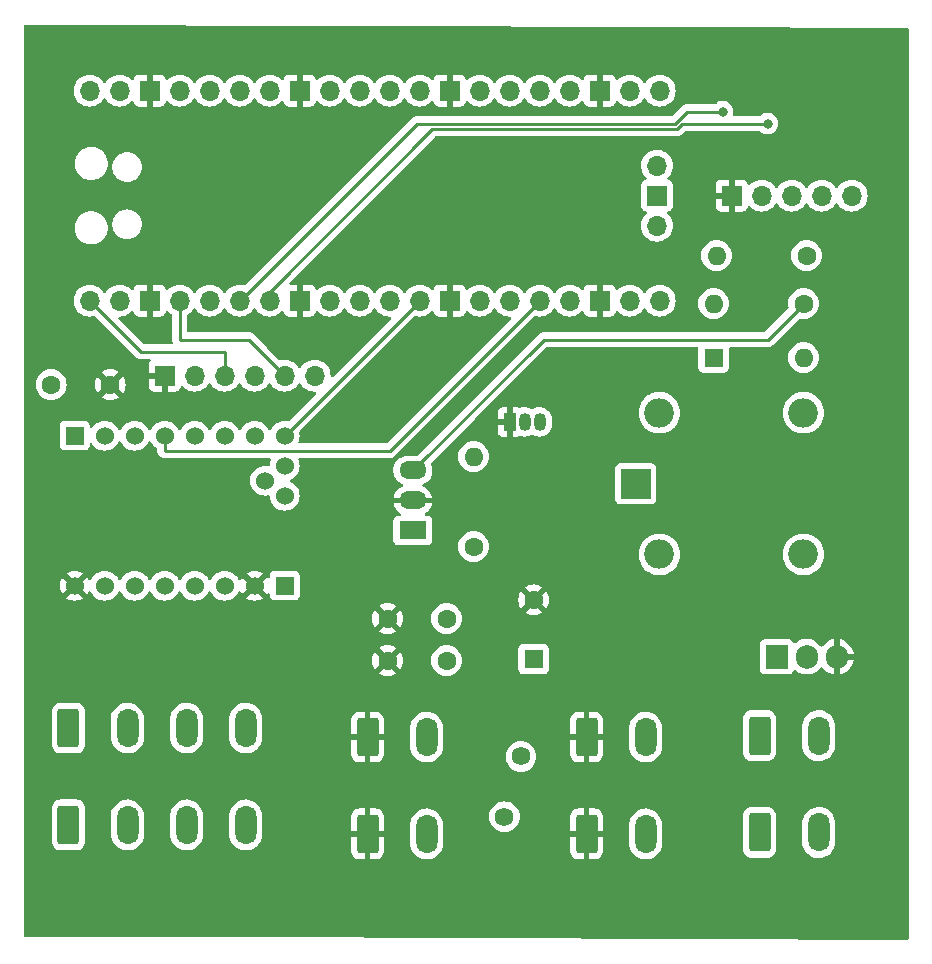
<source format=gbr>
%TF.GenerationSoftware,KiCad,Pcbnew,7.0.1*%
%TF.CreationDate,2023-03-31T16:58:59-04:00*%
%TF.ProjectId,KiwiBoard,4b697769-426f-4617-9264-2e6b69636164,rev?*%
%TF.SameCoordinates,Original*%
%TF.FileFunction,Copper,L2,Bot*%
%TF.FilePolarity,Positive*%
%FSLAX46Y46*%
G04 Gerber Fmt 4.6, Leading zero omitted, Abs format (unit mm)*
G04 Created by KiCad (PCBNEW 7.0.1) date 2023-03-31 16:58:59*
%MOMM*%
%LPD*%
G01*
G04 APERTURE LIST*
G04 Aperture macros list*
%AMRoundRect*
0 Rectangle with rounded corners*
0 $1 Rounding radius*
0 $2 $3 $4 $5 $6 $7 $8 $9 X,Y pos of 4 corners*
0 Add a 4 corners polygon primitive as box body*
4,1,4,$2,$3,$4,$5,$6,$7,$8,$9,$2,$3,0*
0 Add four circle primitives for the rounded corners*
1,1,$1+$1,$2,$3*
1,1,$1+$1,$4,$5*
1,1,$1+$1,$6,$7*
1,1,$1+$1,$8,$9*
0 Add four rect primitives between the rounded corners*
20,1,$1+$1,$2,$3,$4,$5,0*
20,1,$1+$1,$4,$5,$6,$7,0*
20,1,$1+$1,$6,$7,$8,$9,0*
20,1,$1+$1,$8,$9,$2,$3,0*%
G04 Aperture macros list end*
%TA.AperFunction,ComponentPad*%
%ADD10R,1.700000X1.700000*%
%TD*%
%TA.AperFunction,ComponentPad*%
%ADD11O,1.700000X1.700000*%
%TD*%
%TA.AperFunction,ComponentPad*%
%ADD12RoundRect,0.250000X-0.650000X-1.400000X0.650000X-1.400000X0.650000X1.400000X-0.650000X1.400000X0*%
%TD*%
%TA.AperFunction,ComponentPad*%
%ADD13O,1.800000X3.300000*%
%TD*%
%TA.AperFunction,ComponentPad*%
%ADD14C,1.590000*%
%TD*%
%TA.AperFunction,ComponentPad*%
%ADD15R,1.050000X1.500000*%
%TD*%
%TA.AperFunction,ComponentPad*%
%ADD16O,1.050000X1.500000*%
%TD*%
%TA.AperFunction,ComponentPad*%
%ADD17R,1.600000X1.600000*%
%TD*%
%TA.AperFunction,ComponentPad*%
%ADD18C,1.600000*%
%TD*%
%TA.AperFunction,ComponentPad*%
%ADD19R,1.905000X2.000000*%
%TD*%
%TA.AperFunction,ComponentPad*%
%ADD20O,1.905000X2.000000*%
%TD*%
%TA.AperFunction,ComponentPad*%
%ADD21O,1.600000X1.600000*%
%TD*%
%TA.AperFunction,ComponentPad*%
%ADD22R,1.524000X1.524000*%
%TD*%
%TA.AperFunction,ComponentPad*%
%ADD23C,1.524000*%
%TD*%
%TA.AperFunction,ComponentPad*%
%ADD24R,2.300000X1.500000*%
%TD*%
%TA.AperFunction,ComponentPad*%
%ADD25O,2.300000X1.500000*%
%TD*%
%TA.AperFunction,ComponentPad*%
%ADD26R,2.500000X2.500000*%
%TD*%
%TA.AperFunction,ComponentPad*%
%ADD27O,2.500000X2.500000*%
%TD*%
%TA.AperFunction,ViaPad*%
%ADD28C,0.800000*%
%TD*%
%TA.AperFunction,Conductor*%
%ADD29C,0.250000*%
%TD*%
G04 APERTURE END LIST*
D10*
%TO.P,EXPANSION,1,Pin_1*%
%TO.N,GND*%
X61468000Y-67818000D03*
D11*
%TO.P,EXPANSION,2,Pin_2*%
%TO.N,+3.3V*%
X64008000Y-67818000D03*
%TO.P,EXPANSION,3,Pin_3*%
%TO.N,EXT1*%
X66548000Y-67818000D03*
%TO.P,EXPANSION,4,Pin_4*%
%TO.N,EXT2*%
X69088000Y-67818000D03*
%TO.P,EXPANSION,5,Pin_5*%
%TO.N,EXT3*%
X71628000Y-67818000D03*
%TO.P,EXPANSION,6,Pin_6*%
%TO.N,EXT4*%
X74168000Y-67818000D03*
%TD*%
D12*
%TO.P,J1,1,Pin_1*%
%TO.N,GND*%
X78642000Y-98422500D03*
X78642000Y-106622500D03*
D13*
%TO.P,J1,2,Pin_2*%
%TO.N,VCC*%
X83642000Y-98422500D03*
X83642000Y-106622500D03*
%TD*%
D14*
%TO.P,F1,1*%
%TO.N,VCC*%
X90232000Y-105166000D03*
%TO.P,F1,2*%
%TO.N,+12V*%
X91632000Y-100066000D03*
%TD*%
D15*
%TO.P,Q1,1,E*%
%TO.N,GND*%
X90678000Y-71734000D03*
D16*
%TO.P,Q1,2,B*%
%TO.N,Net-(Q1-B)*%
X91948000Y-71734000D03*
%TO.P,Q1,3,C*%
%TO.N,Net-(D1-A)*%
X93218000Y-71734000D03*
%TD*%
D17*
%TO.P,C4,1*%
%TO.N,+12V*%
X92710000Y-91810651D03*
D18*
%TO.P,C4,2*%
%TO.N,GND*%
X92710000Y-86810651D03*
%TD*%
%TO.P,C3,1*%
%TO.N,+3.3V*%
X51856000Y-68580000D03*
%TO.P,C3,2*%
%TO.N,GND*%
X56856000Y-68580000D03*
%TD*%
%TO.P,C1,1*%
%TO.N,+12V*%
X85344000Y-91948000D03*
%TO.P,C1,2*%
%TO.N,GND*%
X80344000Y-91948000D03*
%TD*%
D19*
%TO.P,Q2,1,B*%
%TO.N,Net-(Q2-B)*%
X113284000Y-91623000D03*
D20*
%TO.P,Q2,2,C*%
%TO.N,FAN_GND*%
X115824000Y-91623000D03*
%TO.P,Q2,3,E*%
%TO.N,GND*%
X118364000Y-91623000D03*
%TD*%
D18*
%TO.P,C2,1*%
%TO.N,+12V*%
X85344000Y-88392000D03*
%TO.P,C2,2*%
%TO.N,GND*%
X80344000Y-88392000D03*
%TD*%
%TO.P,R1,1*%
%TO.N,Net-(Q1-B)*%
X87630000Y-82296000D03*
D21*
%TO.P,R1,2*%
%TO.N,HEATER_CTL*%
X87630000Y-74676000D03*
%TD*%
D17*
%TO.P,D1,1,K*%
%TO.N,Net-(D1-K)*%
X107950000Y-66294000D03*
D21*
%TO.P,D1,2,A*%
%TO.N,Net-(D1-A)*%
X115570000Y-66294000D03*
%TD*%
D12*
%TO.P,J3,1,Pin_1*%
%TO.N,FAN_GND*%
X111840000Y-98298000D03*
X111840000Y-106498000D03*
D13*
%TO.P,J3,2,Pin_2*%
%TO.N,+12V*%
X116840000Y-98298000D03*
X116840000Y-106498000D03*
%TD*%
D22*
%TO.P,U4,JP1_1,DIR*%
%TO.N,unconnected-(U4-DIR-PadJP1_1)*%
X53848000Y-72898000D03*
D23*
%TO.P,U4,JP1_2,STEP*%
%TO.N,unconnected-(U4-STEP-PadJP1_2)*%
X56388000Y-72898000D03*
%TO.P,U4,JP1_3*%
%TO.N,N/C*%
X58928000Y-72898000D03*
%TO.P,U4,JP1_4,SDO*%
%TO.N,MISO*%
X61468000Y-72898000D03*
%TO.P,U4,JP1_5,CS*%
%TO.N,SS*%
X64008000Y-72898000D03*
%TO.P,U4,JP1_6,SCK*%
%TO.N,SCLK*%
X66548000Y-72898000D03*
%TO.P,U4,JP1_7,SDI*%
%TO.N,MOSI*%
X69088000Y-72898000D03*
%TO.P,U4,JP1_8,EN*%
%TO.N,MOTOR_EN*%
X71628000Y-72898000D03*
D22*
%TO.P,U4,JP2_1,VM*%
%TO.N,+12V*%
X71628000Y-85598000D03*
D23*
%TO.P,U4,JP2_2,GND*%
%TO.N,GND*%
X69088000Y-85598000D03*
%TO.P,U4,JP2_3,OA2*%
%TO.N,A+*%
X66548000Y-85598000D03*
%TO.P,U4,JP2_4,OA1*%
%TO.N,A-*%
X64008000Y-85598000D03*
%TO.P,U4,JP2_5,OB1*%
%TO.N,B+*%
X61468000Y-85598000D03*
%TO.P,U4,JP2_6,OB2*%
%TO.N,B-*%
X58928000Y-85598000D03*
%TO.P,U4,JP2_7,VIO*%
%TO.N,+3.3V*%
X56388000Y-85598000D03*
%TO.P,U4,JP2_8,GND*%
%TO.N,GND*%
X53848000Y-85598000D03*
%TO.P,U4,JP3_1,DIAG*%
%TO.N,unconnected-(U4-DIAG-PadJP3_1)*%
X71628000Y-77978000D03*
%TO.P,U4,JP3_2,INDEX*%
%TO.N,unconnected-(U4-INDEX-PadJP3_2)*%
X71628000Y-75438000D03*
%TO.P,U4,VREF,VREF*%
%TO.N,unconnected-(U4-PadVREF)*%
X69977000Y-76708000D03*
%TD*%
D18*
%TO.P,R3,1*%
%TO.N,Net-(Q2-B)*%
X115824000Y-57658000D03*
D21*
%TO.P,R3,2*%
%TO.N,FAN_CTL*%
X108204000Y-57658000D03*
%TD*%
D11*
%TO.P,U1,1,GPIO0*%
%TO.N,EXT1*%
X55118000Y-61468000D03*
%TO.P,U1,2,GPIO1*%
%TO.N,EXT2*%
X57658000Y-61468000D03*
D10*
%TO.P,U1,3,GND*%
%TO.N,GND*%
X60198000Y-61468000D03*
D11*
%TO.P,U1,4,GPIO2*%
%TO.N,EXT3*%
X62738000Y-61468000D03*
%TO.P,U1,5,GPIO3*%
%TO.N,EXT4*%
X65278000Y-61468000D03*
%TO.P,U1,6,GPIO4*%
%TO.N,SDA*%
X67818000Y-61468000D03*
%TO.P,U1,7,GPIO5*%
%TO.N,SLC*%
X70358000Y-61468000D03*
D10*
%TO.P,U1,8,GND*%
%TO.N,GND*%
X72898000Y-61468000D03*
D11*
%TO.P,U1,9,GPIO6*%
%TO.N,unconnected-(U1-GPIO6-Pad9)*%
X75438000Y-61468000D03*
%TO.P,U1,10,GPIO7*%
%TO.N,unconnected-(U1-GPIO7-Pad10)*%
X77978000Y-61468000D03*
%TO.P,U1,11,GPIO8*%
%TO.N,unconnected-(U1-GPIO8-Pad11)*%
X80518000Y-61468000D03*
%TO.P,U1,12,GPIO9*%
%TO.N,MOTOR_EN*%
X83058000Y-61468000D03*
D10*
%TO.P,U1,13,GND*%
%TO.N,GND*%
X85598000Y-61468000D03*
D11*
%TO.P,U1,14,GPIO10*%
%TO.N,SCLK*%
X88138000Y-61468000D03*
%TO.P,U1,15,GPIO11*%
%TO.N,MOSI*%
X90678000Y-61468000D03*
%TO.P,U1,16,GPIO12*%
%TO.N,MISO*%
X93218000Y-61468000D03*
%TO.P,U1,17,GPIO13*%
%TO.N,SS*%
X95758000Y-61468000D03*
D10*
%TO.P,U1,18,GND*%
%TO.N,GND*%
X98298000Y-61468000D03*
D11*
%TO.P,U1,19,GPIO14*%
%TO.N,FAN_CTL*%
X100838000Y-61468000D03*
%TO.P,U1,20,GPIO15*%
%TO.N,HEATER_CTL*%
X103378000Y-61468000D03*
%TO.P,U1,21,GPIO16*%
%TO.N,ENC2*%
X103378000Y-43688000D03*
%TO.P,U1,22,GPIO17*%
%TO.N,ENC1*%
X100838000Y-43688000D03*
D10*
%TO.P,U1,23,GND*%
%TO.N,GND*%
X98298000Y-43688000D03*
D11*
%TO.P,U1,24,GPIO18*%
%TO.N,BTN*%
X95758000Y-43688000D03*
%TO.P,U1,25,GPIO19*%
%TO.N,unconnected-(U1-GPIO19-Pad25)*%
X93218000Y-43688000D03*
%TO.P,U1,26,GPIO20*%
%TO.N,unconnected-(U1-GPIO20-Pad26)*%
X90678000Y-43688000D03*
%TO.P,U1,27,GPIO21*%
%TO.N,unconnected-(U1-GPIO21-Pad27)*%
X88138000Y-43688000D03*
D10*
%TO.P,U1,28,GND*%
%TO.N,GND*%
X85598000Y-43688000D03*
D11*
%TO.P,U1,29,GPIO22*%
%TO.N,unconnected-(U1-GPIO22-Pad29)*%
X83058000Y-43688000D03*
%TO.P,U1,30,RUN*%
%TO.N,unconnected-(U1-RUN-Pad30)*%
X80518000Y-43688000D03*
%TO.P,U1,31,GPIO26_ADC0*%
%TO.N,unconnected-(U1-GPIO26_ADC0-Pad31)*%
X77978000Y-43688000D03*
%TO.P,U1,32,GPIO27_ADC1*%
%TO.N,unconnected-(U1-GPIO27_ADC1-Pad32)*%
X75438000Y-43688000D03*
D10*
%TO.P,U1,33,AGND*%
%TO.N,GND*%
X72898000Y-43688000D03*
D11*
%TO.P,U1,34,GPIO28_ADC2*%
%TO.N,unconnected-(U1-GPIO28_ADC2-Pad34)*%
X70358000Y-43688000D03*
%TO.P,U1,35,ADC_VREF*%
%TO.N,unconnected-(U1-ADC_VREF-Pad35)*%
X67818000Y-43688000D03*
%TO.P,U1,36,3V3*%
%TO.N,unconnected-(U1-3V3-Pad36)*%
X65278000Y-43688000D03*
%TO.P,U1,37,3V3_EN*%
%TO.N,unconnected-(U1-3V3_EN-Pad37)*%
X62738000Y-43688000D03*
D10*
%TO.P,U1,38,GND*%
%TO.N,GND*%
X60198000Y-43688000D03*
D11*
%TO.P,U1,39,VSYS*%
%TO.N,+3.3V*%
X57658000Y-43688000D03*
%TO.P,U1,40,VBUS*%
%TO.N,unconnected-(U1-VBUS-Pad40)*%
X55118000Y-43688000D03*
%TO.P,U1,41,SWCLK*%
%TO.N,unconnected-(U1-SWCLK-Pad41)*%
X103148000Y-55118000D03*
D10*
%TO.P,U1,42,GND*%
%TO.N,unconnected-(U1-GND-Pad42)*%
X103148000Y-52578000D03*
D11*
%TO.P,U1,43,SWDIO*%
%TO.N,unconnected-(U1-SWDIO-Pad43)*%
X103148000Y-50038000D03*
%TD*%
D12*
%TO.P,J2,1,Pin_1*%
%TO.N,GND*%
X97184000Y-98422500D03*
X97184000Y-106622500D03*
D13*
%TO.P,J2,2,Pin_2*%
%TO.N,HEATER_OUT*%
X102184000Y-98422500D03*
X102184000Y-106622500D03*
%TD*%
D10*
%TO.P,J6,1,Pin_1*%
%TO.N,GND*%
X109474000Y-52578000D03*
D11*
%TO.P,J6,2,Pin_2*%
%TO.N,+3.3V*%
X112014000Y-52578000D03*
%TO.P,J6,3,Pin_3*%
%TO.N,BTN*%
X114554000Y-52578000D03*
%TO.P,J6,4,Pin_4*%
%TO.N,ENC1*%
X117094000Y-52578000D03*
%TO.P,J6,5,Pin_5*%
%TO.N,ENC2*%
X119634000Y-52578000D03*
%TD*%
D12*
%TO.P,J4,1,Pin_1*%
%TO.N,B-*%
X53322000Y-97660500D03*
X53322000Y-105860500D03*
D13*
%TO.P,J4,2,Pin_2*%
%TO.N,B+*%
X58322000Y-97660500D03*
X58322000Y-105860500D03*
%TO.P,J4,3,Pin_3*%
%TO.N,A-*%
X63322000Y-97660500D03*
X63322000Y-105860500D03*
%TO.P,J4,4,Pin_4*%
%TO.N,A+*%
X68322000Y-97660500D03*
X68322000Y-105860500D03*
%TD*%
D24*
%TO.P,U2,1,IN*%
%TO.N,+12V*%
X82471500Y-80933000D03*
D25*
%TO.P,U2,2,GND*%
%TO.N,GND*%
X82471500Y-78393000D03*
%TO.P,U2,3,OUT*%
%TO.N,+3.3V*%
X82471500Y-75853000D03*
%TD*%
D26*
%TO.P,K1,1*%
%TO.N,+12V*%
X101354500Y-76962000D03*
D27*
%TO.P,K1,2*%
%TO.N,Net-(D1-A)*%
X103354500Y-82962000D03*
%TO.P,K1,3*%
%TO.N,HEATER_OUT*%
X115554500Y-82962000D03*
%TO.P,K1,4*%
%TO.N,unconnected-(K1-Pad4)*%
X115554500Y-70962000D03*
%TO.P,K1,5*%
%TO.N,Net-(D1-K)*%
X103354500Y-70962000D03*
%TD*%
D18*
%TO.P,R2,1*%
%TO.N,+3.3V*%
X115570000Y-61722000D03*
D21*
%TO.P,R2,2*%
%TO.N,Net-(D1-K)*%
X107950000Y-61722000D03*
%TD*%
D28*
%TO.N,SLC*%
X112522000Y-46482000D03*
%TO.N,GND*%
X108712000Y-43434000D03*
%TO.N,SDA*%
X108712000Y-45466000D03*
%TD*%
D29*
%TO.N,EXT3*%
X62738000Y-64770000D02*
X62738000Y-61468000D01*
X68580000Y-64770000D02*
X62738000Y-64770000D01*
X71628000Y-67818000D02*
X68580000Y-64770000D01*
%TO.N,EXT1*%
X66548000Y-65786000D02*
X66548000Y-67818000D01*
X59436000Y-65786000D02*
X66548000Y-65786000D01*
X55118000Y-61468000D02*
X59436000Y-65786000D01*
%TO.N,SLC*%
X105284396Y-46482000D02*
X112522000Y-46482000D01*
X104834396Y-46932000D02*
X105284396Y-46482000D01*
X84132000Y-46932000D02*
X104834396Y-46932000D01*
X70358000Y-60706000D02*
X84132000Y-46932000D01*
X70358000Y-61468000D02*
X70358000Y-60706000D01*
%TO.N,SDA*%
X82804000Y-46482000D02*
X67818000Y-61468000D01*
X104648000Y-46482000D02*
X82804000Y-46482000D01*
X105664000Y-45466000D02*
X104648000Y-46482000D01*
X108712000Y-45466000D02*
X105664000Y-45466000D01*
%TO.N,+3.3V*%
X93554500Y-64770000D02*
X112522000Y-64770000D01*
X82471500Y-75853000D02*
X93554500Y-64770000D01*
X112522000Y-64770000D02*
X115570000Y-61722000D01*
%TO.N,MISO*%
X61468000Y-72898000D02*
X61468000Y-74168000D01*
X61468000Y-74168000D02*
X80518000Y-74168000D01*
X80518000Y-74168000D02*
X93218000Y-61468000D01*
%TO.N,MOTOR_EN*%
X83058000Y-61468000D02*
X71628000Y-72898000D01*
%TD*%
%TA.AperFunction,Conductor*%
%TO.N,GND*%
G36*
X104683262Y-38286960D02*
G01*
X124336420Y-38353581D01*
X124398243Y-38370333D01*
X124443457Y-38415701D01*
X124460000Y-38477580D01*
X124460000Y-115445579D01*
X124443317Y-115507700D01*
X124397757Y-115553106D01*
X124335580Y-115569578D01*
X69306738Y-115383039D01*
X49653579Y-115316418D01*
X49591757Y-115299667D01*
X49546543Y-115254299D01*
X49530000Y-115192420D01*
X49530000Y-107310508D01*
X51921500Y-107310508D01*
X51932000Y-107413296D01*
X51987186Y-107579834D01*
X52079288Y-107729157D01*
X52203342Y-107853211D01*
X52203344Y-107853212D01*
X52352666Y-107945314D01*
X52464016Y-107982212D01*
X52519202Y-108000499D01*
X52529703Y-108001571D01*
X52621991Y-108011000D01*
X54022008Y-108010999D01*
X54124797Y-108000499D01*
X54291334Y-107945314D01*
X54440656Y-107853212D01*
X54564712Y-107729156D01*
X54656814Y-107579834D01*
X54711999Y-107413297D01*
X54722500Y-107310509D01*
X54722500Y-106670001D01*
X56921500Y-106670001D01*
X56936653Y-106848039D01*
X56996724Y-107078750D01*
X57094922Y-107295985D01*
X57223039Y-107485541D01*
X57228421Y-107493503D01*
X57393379Y-107665618D01*
X57585053Y-107807379D01*
X57797926Y-107914707D01*
X58025877Y-107984516D01*
X58262346Y-108014798D01*
X58500532Y-108004680D01*
X58733581Y-107954454D01*
X58954790Y-107865564D01*
X59157795Y-107740569D01*
X59336755Y-107583064D01*
X59486523Y-107397580D01*
X59602790Y-107189454D01*
X59682211Y-106964671D01*
X59702209Y-106848041D01*
X59722500Y-106729703D01*
X59722500Y-106670001D01*
X61921500Y-106670001D01*
X61936653Y-106848039D01*
X61996724Y-107078750D01*
X62094922Y-107295985D01*
X62223039Y-107485541D01*
X62228421Y-107493503D01*
X62393379Y-107665618D01*
X62585053Y-107807379D01*
X62797926Y-107914707D01*
X63025877Y-107984516D01*
X63262346Y-108014798D01*
X63500532Y-108004680D01*
X63733581Y-107954454D01*
X63954790Y-107865564D01*
X64157795Y-107740569D01*
X64336755Y-107583064D01*
X64486523Y-107397580D01*
X64602790Y-107189454D01*
X64682211Y-106964671D01*
X64702209Y-106848041D01*
X64722500Y-106729703D01*
X64722500Y-106670001D01*
X66921500Y-106670001D01*
X66936653Y-106848039D01*
X66996724Y-107078750D01*
X67094922Y-107295985D01*
X67223039Y-107485541D01*
X67228421Y-107493503D01*
X67393379Y-107665618D01*
X67585053Y-107807379D01*
X67797926Y-107914707D01*
X68025877Y-107984516D01*
X68262346Y-108014798D01*
X68500532Y-108004680D01*
X68733581Y-107954454D01*
X68954790Y-107865564D01*
X69157795Y-107740569D01*
X69336755Y-107583064D01*
X69486523Y-107397580D01*
X69602790Y-107189454D01*
X69682211Y-106964671D01*
X69698015Y-106872500D01*
X77242001Y-106872500D01*
X77242001Y-108072479D01*
X77252493Y-108175195D01*
X77307642Y-108341622D01*
X77399683Y-108490845D01*
X77523654Y-108614816D01*
X77672877Y-108706857D01*
X77839303Y-108762006D01*
X77942021Y-108772500D01*
X78392000Y-108772500D01*
X78392000Y-106872500D01*
X78892000Y-106872500D01*
X78892000Y-108772499D01*
X79341979Y-108772499D01*
X79444695Y-108762006D01*
X79611122Y-108706857D01*
X79760345Y-108614816D01*
X79884316Y-108490845D01*
X79976357Y-108341622D01*
X80031506Y-108175196D01*
X80042000Y-108072479D01*
X80042000Y-107432001D01*
X82241500Y-107432001D01*
X82256653Y-107610039D01*
X82316724Y-107840750D01*
X82414922Y-108057985D01*
X82464273Y-108131003D01*
X82548421Y-108255503D01*
X82713379Y-108427618D01*
X82905053Y-108569379D01*
X83117926Y-108676707D01*
X83345877Y-108746516D01*
X83582346Y-108776798D01*
X83820532Y-108766680D01*
X84053581Y-108716454D01*
X84274790Y-108627564D01*
X84477795Y-108502569D01*
X84656755Y-108345064D01*
X84806523Y-108159580D01*
X84922790Y-107951454D01*
X85002211Y-107726671D01*
X85003998Y-107716249D01*
X85042500Y-107491703D01*
X85042500Y-106872500D01*
X95784001Y-106872500D01*
X95784001Y-108072479D01*
X95794493Y-108175195D01*
X95849642Y-108341622D01*
X95941683Y-108490845D01*
X96065654Y-108614816D01*
X96214877Y-108706857D01*
X96381303Y-108762006D01*
X96484021Y-108772500D01*
X96934000Y-108772500D01*
X96934000Y-106872500D01*
X97434000Y-106872500D01*
X97434000Y-108772499D01*
X97883979Y-108772499D01*
X97986695Y-108762006D01*
X98153122Y-108706857D01*
X98302345Y-108614816D01*
X98426316Y-108490845D01*
X98518357Y-108341622D01*
X98573506Y-108175196D01*
X98584000Y-108072479D01*
X98584000Y-107432001D01*
X100783500Y-107432001D01*
X100798653Y-107610039D01*
X100858724Y-107840750D01*
X100956922Y-108057985D01*
X101006273Y-108131003D01*
X101090421Y-108255503D01*
X101255379Y-108427618D01*
X101447053Y-108569379D01*
X101659926Y-108676707D01*
X101887877Y-108746516D01*
X102124346Y-108776798D01*
X102362532Y-108766680D01*
X102595581Y-108716454D01*
X102816790Y-108627564D01*
X103019795Y-108502569D01*
X103198755Y-108345064D01*
X103348523Y-108159580D01*
X103464790Y-107951454D01*
X103466008Y-107948008D01*
X110439500Y-107948008D01*
X110450000Y-108050796D01*
X110505186Y-108217334D01*
X110597288Y-108366657D01*
X110721342Y-108490711D01*
X110740564Y-108502567D01*
X110870666Y-108582814D01*
X110982017Y-108619712D01*
X111037202Y-108637999D01*
X111047703Y-108639071D01*
X111139991Y-108648500D01*
X112540008Y-108648499D01*
X112642797Y-108637999D01*
X112809334Y-108582814D01*
X112958656Y-108490712D01*
X113082712Y-108366656D01*
X113174814Y-108217334D01*
X113229999Y-108050797D01*
X113240500Y-107948009D01*
X113240500Y-107307501D01*
X115439500Y-107307501D01*
X115454653Y-107485539D01*
X115514724Y-107716250D01*
X115612922Y-107933485D01*
X115706865Y-108072479D01*
X115746421Y-108131003D01*
X115911379Y-108303118D01*
X116103053Y-108444879D01*
X116315926Y-108552207D01*
X116543877Y-108622016D01*
X116780346Y-108652298D01*
X117018532Y-108642180D01*
X117251581Y-108591954D01*
X117472790Y-108503064D01*
X117675795Y-108378069D01*
X117854755Y-108220564D01*
X118004523Y-108035080D01*
X118120790Y-107826954D01*
X118200211Y-107602171D01*
X118200212Y-107602168D01*
X118240500Y-107367203D01*
X118240500Y-105688499D01*
X118225346Y-105510460D01*
X118165275Y-105279749D01*
X118067077Y-105062514D01*
X117933579Y-104864997D01*
X117768620Y-104692881D01*
X117576947Y-104551121D01*
X117364074Y-104443793D01*
X117136123Y-104373984D01*
X116899654Y-104343702D01*
X116899650Y-104343702D01*
X116661470Y-104353819D01*
X116428418Y-104404046D01*
X116207211Y-104492935D01*
X116004203Y-104617932D01*
X115825243Y-104775437D01*
X115675480Y-104960914D01*
X115559208Y-105169048D01*
X115479787Y-105393831D01*
X115439500Y-105628797D01*
X115439500Y-107307501D01*
X113240500Y-107307501D01*
X113240499Y-105047992D01*
X113229999Y-104945203D01*
X113174814Y-104778666D01*
X113090672Y-104642249D01*
X113082711Y-104629342D01*
X112958657Y-104505288D01*
X112809334Y-104413186D01*
X112642797Y-104358000D01*
X112540009Y-104347500D01*
X111139991Y-104347500D01*
X111037203Y-104358000D01*
X110870665Y-104413186D01*
X110721342Y-104505288D01*
X110597288Y-104629342D01*
X110505186Y-104778665D01*
X110450000Y-104945202D01*
X110439500Y-105047990D01*
X110439500Y-107948008D01*
X103466008Y-107948008D01*
X103544211Y-107726671D01*
X103545998Y-107716249D01*
X103584500Y-107491703D01*
X103584500Y-105812999D01*
X103569346Y-105634960D01*
X103567741Y-105628797D01*
X103538978Y-105518329D01*
X103509275Y-105404249D01*
X103411077Y-105187014D01*
X103277579Y-104989497D01*
X103112620Y-104817381D01*
X102920947Y-104675621D01*
X102708074Y-104568293D01*
X102480123Y-104498484D01*
X102480122Y-104498483D01*
X102243654Y-104468202D01*
X102243650Y-104468202D01*
X102005470Y-104478319D01*
X101772418Y-104528546D01*
X101551211Y-104617435D01*
X101348203Y-104742432D01*
X101169243Y-104899937D01*
X101019480Y-105085414D01*
X100903208Y-105293548D01*
X100823787Y-105518331D01*
X100783500Y-105753297D01*
X100783500Y-107432001D01*
X98584000Y-107432001D01*
X98584000Y-106872500D01*
X97434000Y-106872500D01*
X96934000Y-106872500D01*
X95784001Y-106872500D01*
X85042500Y-106872500D01*
X85042500Y-105812999D01*
X85027346Y-105634960D01*
X85025741Y-105628797D01*
X84996978Y-105518329D01*
X84967275Y-105404249D01*
X84869077Y-105187014D01*
X84854873Y-105165999D01*
X88931550Y-105165999D01*
X88951307Y-105391818D01*
X89009979Y-105610783D01*
X89105775Y-105816221D01*
X89105778Y-105816225D01*
X89235798Y-106001913D01*
X89396087Y-106162202D01*
X89581775Y-106292222D01*
X89581778Y-106292224D01*
X89749588Y-106370474D01*
X89787220Y-106388022D01*
X90006179Y-106446692D01*
X90232000Y-106466449D01*
X90457821Y-106446692D01*
X90676780Y-106388022D01*
X90710067Y-106372500D01*
X95784000Y-106372500D01*
X96934000Y-106372500D01*
X96934000Y-104472501D01*
X96484021Y-104472501D01*
X96381304Y-104482993D01*
X96214877Y-104538142D01*
X96065654Y-104630183D01*
X95941683Y-104754154D01*
X95849642Y-104903377D01*
X95794493Y-105069803D01*
X95784000Y-105172521D01*
X95784000Y-106372500D01*
X90710067Y-106372500D01*
X90882225Y-106292222D01*
X91067913Y-106162202D01*
X91228202Y-106001913D01*
X91358222Y-105816225D01*
X91359725Y-105813003D01*
X91417781Y-105688499D01*
X91454022Y-105610780D01*
X91512692Y-105391821D01*
X91532449Y-105166000D01*
X91512692Y-104940179D01*
X91454022Y-104721220D01*
X91358222Y-104515776D01*
X91350878Y-104505288D01*
X91327920Y-104472500D01*
X97434000Y-104472500D01*
X97434000Y-106372500D01*
X98583999Y-106372500D01*
X98583999Y-105172521D01*
X98573506Y-105069804D01*
X98518357Y-104903377D01*
X98426316Y-104754154D01*
X98302345Y-104630183D01*
X98153122Y-104538142D01*
X97986696Y-104482993D01*
X97883979Y-104472500D01*
X97434000Y-104472500D01*
X91327920Y-104472500D01*
X91240395Y-104347501D01*
X91228202Y-104330087D01*
X91067913Y-104169798D01*
X90904510Y-104055382D01*
X90882221Y-104039775D01*
X90676783Y-103943979D01*
X90676780Y-103943978D01*
X90563486Y-103913621D01*
X90457818Y-103885307D01*
X90232000Y-103865550D01*
X90006181Y-103885307D01*
X89787219Y-103943978D01*
X89581774Y-104039778D01*
X89396086Y-104169798D01*
X89235798Y-104330086D01*
X89105778Y-104515774D01*
X89009978Y-104721219D01*
X88951307Y-104940181D01*
X88931550Y-105165999D01*
X84854873Y-105165999D01*
X84735579Y-104989497D01*
X84570620Y-104817381D01*
X84378947Y-104675621D01*
X84166074Y-104568293D01*
X83938123Y-104498484D01*
X83938122Y-104498483D01*
X83701654Y-104468202D01*
X83701650Y-104468202D01*
X83463470Y-104478319D01*
X83230418Y-104528546D01*
X83009211Y-104617435D01*
X82806203Y-104742432D01*
X82627243Y-104899937D01*
X82477480Y-105085414D01*
X82361208Y-105293548D01*
X82281787Y-105518331D01*
X82241500Y-105753297D01*
X82241500Y-107432001D01*
X80042000Y-107432001D01*
X80042000Y-106872500D01*
X78892000Y-106872500D01*
X78392000Y-106872500D01*
X77242001Y-106872500D01*
X69698015Y-106872500D01*
X69702209Y-106848041D01*
X69722500Y-106729703D01*
X69722500Y-106372500D01*
X77242000Y-106372500D01*
X78392000Y-106372500D01*
X78392000Y-104472501D01*
X77942021Y-104472501D01*
X77839304Y-104482993D01*
X77672877Y-104538142D01*
X77523654Y-104630183D01*
X77399683Y-104754154D01*
X77307642Y-104903377D01*
X77252493Y-105069803D01*
X77242000Y-105172521D01*
X77242000Y-106372500D01*
X69722500Y-106372500D01*
X69722500Y-105050999D01*
X69707346Y-104872960D01*
X69647275Y-104642249D01*
X69570542Y-104472500D01*
X78892000Y-104472500D01*
X78892000Y-106372500D01*
X80041999Y-106372500D01*
X80041999Y-105172521D01*
X80031506Y-105069804D01*
X79976357Y-104903377D01*
X79884316Y-104754154D01*
X79760345Y-104630183D01*
X79611122Y-104538142D01*
X79444696Y-104482993D01*
X79341979Y-104472500D01*
X78892000Y-104472500D01*
X69570542Y-104472500D01*
X69549077Y-104425014D01*
X69415579Y-104227497D01*
X69250620Y-104055381D01*
X69058947Y-103913621D01*
X68846074Y-103806293D01*
X68618123Y-103736484D01*
X68618122Y-103736483D01*
X68381654Y-103706202D01*
X68381650Y-103706202D01*
X68143470Y-103716319D01*
X67910418Y-103766546D01*
X67689211Y-103855435D01*
X67486203Y-103980432D01*
X67307243Y-104137937D01*
X67157480Y-104323414D01*
X67041208Y-104531548D01*
X66961787Y-104756331D01*
X66921500Y-104991297D01*
X66921500Y-106670001D01*
X64722500Y-106670001D01*
X64722500Y-105050999D01*
X64707346Y-104872960D01*
X64647275Y-104642249D01*
X64549077Y-104425014D01*
X64415579Y-104227497D01*
X64250620Y-104055381D01*
X64058947Y-103913621D01*
X63846074Y-103806293D01*
X63618123Y-103736484D01*
X63618122Y-103736483D01*
X63381654Y-103706202D01*
X63381650Y-103706202D01*
X63143470Y-103716319D01*
X62910418Y-103766546D01*
X62689211Y-103855435D01*
X62486203Y-103980432D01*
X62307243Y-104137937D01*
X62157480Y-104323414D01*
X62041208Y-104531548D01*
X61961787Y-104756331D01*
X61921500Y-104991297D01*
X61921500Y-106670001D01*
X59722500Y-106670001D01*
X59722500Y-105050999D01*
X59707346Y-104872960D01*
X59647275Y-104642249D01*
X59549077Y-104425014D01*
X59415579Y-104227497D01*
X59250620Y-104055381D01*
X59058947Y-103913621D01*
X58846074Y-103806293D01*
X58618123Y-103736484D01*
X58618122Y-103736483D01*
X58381654Y-103706202D01*
X58381650Y-103706202D01*
X58143470Y-103716319D01*
X57910418Y-103766546D01*
X57689211Y-103855435D01*
X57486203Y-103980432D01*
X57307243Y-104137937D01*
X57157480Y-104323414D01*
X57041208Y-104531548D01*
X56961787Y-104756331D01*
X56921500Y-104991297D01*
X56921500Y-106670001D01*
X54722500Y-106670001D01*
X54722499Y-104410492D01*
X54711999Y-104307703D01*
X54656814Y-104141166D01*
X54564712Y-103991844D01*
X54564711Y-103991842D01*
X54440657Y-103867788D01*
X54291334Y-103775686D01*
X54124797Y-103720500D01*
X54022009Y-103710000D01*
X52621991Y-103710000D01*
X52519203Y-103720500D01*
X52352665Y-103775686D01*
X52203342Y-103867788D01*
X52079288Y-103991842D01*
X51987186Y-104141165D01*
X51932000Y-104307702D01*
X51921500Y-104410490D01*
X51921500Y-107310508D01*
X49530000Y-107310508D01*
X49530000Y-99110508D01*
X51921500Y-99110508D01*
X51932000Y-99213296D01*
X51987186Y-99379834D01*
X52079288Y-99529157D01*
X52203342Y-99653211D01*
X52203344Y-99653212D01*
X52352666Y-99745314D01*
X52464017Y-99782212D01*
X52519202Y-99800499D01*
X52529703Y-99801571D01*
X52621991Y-99811000D01*
X54022008Y-99810999D01*
X54124797Y-99800499D01*
X54291334Y-99745314D01*
X54440656Y-99653212D01*
X54564712Y-99529156D01*
X54656814Y-99379834D01*
X54711999Y-99213297D01*
X54722500Y-99110509D01*
X54722500Y-98470001D01*
X56921500Y-98470001D01*
X56936653Y-98648039D01*
X56996724Y-98878750D01*
X57094922Y-99095985D01*
X57223039Y-99285541D01*
X57228421Y-99293503D01*
X57393379Y-99465618D01*
X57585053Y-99607379D01*
X57797926Y-99714707D01*
X58025877Y-99784516D01*
X58262346Y-99814798D01*
X58500532Y-99804680D01*
X58733581Y-99754454D01*
X58954790Y-99665564D01*
X59157795Y-99540569D01*
X59336755Y-99383064D01*
X59486523Y-99197580D01*
X59602790Y-98989454D01*
X59682211Y-98764671D01*
X59702209Y-98648041D01*
X59722500Y-98529703D01*
X59722500Y-98470001D01*
X61921500Y-98470001D01*
X61936653Y-98648039D01*
X61996724Y-98878750D01*
X62094922Y-99095985D01*
X62223039Y-99285541D01*
X62228421Y-99293503D01*
X62393379Y-99465618D01*
X62585053Y-99607379D01*
X62797926Y-99714707D01*
X63025877Y-99784516D01*
X63262346Y-99814798D01*
X63500532Y-99804680D01*
X63733581Y-99754454D01*
X63954790Y-99665564D01*
X64157795Y-99540569D01*
X64336755Y-99383064D01*
X64486523Y-99197580D01*
X64602790Y-98989454D01*
X64682211Y-98764671D01*
X64702209Y-98648041D01*
X64722500Y-98529703D01*
X64722500Y-98470001D01*
X66921500Y-98470001D01*
X66936653Y-98648039D01*
X66996724Y-98878750D01*
X67094922Y-99095985D01*
X67223039Y-99285541D01*
X67228421Y-99293503D01*
X67393379Y-99465618D01*
X67585053Y-99607379D01*
X67797926Y-99714707D01*
X68025877Y-99784516D01*
X68262346Y-99814798D01*
X68500532Y-99804680D01*
X68733581Y-99754454D01*
X68954790Y-99665564D01*
X69157795Y-99540569D01*
X69336755Y-99383064D01*
X69486523Y-99197580D01*
X69602790Y-98989454D01*
X69682211Y-98764671D01*
X69698015Y-98672500D01*
X77242001Y-98672500D01*
X77242001Y-99872479D01*
X77252493Y-99975195D01*
X77307642Y-100141622D01*
X77399683Y-100290845D01*
X77523654Y-100414816D01*
X77672877Y-100506857D01*
X77839303Y-100562006D01*
X77942021Y-100572500D01*
X78392000Y-100572500D01*
X78392000Y-98672500D01*
X78892000Y-98672500D01*
X78892000Y-100572499D01*
X79341979Y-100572499D01*
X79444695Y-100562006D01*
X79611122Y-100506857D01*
X79760345Y-100414816D01*
X79884316Y-100290845D01*
X79976357Y-100141622D01*
X80031506Y-99975196D01*
X80042000Y-99872479D01*
X80042000Y-99232001D01*
X82241500Y-99232001D01*
X82256653Y-99410039D01*
X82316724Y-99640750D01*
X82414922Y-99857985D01*
X82548420Y-100055502D01*
X82594056Y-100103118D01*
X82713379Y-100227618D01*
X82905053Y-100369379D01*
X83117926Y-100476707D01*
X83345877Y-100546516D01*
X83582346Y-100576798D01*
X83820532Y-100566680D01*
X84053581Y-100516454D01*
X84274790Y-100427564D01*
X84477795Y-100302569D01*
X84656755Y-100145064D01*
X84720596Y-100065999D01*
X90331550Y-100065999D01*
X90351307Y-100291818D01*
X90367488Y-100352206D01*
X90394307Y-100452297D01*
X90409979Y-100510783D01*
X90505775Y-100716221D01*
X90505778Y-100716225D01*
X90635798Y-100901913D01*
X90796087Y-101062202D01*
X90981775Y-101192222D01*
X90981778Y-101192224D01*
X91149588Y-101270474D01*
X91187220Y-101288022D01*
X91406179Y-101346692D01*
X91632000Y-101366449D01*
X91857821Y-101346692D01*
X92076780Y-101288022D01*
X92282225Y-101192222D01*
X92467913Y-101062202D01*
X92628202Y-100901913D01*
X92758222Y-100716225D01*
X92854022Y-100510780D01*
X92912692Y-100291821D01*
X92932449Y-100066000D01*
X92912692Y-99840179D01*
X92854022Y-99621220D01*
X92758222Y-99415776D01*
X92754206Y-99410041D01*
X92628201Y-99230086D01*
X92467916Y-99069801D01*
X92467913Y-99069798D01*
X92282225Y-98939778D01*
X92282221Y-98939775D01*
X92076783Y-98843979D01*
X92076780Y-98843978D01*
X91967300Y-98814643D01*
X91857818Y-98785307D01*
X91632000Y-98765550D01*
X91406181Y-98785307D01*
X91187219Y-98843978D01*
X90981774Y-98939778D01*
X90796086Y-99069798D01*
X90635798Y-99230086D01*
X90505778Y-99415774D01*
X90409978Y-99621219D01*
X90351307Y-99840181D01*
X90331550Y-100065999D01*
X84720596Y-100065999D01*
X84806523Y-99959580D01*
X84922790Y-99751454D01*
X85002211Y-99526671D01*
X85003998Y-99516249D01*
X85042500Y-99291703D01*
X85042500Y-98672500D01*
X95784001Y-98672500D01*
X95784001Y-99872479D01*
X95794493Y-99975195D01*
X95849642Y-100141622D01*
X95941683Y-100290845D01*
X96065654Y-100414816D01*
X96214877Y-100506857D01*
X96381303Y-100562006D01*
X96484021Y-100572500D01*
X96934000Y-100572500D01*
X96934000Y-98672500D01*
X97434000Y-98672500D01*
X97434000Y-100572499D01*
X97883979Y-100572499D01*
X97986695Y-100562006D01*
X98153122Y-100506857D01*
X98302345Y-100414816D01*
X98426316Y-100290845D01*
X98518357Y-100141622D01*
X98573506Y-99975196D01*
X98584000Y-99872479D01*
X98584000Y-99232001D01*
X100783500Y-99232001D01*
X100798653Y-99410039D01*
X100858724Y-99640750D01*
X100956922Y-99857985D01*
X101090420Y-100055502D01*
X101136056Y-100103118D01*
X101255379Y-100227618D01*
X101447053Y-100369379D01*
X101659926Y-100476707D01*
X101887877Y-100546516D01*
X102124346Y-100576798D01*
X102362532Y-100566680D01*
X102595581Y-100516454D01*
X102816790Y-100427564D01*
X103019795Y-100302569D01*
X103198755Y-100145064D01*
X103348523Y-99959580D01*
X103464790Y-99751454D01*
X103466008Y-99748008D01*
X110439500Y-99748008D01*
X110450000Y-99850796D01*
X110505186Y-100017334D01*
X110597288Y-100166657D01*
X110721342Y-100290711D01*
X110723137Y-100291818D01*
X110870666Y-100382814D01*
X110982016Y-100419712D01*
X111037202Y-100437999D01*
X111047702Y-100439071D01*
X111139991Y-100448500D01*
X112540008Y-100448499D01*
X112642797Y-100437999D01*
X112809334Y-100382814D01*
X112958656Y-100290712D01*
X113082712Y-100166656D01*
X113174814Y-100017334D01*
X113229999Y-99850797D01*
X113240500Y-99748009D01*
X113240500Y-99107501D01*
X115439500Y-99107501D01*
X115454653Y-99285539D01*
X115514724Y-99516250D01*
X115612922Y-99733485D01*
X115746420Y-99931002D01*
X115875804Y-100066000D01*
X115911379Y-100103118D01*
X116103053Y-100244879D01*
X116315926Y-100352207D01*
X116543877Y-100422016D01*
X116780346Y-100452298D01*
X117018532Y-100442180D01*
X117251581Y-100391954D01*
X117472790Y-100303064D01*
X117675795Y-100178069D01*
X117854755Y-100020564D01*
X118004523Y-99835080D01*
X118120790Y-99626954D01*
X118200211Y-99402171D01*
X118200212Y-99402168D01*
X118240500Y-99167203D01*
X118240500Y-97488499D01*
X118225346Y-97310460D01*
X118165275Y-97079749D01*
X118067077Y-96862514D01*
X117933579Y-96664997D01*
X117768620Y-96492881D01*
X117576947Y-96351121D01*
X117364074Y-96243793D01*
X117136123Y-96173984D01*
X116899654Y-96143702D01*
X116899650Y-96143702D01*
X116661470Y-96153819D01*
X116428418Y-96204046D01*
X116207211Y-96292935D01*
X116004203Y-96417932D01*
X115825243Y-96575437D01*
X115675480Y-96760914D01*
X115559208Y-96969048D01*
X115479787Y-97193831D01*
X115439500Y-97428797D01*
X115439500Y-99107501D01*
X113240500Y-99107501D01*
X113240499Y-96847992D01*
X113229999Y-96745203D01*
X113174814Y-96578666D01*
X113090672Y-96442249D01*
X113082711Y-96429342D01*
X112958657Y-96305288D01*
X112809334Y-96213186D01*
X112642797Y-96158000D01*
X112540009Y-96147500D01*
X111139991Y-96147500D01*
X111037203Y-96158000D01*
X110870665Y-96213186D01*
X110721342Y-96305288D01*
X110597288Y-96429342D01*
X110505186Y-96578665D01*
X110450000Y-96745202D01*
X110439500Y-96847990D01*
X110439500Y-99748008D01*
X103466008Y-99748008D01*
X103544211Y-99526671D01*
X103545998Y-99516249D01*
X103584500Y-99291703D01*
X103584500Y-97612999D01*
X103569346Y-97434960D01*
X103567741Y-97428797D01*
X103538978Y-97318329D01*
X103509275Y-97204249D01*
X103411077Y-96987014D01*
X103277579Y-96789497D01*
X103112620Y-96617381D01*
X102920947Y-96475621D01*
X102708074Y-96368293D01*
X102480123Y-96298484D01*
X102243654Y-96268202D01*
X102243650Y-96268202D01*
X102005470Y-96278319D01*
X101772418Y-96328546D01*
X101551211Y-96417435D01*
X101348203Y-96542432D01*
X101169243Y-96699937D01*
X101019480Y-96885414D01*
X100903208Y-97093548D01*
X100823787Y-97318331D01*
X100783500Y-97553297D01*
X100783500Y-99232001D01*
X98584000Y-99232001D01*
X98584000Y-98672500D01*
X97434000Y-98672500D01*
X96934000Y-98672500D01*
X95784001Y-98672500D01*
X85042500Y-98672500D01*
X85042500Y-98172500D01*
X95784000Y-98172500D01*
X96934000Y-98172500D01*
X96934000Y-96272501D01*
X96484021Y-96272501D01*
X96381304Y-96282993D01*
X96214877Y-96338142D01*
X96065654Y-96430183D01*
X95941683Y-96554154D01*
X95849642Y-96703377D01*
X95794493Y-96869803D01*
X95784000Y-96972521D01*
X95784000Y-98172500D01*
X85042500Y-98172500D01*
X85042500Y-97612999D01*
X85027346Y-97434960D01*
X85025741Y-97428797D01*
X84996978Y-97318329D01*
X84967275Y-97204249D01*
X84869077Y-96987014D01*
X84735579Y-96789497D01*
X84570620Y-96617381D01*
X84378947Y-96475621D01*
X84166074Y-96368293D01*
X83938123Y-96298484D01*
X83735217Y-96272500D01*
X97434000Y-96272500D01*
X97434000Y-98172500D01*
X98583999Y-98172500D01*
X98583999Y-96972521D01*
X98573506Y-96869804D01*
X98518357Y-96703377D01*
X98426316Y-96554154D01*
X98302345Y-96430183D01*
X98153122Y-96338142D01*
X97986696Y-96282993D01*
X97883979Y-96272500D01*
X97434000Y-96272500D01*
X83735217Y-96272500D01*
X83701654Y-96268202D01*
X83701650Y-96268202D01*
X83463470Y-96278319D01*
X83230418Y-96328546D01*
X83009211Y-96417435D01*
X82806203Y-96542432D01*
X82627243Y-96699937D01*
X82477480Y-96885414D01*
X82361208Y-97093548D01*
X82281787Y-97318331D01*
X82241500Y-97553297D01*
X82241500Y-99232001D01*
X80042000Y-99232001D01*
X80042000Y-98672500D01*
X78892000Y-98672500D01*
X78392000Y-98672500D01*
X77242001Y-98672500D01*
X69698015Y-98672500D01*
X69702209Y-98648041D01*
X69722500Y-98529703D01*
X69722500Y-98172500D01*
X77242000Y-98172500D01*
X78392000Y-98172500D01*
X78392000Y-96272501D01*
X77942021Y-96272501D01*
X77839304Y-96282993D01*
X77672877Y-96338142D01*
X77523654Y-96430183D01*
X77399683Y-96554154D01*
X77307642Y-96703377D01*
X77252493Y-96869803D01*
X77242000Y-96972521D01*
X77242000Y-98172500D01*
X69722500Y-98172500D01*
X69722500Y-96850999D01*
X69707346Y-96672960D01*
X69647275Y-96442249D01*
X69570542Y-96272500D01*
X78892000Y-96272500D01*
X78892000Y-98172500D01*
X80041999Y-98172500D01*
X80041999Y-96972521D01*
X80031506Y-96869804D01*
X79976357Y-96703377D01*
X79884316Y-96554154D01*
X79760345Y-96430183D01*
X79611122Y-96338142D01*
X79444696Y-96282993D01*
X79341979Y-96272500D01*
X78892000Y-96272500D01*
X69570542Y-96272500D01*
X69549077Y-96225014D01*
X69415579Y-96027497D01*
X69250620Y-95855381D01*
X69058947Y-95713621D01*
X68846074Y-95606293D01*
X68618123Y-95536484D01*
X68618122Y-95536483D01*
X68381654Y-95506202D01*
X68381650Y-95506202D01*
X68143470Y-95516319D01*
X67910418Y-95566546D01*
X67689211Y-95655435D01*
X67486203Y-95780432D01*
X67307243Y-95937937D01*
X67157480Y-96123414D01*
X67041208Y-96331548D01*
X66961787Y-96556331D01*
X66921500Y-96791297D01*
X66921500Y-98470001D01*
X64722500Y-98470001D01*
X64722500Y-96850999D01*
X64707346Y-96672960D01*
X64647275Y-96442249D01*
X64549077Y-96225014D01*
X64415579Y-96027497D01*
X64250620Y-95855381D01*
X64058947Y-95713621D01*
X63846074Y-95606293D01*
X63618123Y-95536484D01*
X63618122Y-95536483D01*
X63381654Y-95506202D01*
X63381650Y-95506202D01*
X63143470Y-95516319D01*
X62910418Y-95566546D01*
X62689211Y-95655435D01*
X62486203Y-95780432D01*
X62307243Y-95937937D01*
X62157480Y-96123414D01*
X62041208Y-96331548D01*
X61961787Y-96556331D01*
X61921500Y-96791297D01*
X61921500Y-98470001D01*
X59722500Y-98470001D01*
X59722500Y-96850999D01*
X59707346Y-96672960D01*
X59647275Y-96442249D01*
X59549077Y-96225014D01*
X59415579Y-96027497D01*
X59250620Y-95855381D01*
X59058947Y-95713621D01*
X58846074Y-95606293D01*
X58618123Y-95536484D01*
X58618122Y-95536483D01*
X58381654Y-95506202D01*
X58381650Y-95506202D01*
X58143470Y-95516319D01*
X57910418Y-95566546D01*
X57689211Y-95655435D01*
X57486203Y-95780432D01*
X57307243Y-95937937D01*
X57157480Y-96123414D01*
X57041208Y-96331548D01*
X56961787Y-96556331D01*
X56921500Y-96791297D01*
X56921500Y-98470001D01*
X54722500Y-98470001D01*
X54722499Y-96210492D01*
X54711999Y-96107703D01*
X54656814Y-95941166D01*
X54564712Y-95791844D01*
X54564711Y-95791842D01*
X54440657Y-95667788D01*
X54291334Y-95575686D01*
X54124797Y-95520500D01*
X54022009Y-95510000D01*
X52621991Y-95510000D01*
X52519203Y-95520500D01*
X52352665Y-95575686D01*
X52203342Y-95667788D01*
X52079288Y-95791842D01*
X51987186Y-95941165D01*
X51932000Y-96107702D01*
X51921500Y-96210490D01*
X51921500Y-99110508D01*
X49530000Y-99110508D01*
X49530000Y-93027026D01*
X79618526Y-93027026D01*
X79691515Y-93078133D01*
X79897673Y-93174266D01*
X80117397Y-93233141D01*
X80343999Y-93252966D01*
X80570602Y-93233141D01*
X80790326Y-93174266D01*
X80996480Y-93078134D01*
X81069472Y-93027025D01*
X80344001Y-92301553D01*
X80344000Y-92301553D01*
X79618526Y-93027025D01*
X79618526Y-93027026D01*
X49530000Y-93027026D01*
X49530000Y-91947999D01*
X79039033Y-91947999D01*
X79058858Y-92174602D01*
X79117733Y-92394326D01*
X79213866Y-92600484D01*
X79264972Y-92673471D01*
X79264974Y-92673472D01*
X79990446Y-91948001D01*
X80697553Y-91948001D01*
X81423025Y-92673472D01*
X81474134Y-92600480D01*
X81570266Y-92394326D01*
X81629141Y-92174602D01*
X81648966Y-91948000D01*
X84038531Y-91948000D01*
X84058364Y-92174689D01*
X84117261Y-92394497D01*
X84213432Y-92600735D01*
X84343953Y-92787140D01*
X84504859Y-92948046D01*
X84691264Y-93078567D01*
X84691265Y-93078567D01*
X84691266Y-93078568D01*
X84897504Y-93174739D01*
X85117308Y-93233635D01*
X85268435Y-93246856D01*
X85343999Y-93253468D01*
X85343999Y-93253467D01*
X85344000Y-93253468D01*
X85570692Y-93233635D01*
X85790496Y-93174739D01*
X85996734Y-93078568D01*
X86183139Y-92948047D01*
X86344047Y-92787139D01*
X86434106Y-92658520D01*
X91409500Y-92658520D01*
X91415909Y-92718135D01*
X91439045Y-92780166D01*
X91466204Y-92852982D01*
X91552454Y-92968197D01*
X91667669Y-93054447D01*
X91802517Y-93104742D01*
X91862127Y-93111151D01*
X93557872Y-93111150D01*
X93617483Y-93104742D01*
X93752331Y-93054447D01*
X93867546Y-92968197D01*
X93953796Y-92852982D01*
X94004091Y-92718134D01*
X94009173Y-92670869D01*
X111831000Y-92670869D01*
X111837409Y-92730484D01*
X111858440Y-92786870D01*
X111887704Y-92865331D01*
X111973954Y-92980546D01*
X112089169Y-93066796D01*
X112224017Y-93117091D01*
X112283627Y-93123500D01*
X114284372Y-93123499D01*
X114343983Y-93117091D01*
X114478831Y-93066796D01*
X114594046Y-92980546D01*
X114680296Y-92865331D01*
X114691726Y-92834685D01*
X114723838Y-92786870D01*
X114774091Y-92758720D01*
X114831641Y-92756312D01*
X114884067Y-92780165D01*
X115026561Y-92891072D01*
X115238336Y-93005679D01*
X115466087Y-93083866D01*
X115703601Y-93123500D01*
X115944399Y-93123500D01*
X116181913Y-93083866D01*
X116409664Y-93005679D01*
X116621439Y-92891072D01*
X116811463Y-92743171D01*
X116974551Y-92566010D01*
X116990490Y-92541612D01*
X117035279Y-92500381D01*
X117094297Y-92485435D01*
X117153315Y-92500380D01*
X117198107Y-92541614D01*
X117213846Y-92565704D01*
X117376873Y-92742798D01*
X117566835Y-92890651D01*
X117778539Y-93005219D01*
X118006207Y-93083380D01*
X118113999Y-93101366D01*
X118114000Y-93101367D01*
X118114000Y-91873000D01*
X118614000Y-91873000D01*
X118614000Y-93101366D01*
X118721792Y-93083380D01*
X118949460Y-93005219D01*
X119161164Y-92890651D01*
X119351126Y-92742798D01*
X119514151Y-92565707D01*
X119645815Y-92364180D01*
X119742506Y-92143744D01*
X119801599Y-91910393D01*
X119804697Y-91873000D01*
X118614000Y-91873000D01*
X118114000Y-91873000D01*
X118114000Y-90144634D01*
X118113999Y-90144633D01*
X118614000Y-90144633D01*
X118614000Y-91373000D01*
X119804697Y-91373000D01*
X119801599Y-91335606D01*
X119742506Y-91102255D01*
X119645815Y-90881819D01*
X119514151Y-90680292D01*
X119351126Y-90503201D01*
X119161164Y-90355348D01*
X118949460Y-90240780D01*
X118721792Y-90162619D01*
X118614000Y-90144633D01*
X118113999Y-90144633D01*
X118006207Y-90162619D01*
X117778539Y-90240780D01*
X117566835Y-90355348D01*
X117376873Y-90503201D01*
X117213846Y-90680294D01*
X117198106Y-90704387D01*
X117153314Y-90745619D01*
X117094297Y-90760564D01*
X117035280Y-90745619D01*
X116990490Y-90704387D01*
X116974551Y-90679990D01*
X116811463Y-90502829D01*
X116621439Y-90354928D01*
X116409664Y-90240321D01*
X116409660Y-90240319D01*
X116409659Y-90240319D01*
X116181915Y-90162134D01*
X115944399Y-90122500D01*
X115703601Y-90122500D01*
X115466084Y-90162134D01*
X115238340Y-90240319D01*
X115238336Y-90240320D01*
X115238336Y-90240321D01*
X115026561Y-90354928D01*
X115026559Y-90354928D01*
X115026556Y-90354931D01*
X114884067Y-90465833D01*
X114831639Y-90489687D01*
X114774089Y-90487279D01*
X114723836Y-90459129D01*
X114691725Y-90411313D01*
X114680296Y-90380669D01*
X114594046Y-90265454D01*
X114478831Y-90179204D01*
X114343983Y-90128909D01*
X114284373Y-90122500D01*
X114284369Y-90122500D01*
X112283630Y-90122500D01*
X112224015Y-90128909D01*
X112089169Y-90179204D01*
X111973954Y-90265454D01*
X111887704Y-90380668D01*
X111842002Y-90503201D01*
X111837409Y-90515517D01*
X111831890Y-90566855D01*
X111831000Y-90575130D01*
X111831000Y-92670869D01*
X94009173Y-92670869D01*
X94010500Y-92658524D01*
X94010499Y-90962779D01*
X94004091Y-90903168D01*
X93953796Y-90768320D01*
X93867546Y-90653105D01*
X93752331Y-90566855D01*
X93617483Y-90516560D01*
X93557873Y-90510151D01*
X93557869Y-90510151D01*
X91862130Y-90510151D01*
X91802515Y-90516560D01*
X91667669Y-90566855D01*
X91552454Y-90653105D01*
X91466204Y-90768319D01*
X91415909Y-90903167D01*
X91409500Y-90962781D01*
X91409500Y-92658520D01*
X86434106Y-92658520D01*
X86474568Y-92600734D01*
X86570739Y-92394496D01*
X86629635Y-92174692D01*
X86649468Y-91948000D01*
X86629635Y-91721308D01*
X86570739Y-91501504D01*
X86474568Y-91295266D01*
X86423635Y-91222526D01*
X86344046Y-91108859D01*
X86183140Y-90947953D01*
X85996735Y-90817432D01*
X85790497Y-90721261D01*
X85570689Y-90662364D01*
X85343999Y-90642531D01*
X85117310Y-90662364D01*
X84897502Y-90721261D01*
X84691264Y-90817432D01*
X84504859Y-90947953D01*
X84343953Y-91108859D01*
X84213432Y-91295264D01*
X84117261Y-91501502D01*
X84058364Y-91721310D01*
X84038531Y-91948000D01*
X81648966Y-91948000D01*
X81648966Y-91947999D01*
X81629141Y-91721397D01*
X81570266Y-91501673D01*
X81474133Y-91295515D01*
X81423025Y-91222526D01*
X80697553Y-91948000D01*
X80697553Y-91948001D01*
X79990446Y-91948001D01*
X79990446Y-91948000D01*
X79264973Y-91222526D01*
X79264973Y-91222527D01*
X79213865Y-91295516D01*
X79117733Y-91501672D01*
X79058858Y-91721397D01*
X79039033Y-91947999D01*
X49530000Y-91947999D01*
X49530000Y-90868973D01*
X79618526Y-90868973D01*
X80344000Y-91594446D01*
X80344001Y-91594446D01*
X81069472Y-90868974D01*
X81069471Y-90868972D01*
X80996484Y-90817866D01*
X80790326Y-90721733D01*
X80570602Y-90662858D01*
X80343999Y-90643033D01*
X80117397Y-90662858D01*
X79897672Y-90721733D01*
X79691516Y-90817865D01*
X79618527Y-90868973D01*
X79618526Y-90868973D01*
X49530000Y-90868973D01*
X49530000Y-89471026D01*
X79618526Y-89471026D01*
X79691515Y-89522133D01*
X79897673Y-89618266D01*
X80117397Y-89677141D01*
X80343999Y-89696966D01*
X80570602Y-89677141D01*
X80790326Y-89618266D01*
X80996480Y-89522134D01*
X81069472Y-89471025D01*
X80344001Y-88745553D01*
X80344000Y-88745553D01*
X79618526Y-89471025D01*
X79618526Y-89471026D01*
X49530000Y-89471026D01*
X49530000Y-88391999D01*
X79039033Y-88391999D01*
X79058858Y-88618602D01*
X79117733Y-88838326D01*
X79213866Y-89044484D01*
X79264972Y-89117471D01*
X79264973Y-89117472D01*
X79990446Y-88391999D01*
X80697553Y-88391999D01*
X81423025Y-89117472D01*
X81474134Y-89044480D01*
X81570266Y-88838326D01*
X81629141Y-88618602D01*
X81648966Y-88391999D01*
X84038531Y-88391999D01*
X84058364Y-88618689D01*
X84117261Y-88838497D01*
X84213432Y-89044735D01*
X84343953Y-89231140D01*
X84504859Y-89392046D01*
X84691264Y-89522567D01*
X84691265Y-89522567D01*
X84691266Y-89522568D01*
X84897504Y-89618739D01*
X85117308Y-89677635D01*
X85344000Y-89697468D01*
X85570692Y-89677635D01*
X85790496Y-89618739D01*
X85996734Y-89522568D01*
X86183139Y-89392047D01*
X86344047Y-89231139D01*
X86474568Y-89044734D01*
X86570739Y-88838496D01*
X86629635Y-88618692D01*
X86649468Y-88392000D01*
X86629635Y-88165308D01*
X86570739Y-87945504D01*
X86544706Y-87889677D01*
X91984526Y-87889677D01*
X92057515Y-87940784D01*
X92263673Y-88036917D01*
X92483397Y-88095792D01*
X92710000Y-88115617D01*
X92936602Y-88095792D01*
X93156326Y-88036917D01*
X93362480Y-87940785D01*
X93435472Y-87889676D01*
X92710001Y-87164204D01*
X92710000Y-87164204D01*
X91984526Y-87889676D01*
X91984526Y-87889677D01*
X86544706Y-87889677D01*
X86474568Y-87739266D01*
X86423635Y-87666526D01*
X86344046Y-87552859D01*
X86183140Y-87391953D01*
X85996735Y-87261432D01*
X85790497Y-87165261D01*
X85570689Y-87106364D01*
X85344000Y-87086531D01*
X85117310Y-87106364D01*
X84897502Y-87165261D01*
X84691264Y-87261432D01*
X84504859Y-87391953D01*
X84343953Y-87552859D01*
X84213432Y-87739264D01*
X84117261Y-87945502D01*
X84058364Y-88165310D01*
X84038531Y-88391999D01*
X81648966Y-88391999D01*
X81629141Y-88165397D01*
X81570266Y-87945673D01*
X81474133Y-87739515D01*
X81423025Y-87666526D01*
X80697553Y-88391998D01*
X80697553Y-88391999D01*
X79990446Y-88391999D01*
X79990446Y-88391998D01*
X79264973Y-87666527D01*
X79213865Y-87739516D01*
X79117733Y-87945672D01*
X79058858Y-88165397D01*
X79039033Y-88391999D01*
X49530000Y-88391999D01*
X49530000Y-87312973D01*
X79618526Y-87312973D01*
X80344000Y-88038446D01*
X80344001Y-88038446D01*
X81069472Y-87312974D01*
X81069471Y-87312972D01*
X80996484Y-87261866D01*
X80790326Y-87165733D01*
X80570602Y-87106858D01*
X80343999Y-87087033D01*
X80117397Y-87106858D01*
X79897672Y-87165733D01*
X79691516Y-87261865D01*
X79618527Y-87312973D01*
X79618526Y-87312973D01*
X49530000Y-87312973D01*
X49530000Y-86649740D01*
X53149812Y-86649740D01*
X53214593Y-86695101D01*
X53414718Y-86788420D01*
X53628021Y-86845575D01*
X53848000Y-86864821D01*
X54067978Y-86845575D01*
X54281281Y-86788420D01*
X54481408Y-86695100D01*
X54546187Y-86649740D01*
X53848001Y-85951553D01*
X53848000Y-85951553D01*
X53149812Y-86649740D01*
X49530000Y-86649740D01*
X49530000Y-85598000D01*
X52581178Y-85598000D01*
X52600424Y-85817978D01*
X52657579Y-86031281D01*
X52750898Y-86231406D01*
X52796258Y-86296187D01*
X53494446Y-85598001D01*
X54201553Y-85598001D01*
X54899740Y-86296186D01*
X54945098Y-86231411D01*
X55005340Y-86102220D01*
X55051097Y-86050043D01*
X55117722Y-86030623D01*
X55184348Y-86050042D01*
X55230105Y-86102218D01*
X55230106Y-86102220D01*
X55290466Y-86231662D01*
X55417174Y-86412620D01*
X55573380Y-86568826D01*
X55754338Y-86695534D01*
X55954550Y-86788894D01*
X56167932Y-86846070D01*
X56388000Y-86865323D01*
X56608068Y-86846070D01*
X56821450Y-86788894D01*
X57021662Y-86695534D01*
X57202620Y-86568826D01*
X57358826Y-86412620D01*
X57485534Y-86231662D01*
X57545617Y-86102811D01*
X57591375Y-86050635D01*
X57658000Y-86031216D01*
X57724625Y-86050635D01*
X57770382Y-86102811D01*
X57830466Y-86231662D01*
X57957174Y-86412620D01*
X58113380Y-86568826D01*
X58294338Y-86695534D01*
X58494550Y-86788894D01*
X58707932Y-86846070D01*
X58928000Y-86865323D01*
X59148068Y-86846070D01*
X59361450Y-86788894D01*
X59561662Y-86695534D01*
X59742620Y-86568826D01*
X59898826Y-86412620D01*
X60025534Y-86231662D01*
X60085617Y-86102811D01*
X60131375Y-86050635D01*
X60198000Y-86031216D01*
X60264625Y-86050635D01*
X60310382Y-86102811D01*
X60370466Y-86231662D01*
X60497174Y-86412620D01*
X60653380Y-86568826D01*
X60834338Y-86695534D01*
X61034550Y-86788894D01*
X61247932Y-86846070D01*
X61468000Y-86865323D01*
X61688068Y-86846070D01*
X61901450Y-86788894D01*
X62101662Y-86695534D01*
X62282620Y-86568826D01*
X62438826Y-86412620D01*
X62565534Y-86231662D01*
X62625617Y-86102811D01*
X62671375Y-86050635D01*
X62738000Y-86031216D01*
X62804625Y-86050635D01*
X62850382Y-86102811D01*
X62910466Y-86231662D01*
X63037174Y-86412620D01*
X63193380Y-86568826D01*
X63374338Y-86695534D01*
X63574550Y-86788894D01*
X63787932Y-86846070D01*
X64008000Y-86865323D01*
X64228068Y-86846070D01*
X64441450Y-86788894D01*
X64641662Y-86695534D01*
X64822620Y-86568826D01*
X64978826Y-86412620D01*
X65105534Y-86231662D01*
X65165617Y-86102811D01*
X65211375Y-86050635D01*
X65278000Y-86031216D01*
X65344625Y-86050635D01*
X65390382Y-86102811D01*
X65450466Y-86231662D01*
X65577174Y-86412620D01*
X65733380Y-86568826D01*
X65914338Y-86695534D01*
X66114550Y-86788894D01*
X66327932Y-86846070D01*
X66548000Y-86865323D01*
X66768068Y-86846070D01*
X66981450Y-86788894D01*
X67181662Y-86695534D01*
X67247063Y-86649740D01*
X68389812Y-86649740D01*
X68454593Y-86695101D01*
X68654718Y-86788420D01*
X68868021Y-86845575D01*
X69088000Y-86864821D01*
X69307978Y-86845575D01*
X69521281Y-86788420D01*
X69721408Y-86695100D01*
X69786187Y-86649740D01*
X69088001Y-85951553D01*
X69088000Y-85951553D01*
X68389812Y-86649740D01*
X67247063Y-86649740D01*
X67362620Y-86568826D01*
X67518826Y-86412620D01*
X67645534Y-86231662D01*
X67705894Y-86102218D01*
X67751651Y-86050043D01*
X67818276Y-86030623D01*
X67884901Y-86050043D01*
X67930658Y-86102219D01*
X67990898Y-86231406D01*
X68036258Y-86296187D01*
X68734446Y-85598001D01*
X69441553Y-85598001D01*
X70139740Y-86296186D01*
X70139925Y-86295922D01*
X70187142Y-86255596D01*
X70247989Y-86243216D01*
X70307209Y-86261887D01*
X70349952Y-86306928D01*
X70365500Y-86367043D01*
X70365500Y-86407868D01*
X70371909Y-86467483D01*
X70422204Y-86602331D01*
X70508454Y-86717546D01*
X70623669Y-86803796D01*
X70758517Y-86854091D01*
X70818127Y-86860500D01*
X72437872Y-86860499D01*
X72497483Y-86854091D01*
X72613952Y-86810651D01*
X91405033Y-86810651D01*
X91424858Y-87037253D01*
X91483733Y-87256977D01*
X91579866Y-87463135D01*
X91630972Y-87536122D01*
X91630974Y-87536123D01*
X92356446Y-86810652D01*
X93063553Y-86810652D01*
X93789025Y-87536123D01*
X93840134Y-87463131D01*
X93936266Y-87256977D01*
X93995141Y-87037253D01*
X94014966Y-86810651D01*
X93995141Y-86584048D01*
X93936266Y-86364324D01*
X93840133Y-86158166D01*
X93789025Y-86085177D01*
X93063553Y-86810651D01*
X93063553Y-86810652D01*
X92356446Y-86810652D01*
X92356446Y-86810651D01*
X91630973Y-86085177D01*
X91630973Y-86085178D01*
X91579865Y-86158167D01*
X91483733Y-86364323D01*
X91424858Y-86584048D01*
X91405033Y-86810651D01*
X72613952Y-86810651D01*
X72632331Y-86803796D01*
X72747546Y-86717546D01*
X72833796Y-86602331D01*
X72884091Y-86467483D01*
X72890500Y-86407873D01*
X72890500Y-85731624D01*
X91984526Y-85731624D01*
X92709998Y-86457097D01*
X92709999Y-86457097D01*
X93435472Y-85731624D01*
X93435471Y-85731623D01*
X93362484Y-85680517D01*
X93156326Y-85584384D01*
X92936602Y-85525509D01*
X92710000Y-85505684D01*
X92483397Y-85525509D01*
X92263672Y-85584384D01*
X92057516Y-85680516D01*
X91984526Y-85731624D01*
X72890500Y-85731624D01*
X72890499Y-84788128D01*
X72884091Y-84728517D01*
X72833796Y-84593669D01*
X72747546Y-84478454D01*
X72632331Y-84392204D01*
X72497483Y-84341909D01*
X72437873Y-84335500D01*
X72437869Y-84335500D01*
X70818130Y-84335500D01*
X70758515Y-84341909D01*
X70623669Y-84392204D01*
X70508454Y-84478454D01*
X70422204Y-84593668D01*
X70371909Y-84728515D01*
X70371909Y-84728517D01*
X70366011Y-84783380D01*
X70365500Y-84788131D01*
X70365500Y-84828951D01*
X70349953Y-84889067D01*
X70307210Y-84934109D01*
X70247990Y-84952781D01*
X70187143Y-84940402D01*
X70139926Y-84900075D01*
X70139741Y-84899811D01*
X70139740Y-84899811D01*
X69441553Y-85598000D01*
X69441553Y-85598001D01*
X68734446Y-85598001D01*
X68734446Y-85598000D01*
X68036258Y-84899811D01*
X68036258Y-84899812D01*
X67990900Y-84964590D01*
X67930657Y-85093781D01*
X67884900Y-85145957D01*
X67818274Y-85165376D01*
X67751649Y-85145956D01*
X67705893Y-85093780D01*
X67645534Y-84964339D01*
X67550735Y-84828951D01*
X67518826Y-84783380D01*
X67362620Y-84627174D01*
X67247060Y-84546258D01*
X68389811Y-84546258D01*
X69088000Y-85244446D01*
X69088001Y-85244446D01*
X69786187Y-84546258D01*
X69721406Y-84500898D01*
X69521281Y-84407579D01*
X69307978Y-84350424D01*
X69088000Y-84331178D01*
X68868021Y-84350424D01*
X68654719Y-84407578D01*
X68454589Y-84500900D01*
X68389812Y-84546258D01*
X68389811Y-84546258D01*
X67247060Y-84546258D01*
X67181662Y-84500466D01*
X66981451Y-84407106D01*
X66768065Y-84349929D01*
X66548000Y-84330676D01*
X66327934Y-84349929D01*
X66114548Y-84407106D01*
X65914338Y-84500466D01*
X65733379Y-84627174D01*
X65577174Y-84783379D01*
X65450467Y-84964336D01*
X65390381Y-85093190D01*
X65344623Y-85145365D01*
X65277998Y-85164784D01*
X65211373Y-85145364D01*
X65165617Y-85093188D01*
X65105534Y-84964339D01*
X65010735Y-84828951D01*
X64978826Y-84783380D01*
X64822620Y-84627174D01*
X64641662Y-84500466D01*
X64441451Y-84407106D01*
X64228065Y-84349929D01*
X64008000Y-84330676D01*
X63787934Y-84349929D01*
X63574548Y-84407106D01*
X63374338Y-84500466D01*
X63193379Y-84627174D01*
X63037174Y-84783379D01*
X62910467Y-84964336D01*
X62850381Y-85093190D01*
X62804623Y-85145365D01*
X62737998Y-85164784D01*
X62671373Y-85145364D01*
X62625617Y-85093188D01*
X62565534Y-84964339D01*
X62470735Y-84828951D01*
X62438826Y-84783380D01*
X62282620Y-84627174D01*
X62101662Y-84500466D01*
X61901451Y-84407106D01*
X61688065Y-84349929D01*
X61468000Y-84330676D01*
X61247934Y-84349929D01*
X61034548Y-84407106D01*
X60834338Y-84500466D01*
X60653379Y-84627174D01*
X60497174Y-84783379D01*
X60370467Y-84964336D01*
X60310381Y-85093190D01*
X60264623Y-85145365D01*
X60197998Y-85164784D01*
X60131373Y-85145364D01*
X60085617Y-85093188D01*
X60025534Y-84964339D01*
X59930735Y-84828951D01*
X59898826Y-84783380D01*
X59742620Y-84627174D01*
X59561662Y-84500466D01*
X59361451Y-84407106D01*
X59148065Y-84349929D01*
X58928000Y-84330676D01*
X58707934Y-84349929D01*
X58494548Y-84407106D01*
X58294338Y-84500466D01*
X58113379Y-84627174D01*
X57957174Y-84783379D01*
X57830467Y-84964336D01*
X57770381Y-85093190D01*
X57724623Y-85145365D01*
X57657998Y-85164784D01*
X57591373Y-85145364D01*
X57545617Y-85093188D01*
X57485534Y-84964339D01*
X57390735Y-84828951D01*
X57358826Y-84783380D01*
X57202620Y-84627174D01*
X57021662Y-84500466D01*
X56821451Y-84407106D01*
X56608065Y-84349929D01*
X56388000Y-84330676D01*
X56167934Y-84349929D01*
X55954548Y-84407106D01*
X55754338Y-84500466D01*
X55573379Y-84627174D01*
X55417174Y-84783379D01*
X55290467Y-84964336D01*
X55230105Y-85093782D01*
X55184347Y-85145957D01*
X55117722Y-85165376D01*
X55051097Y-85145956D01*
X55005341Y-85093780D01*
X54945099Y-84964590D01*
X54899740Y-84899811D01*
X54201553Y-85598000D01*
X54201553Y-85598001D01*
X53494446Y-85598001D01*
X53494446Y-85598000D01*
X52796258Y-84899811D01*
X52796258Y-84899812D01*
X52750900Y-84964589D01*
X52657578Y-85164719D01*
X52600424Y-85378021D01*
X52581178Y-85598000D01*
X49530000Y-85598000D01*
X49530000Y-84546258D01*
X53149811Y-84546258D01*
X53848000Y-85244446D01*
X53848001Y-85244446D01*
X54546187Y-84546258D01*
X54481406Y-84500898D01*
X54281281Y-84407579D01*
X54067978Y-84350424D01*
X53848000Y-84331178D01*
X53628021Y-84350424D01*
X53414719Y-84407578D01*
X53214589Y-84500900D01*
X53149812Y-84546258D01*
X53149811Y-84546258D01*
X49530000Y-84546258D01*
X49530000Y-82296000D01*
X86324531Y-82296000D01*
X86344364Y-82522689D01*
X86403261Y-82742497D01*
X86499432Y-82948735D01*
X86629953Y-83135140D01*
X86790859Y-83296046D01*
X86977264Y-83426567D01*
X86977265Y-83426567D01*
X86977266Y-83426568D01*
X87183504Y-83522739D01*
X87403308Y-83581635D01*
X87630000Y-83601468D01*
X87856692Y-83581635D01*
X88076496Y-83522739D01*
X88282734Y-83426568D01*
X88469139Y-83296047D01*
X88630047Y-83135139D01*
X88751279Y-82962000D01*
X101599091Y-82962000D01*
X101618697Y-83223627D01*
X101677080Y-83479418D01*
X101772931Y-83723641D01*
X101772932Y-83723643D01*
X101904114Y-83950857D01*
X102067695Y-84155981D01*
X102067697Y-84155983D01*
X102067698Y-84155984D01*
X102260014Y-84334428D01*
X102260020Y-84334432D01*
X102260021Y-84334433D01*
X102476796Y-84482228D01*
X102713177Y-84596063D01*
X102963885Y-84673396D01*
X103223318Y-84712500D01*
X103485682Y-84712500D01*
X103745115Y-84673396D01*
X103995823Y-84596063D01*
X104232204Y-84482228D01*
X104448979Y-84334433D01*
X104448982Y-84334429D01*
X104448985Y-84334428D01*
X104534292Y-84255273D01*
X104641305Y-84155981D01*
X104804886Y-83950857D01*
X104936068Y-83723643D01*
X105031920Y-83479416D01*
X105090302Y-83223630D01*
X105109908Y-82962000D01*
X113799091Y-82962000D01*
X113818697Y-83223627D01*
X113877080Y-83479418D01*
X113972931Y-83723641D01*
X113972932Y-83723643D01*
X114104114Y-83950857D01*
X114267695Y-84155981D01*
X114267697Y-84155983D01*
X114267698Y-84155984D01*
X114460014Y-84334428D01*
X114460020Y-84334432D01*
X114460021Y-84334433D01*
X114676796Y-84482228D01*
X114913177Y-84596063D01*
X115163885Y-84673396D01*
X115423318Y-84712500D01*
X115685682Y-84712500D01*
X115945115Y-84673396D01*
X116195823Y-84596063D01*
X116432204Y-84482228D01*
X116648979Y-84334433D01*
X116648982Y-84334429D01*
X116648985Y-84334428D01*
X116734292Y-84255273D01*
X116841305Y-84155981D01*
X117004886Y-83950857D01*
X117136068Y-83723643D01*
X117231920Y-83479416D01*
X117290302Y-83223630D01*
X117309908Y-82962000D01*
X117290302Y-82700370D01*
X117231920Y-82444584D01*
X117136068Y-82200357D01*
X117004886Y-81973143D01*
X116841305Y-81768019D01*
X116841301Y-81768015D01*
X116648985Y-81589571D01*
X116631670Y-81577766D01*
X116432204Y-81441772D01*
X116195823Y-81327937D01*
X115945115Y-81250604D01*
X115685682Y-81211500D01*
X115423318Y-81211500D01*
X115163885Y-81250604D01*
X114913177Y-81327937D01*
X114676796Y-81441772D01*
X114654665Y-81456861D01*
X114460014Y-81589571D01*
X114267698Y-81768015D01*
X114104113Y-81973143D01*
X113972931Y-82200358D01*
X113877080Y-82444581D01*
X113818697Y-82700372D01*
X113799091Y-82962000D01*
X105109908Y-82962000D01*
X105090302Y-82700370D01*
X105031920Y-82444584D01*
X104936068Y-82200357D01*
X104804886Y-81973143D01*
X104641305Y-81768019D01*
X104641301Y-81768015D01*
X104448985Y-81589571D01*
X104431670Y-81577766D01*
X104232204Y-81441772D01*
X103995823Y-81327937D01*
X103745115Y-81250604D01*
X103485682Y-81211500D01*
X103223318Y-81211500D01*
X102963885Y-81250604D01*
X102713177Y-81327937D01*
X102476796Y-81441772D01*
X102454665Y-81456861D01*
X102260014Y-81589571D01*
X102067698Y-81768015D01*
X101904113Y-81973143D01*
X101772931Y-82200358D01*
X101677080Y-82444581D01*
X101618697Y-82700372D01*
X101599091Y-82962000D01*
X88751279Y-82962000D01*
X88760568Y-82948734D01*
X88856739Y-82742496D01*
X88915635Y-82522692D01*
X88935468Y-82296000D01*
X88915635Y-82069308D01*
X88856739Y-81849504D01*
X88760568Y-81643266D01*
X88630047Y-81456861D01*
X88630046Y-81456859D01*
X88469140Y-81295953D01*
X88282735Y-81165432D01*
X88076497Y-81069261D01*
X87856689Y-81010364D01*
X87630000Y-80990531D01*
X87403310Y-81010364D01*
X87183502Y-81069261D01*
X86977264Y-81165432D01*
X86790859Y-81295953D01*
X86629953Y-81456859D01*
X86499432Y-81643264D01*
X86403261Y-81849502D01*
X86344364Y-82069310D01*
X86324531Y-82296000D01*
X49530000Y-82296000D01*
X49530000Y-81730869D01*
X80821000Y-81730869D01*
X80824994Y-81768019D01*
X80827409Y-81790483D01*
X80877704Y-81925331D01*
X80963954Y-82040546D01*
X81079169Y-82126796D01*
X81214017Y-82177091D01*
X81273627Y-82183500D01*
X83669372Y-82183499D01*
X83728983Y-82177091D01*
X83863831Y-82126796D01*
X83979046Y-82040546D01*
X84065296Y-81925331D01*
X84115591Y-81790483D01*
X84122000Y-81730873D01*
X84121999Y-80135128D01*
X84115591Y-80075517D01*
X84065296Y-79940669D01*
X83979046Y-79825454D01*
X83863831Y-79739204D01*
X83728983Y-79688909D01*
X83669373Y-79682500D01*
X83669369Y-79682500D01*
X83604914Y-79682500D01*
X83545177Y-79667162D01*
X83500217Y-79624943D01*
X83481159Y-79566286D01*
X83492715Y-79505703D01*
X83532029Y-79458182D01*
X83697243Y-79338146D01*
X83852741Y-79175508D01*
X83976693Y-78987728D01*
X84065125Y-78780833D01*
X84096584Y-78643000D01*
X80843950Y-78643000D01*
X80843948Y-78643001D01*
X80847914Y-78672272D01*
X80917444Y-78886265D01*
X81024069Y-79084407D01*
X81164353Y-79260318D01*
X81333797Y-79408357D01*
X81406930Y-79452052D01*
X81451452Y-79497789D01*
X81467326Y-79559612D01*
X81450346Y-79621141D01*
X81405011Y-79666072D01*
X81343333Y-79682500D01*
X81273630Y-79682500D01*
X81214015Y-79688909D01*
X81079169Y-79739204D01*
X80963954Y-79825454D01*
X80877704Y-79940668D01*
X80827409Y-80075516D01*
X80821000Y-80135130D01*
X80821000Y-81730869D01*
X49530000Y-81730869D01*
X49530000Y-73707869D01*
X52585500Y-73707869D01*
X52591909Y-73767483D01*
X52642204Y-73902331D01*
X52728454Y-74017546D01*
X52843669Y-74103796D01*
X52978517Y-74154091D01*
X53038127Y-74160500D01*
X54657872Y-74160499D01*
X54717483Y-74154091D01*
X54852331Y-74103796D01*
X54967546Y-74017546D01*
X55053796Y-73902331D01*
X55104091Y-73767483D01*
X55110500Y-73707873D01*
X55110499Y-73667920D01*
X55126045Y-73607807D01*
X55168787Y-73562764D01*
X55228008Y-73544091D01*
X55288856Y-73556470D01*
X55336073Y-73596796D01*
X55417174Y-73712620D01*
X55573380Y-73868826D01*
X55754338Y-73995534D01*
X55954550Y-74088894D01*
X56167932Y-74146070D01*
X56388000Y-74165323D01*
X56608068Y-74146070D01*
X56821450Y-74088894D01*
X57021662Y-73995534D01*
X57202620Y-73868826D01*
X57358826Y-73712620D01*
X57485534Y-73531662D01*
X57545618Y-73402810D01*
X57591373Y-73350636D01*
X57657998Y-73331216D01*
X57724624Y-73350635D01*
X57770381Y-73402811D01*
X57818584Y-73506181D01*
X57830466Y-73531662D01*
X57957174Y-73712620D01*
X58113380Y-73868826D01*
X58294338Y-73995534D01*
X58494550Y-74088894D01*
X58707932Y-74146070D01*
X58928000Y-74165323D01*
X59148068Y-74146070D01*
X59361450Y-74088894D01*
X59561662Y-73995534D01*
X59742620Y-73868826D01*
X59898826Y-73712620D01*
X60025534Y-73531662D01*
X60085618Y-73402810D01*
X60131373Y-73350636D01*
X60197998Y-73331216D01*
X60264624Y-73350635D01*
X60310381Y-73402811D01*
X60358584Y-73506181D01*
X60370466Y-73531662D01*
X60497174Y-73712620D01*
X60653380Y-73868826D01*
X60789623Y-73964224D01*
X60828489Y-74008542D01*
X60842500Y-74065799D01*
X60842500Y-74097151D01*
X60840304Y-74120385D01*
X60838772Y-74128412D01*
X60842255Y-74183759D01*
X60842500Y-74191545D01*
X60842500Y-74207350D01*
X60844481Y-74223037D01*
X60845213Y-74230787D01*
X60848695Y-74286137D01*
X60851220Y-74293908D01*
X60856310Y-74316678D01*
X60857335Y-74324788D01*
X60857336Y-74324792D01*
X60877602Y-74375978D01*
X60877753Y-74376360D01*
X60880390Y-74383684D01*
X60888755Y-74409427D01*
X60897533Y-74436441D01*
X60897534Y-74436442D01*
X60901910Y-74443339D01*
X60912500Y-74464123D01*
X60915513Y-74471732D01*
X60948120Y-74516612D01*
X60952498Y-74523053D01*
X60982214Y-74569877D01*
X60988167Y-74575467D01*
X61003603Y-74592976D01*
X61008406Y-74599587D01*
X61051146Y-74634945D01*
X61056978Y-74640087D01*
X61097418Y-74678062D01*
X61104578Y-74681998D01*
X61123883Y-74695117D01*
X61130179Y-74700326D01*
X61180363Y-74723941D01*
X61187302Y-74727476D01*
X61222120Y-74746617D01*
X61235908Y-74754197D01*
X61243822Y-74756228D01*
X61265774Y-74764132D01*
X61268425Y-74765379D01*
X61273174Y-74767614D01*
X61327673Y-74778010D01*
X61335263Y-74779707D01*
X61388981Y-74793500D01*
X61397151Y-74793500D01*
X61420385Y-74795696D01*
X61428412Y-74797227D01*
X61483759Y-74793745D01*
X61491545Y-74793500D01*
X70340879Y-74793500D01*
X70400522Y-74808786D01*
X70445460Y-74850875D01*
X70464614Y-74909390D01*
X70453261Y-74969905D01*
X70437106Y-75004548D01*
X70379929Y-75217934D01*
X70367933Y-75355047D01*
X70351792Y-75406239D01*
X70315529Y-75445814D01*
X70265938Y-75466355D01*
X70212312Y-75464014D01*
X70197067Y-75459929D01*
X69976999Y-75440676D01*
X69756934Y-75459929D01*
X69543548Y-75517106D01*
X69343338Y-75610466D01*
X69162379Y-75737174D01*
X69006174Y-75893379D01*
X68879466Y-76074338D01*
X68786106Y-76274548D01*
X68728929Y-76487934D01*
X68709676Y-76708000D01*
X68728929Y-76928065D01*
X68786106Y-77141451D01*
X68867314Y-77315601D01*
X68879466Y-77341662D01*
X69006174Y-77522620D01*
X69162380Y-77678826D01*
X69343338Y-77805534D01*
X69543550Y-77898894D01*
X69756932Y-77956070D01*
X69977000Y-77975323D01*
X70197068Y-77956070D01*
X70212309Y-77951985D01*
X70265935Y-77949643D01*
X70315527Y-77970184D01*
X70351792Y-78009759D01*
X70367933Y-78060952D01*
X70379929Y-78198065D01*
X70437106Y-78411451D01*
X70510827Y-78569545D01*
X70530466Y-78611662D01*
X70657174Y-78792620D01*
X70813380Y-78948826D01*
X70994338Y-79075534D01*
X71194550Y-79168894D01*
X71407932Y-79226070D01*
X71628000Y-79245323D01*
X71848068Y-79226070D01*
X72061450Y-79168894D01*
X72261662Y-79075534D01*
X72442620Y-78948826D01*
X72598826Y-78792620D01*
X72725534Y-78611662D01*
X72818894Y-78411450D01*
X72859510Y-78259869D01*
X99604000Y-78259869D01*
X99610409Y-78319483D01*
X99660704Y-78454331D01*
X99746954Y-78569546D01*
X99862169Y-78655796D01*
X99997017Y-78706091D01*
X100056627Y-78712500D01*
X102652372Y-78712499D01*
X102711983Y-78706091D01*
X102846831Y-78655796D01*
X102962046Y-78569546D01*
X103048296Y-78454331D01*
X103098591Y-78319483D01*
X103105000Y-78259873D01*
X103104999Y-75664128D01*
X103098591Y-75604517D01*
X103048296Y-75469669D01*
X102962046Y-75354454D01*
X102846831Y-75268204D01*
X102711983Y-75217909D01*
X102652373Y-75211500D01*
X102652369Y-75211500D01*
X100056630Y-75211500D01*
X99997015Y-75217909D01*
X99862169Y-75268204D01*
X99746954Y-75354454D01*
X99660704Y-75469668D01*
X99610409Y-75604515D01*
X99610409Y-75604517D01*
X99604652Y-75658068D01*
X99604000Y-75664130D01*
X99604000Y-78259869D01*
X72859510Y-78259869D01*
X72876070Y-78198068D01*
X72895323Y-77978000D01*
X72876070Y-77757932D01*
X72818894Y-77544550D01*
X72725534Y-77344339D01*
X72598826Y-77163380D01*
X72442620Y-77007174D01*
X72261662Y-76880466D01*
X72132811Y-76820382D01*
X72080635Y-76774625D01*
X72061216Y-76708000D01*
X72080635Y-76641375D01*
X72132811Y-76595618D01*
X72138027Y-76593185D01*
X72261662Y-76535534D01*
X72442620Y-76408826D01*
X72598826Y-76252620D01*
X72725534Y-76071662D01*
X72801231Y-75909328D01*
X80817209Y-75909328D01*
X80847425Y-76132388D01*
X80893616Y-76274550D01*
X80916983Y-76346464D01*
X81023648Y-76544681D01*
X81163992Y-76720666D01*
X81333504Y-76868765D01*
X81526736Y-76984215D01*
X81568397Y-76999850D01*
X81586247Y-77006550D01*
X81633827Y-77038574D01*
X81661907Y-77088582D01*
X81664481Y-77145878D01*
X81640996Y-77198203D01*
X81596479Y-77234363D01*
X81427785Y-77315601D01*
X81245754Y-77447855D01*
X81090258Y-77610491D01*
X80966306Y-77798271D01*
X80877874Y-78005166D01*
X80846415Y-78142999D01*
X80846416Y-78143000D01*
X84099050Y-78143000D01*
X84099051Y-78142998D01*
X84095085Y-78113727D01*
X84025555Y-77899734D01*
X83918930Y-77701592D01*
X83778646Y-77525681D01*
X83609200Y-77377640D01*
X83416048Y-77262237D01*
X83356776Y-77239992D01*
X83309197Y-77207968D01*
X83281116Y-77157959D01*
X83278543Y-77100663D01*
X83302028Y-77048339D01*
X83346545Y-77012179D01*
X83515473Y-76930829D01*
X83697578Y-76798522D01*
X83853132Y-76635825D01*
X83977135Y-76447968D01*
X84065603Y-76240988D01*
X84115691Y-76021537D01*
X84125790Y-75796670D01*
X84095575Y-75573613D01*
X84026017Y-75359536D01*
X84007985Y-75326027D01*
X83993461Y-75275611D01*
X84001087Y-75223699D01*
X84029497Y-75179591D01*
X84533088Y-74676000D01*
X86324531Y-74676000D01*
X86344364Y-74902689D01*
X86403261Y-75122497D01*
X86499432Y-75328735D01*
X86629953Y-75515140D01*
X86790859Y-75676046D01*
X86977264Y-75806567D01*
X86977265Y-75806567D01*
X86977266Y-75806568D01*
X87183504Y-75902739D01*
X87403308Y-75961635D01*
X87630000Y-75981468D01*
X87856692Y-75961635D01*
X88076496Y-75902739D01*
X88282734Y-75806568D01*
X88469139Y-75676047D01*
X88630047Y-75515139D01*
X88760568Y-75328734D01*
X88856739Y-75122496D01*
X88915635Y-74902692D01*
X88935468Y-74676000D01*
X88915635Y-74449308D01*
X88856739Y-74229504D01*
X88760568Y-74023266D01*
X88756562Y-74017545D01*
X88630046Y-73836859D01*
X88469140Y-73675953D01*
X88282735Y-73545432D01*
X88076497Y-73449261D01*
X87856689Y-73390364D01*
X87630000Y-73370531D01*
X87403310Y-73390364D01*
X87183502Y-73449261D01*
X86977264Y-73545432D01*
X86790859Y-73675953D01*
X86629953Y-73836859D01*
X86499432Y-74023264D01*
X86403261Y-74229502D01*
X86344364Y-74449310D01*
X86324531Y-74676000D01*
X84533088Y-74676000D01*
X87225089Y-71984000D01*
X89653000Y-71984000D01*
X89653000Y-72531824D01*
X89659402Y-72591375D01*
X89709647Y-72726089D01*
X89795811Y-72841188D01*
X89910910Y-72927352D01*
X90045624Y-72977597D01*
X90105176Y-72984000D01*
X90428000Y-72984000D01*
X90428000Y-72009380D01*
X90922500Y-72009380D01*
X90927403Y-72059161D01*
X90928000Y-72071315D01*
X90928000Y-72984000D01*
X91250824Y-72984000D01*
X91310377Y-72977597D01*
X91461795Y-72921122D01*
X91461821Y-72921192D01*
X91494512Y-72907048D01*
X91551983Y-72910514D01*
X91553656Y-72911021D01*
X91553659Y-72911023D01*
X91746967Y-72969662D01*
X91948000Y-72989462D01*
X92149033Y-72969662D01*
X92342341Y-72911023D01*
X92520494Y-72815798D01*
X92520496Y-72815796D01*
X92524547Y-72813631D01*
X92583000Y-72798989D01*
X92641453Y-72813631D01*
X92645503Y-72815796D01*
X92645506Y-72815798D01*
X92823659Y-72911023D01*
X93016967Y-72969662D01*
X93218000Y-72989462D01*
X93419033Y-72969662D01*
X93612341Y-72911023D01*
X93790494Y-72815798D01*
X93946647Y-72687647D01*
X94074798Y-72531494D01*
X94170023Y-72353341D01*
X94228662Y-72160033D01*
X94243500Y-72009380D01*
X94243500Y-71458620D01*
X94228662Y-71307967D01*
X94170023Y-71114659D01*
X94088424Y-70961999D01*
X101599091Y-70961999D01*
X101618697Y-71223627D01*
X101677080Y-71479418D01*
X101772931Y-71723641D01*
X101890440Y-71927174D01*
X101904114Y-71950857D01*
X102067695Y-72155981D01*
X102067697Y-72155983D01*
X102067698Y-72155984D01*
X102260014Y-72334428D01*
X102260020Y-72334432D01*
X102260021Y-72334433D01*
X102476796Y-72482228D01*
X102713177Y-72596063D01*
X102963885Y-72673396D01*
X103223318Y-72712500D01*
X103485682Y-72712500D01*
X103745115Y-72673396D01*
X103995823Y-72596063D01*
X104232204Y-72482228D01*
X104448979Y-72334433D01*
X104448982Y-72334429D01*
X104448985Y-72334428D01*
X104551260Y-72239530D01*
X104641305Y-72155981D01*
X104804886Y-71950857D01*
X104936068Y-71723643D01*
X105031920Y-71479416D01*
X105090302Y-71223630D01*
X105109908Y-70962000D01*
X105109908Y-70961999D01*
X113799091Y-70961999D01*
X113818697Y-71223627D01*
X113877080Y-71479418D01*
X113972931Y-71723641D01*
X114090440Y-71927174D01*
X114104114Y-71950857D01*
X114267695Y-72155981D01*
X114267697Y-72155983D01*
X114267698Y-72155984D01*
X114460014Y-72334428D01*
X114460020Y-72334432D01*
X114460021Y-72334433D01*
X114676796Y-72482228D01*
X114913177Y-72596063D01*
X115163885Y-72673396D01*
X115423318Y-72712500D01*
X115685682Y-72712500D01*
X115945115Y-72673396D01*
X116195823Y-72596063D01*
X116432204Y-72482228D01*
X116648979Y-72334433D01*
X116648982Y-72334429D01*
X116648985Y-72334428D01*
X116751260Y-72239530D01*
X116841305Y-72155981D01*
X117004886Y-71950857D01*
X117136068Y-71723643D01*
X117231920Y-71479416D01*
X117290302Y-71223630D01*
X117309908Y-70962000D01*
X117290302Y-70700370D01*
X117231920Y-70444584D01*
X117136068Y-70200357D01*
X117004886Y-69973143D01*
X116841305Y-69768019D01*
X116841301Y-69768015D01*
X116648985Y-69589571D01*
X116631670Y-69577766D01*
X116432204Y-69441772D01*
X116195823Y-69327937D01*
X115945115Y-69250604D01*
X115685682Y-69211500D01*
X115423318Y-69211500D01*
X115163885Y-69250604D01*
X114913177Y-69327937D01*
X114676796Y-69441772D01*
X114607422Y-69489070D01*
X114460014Y-69589571D01*
X114267698Y-69768015D01*
X114104113Y-69973143D01*
X113972931Y-70200358D01*
X113877080Y-70444581D01*
X113818697Y-70700372D01*
X113799091Y-70961999D01*
X105109908Y-70961999D01*
X105090302Y-70700370D01*
X105031920Y-70444584D01*
X104936068Y-70200357D01*
X104804886Y-69973143D01*
X104641305Y-69768019D01*
X104641301Y-69768015D01*
X104448985Y-69589571D01*
X104431670Y-69577766D01*
X104232204Y-69441772D01*
X103995823Y-69327937D01*
X103745115Y-69250604D01*
X103485682Y-69211500D01*
X103223318Y-69211500D01*
X102963885Y-69250604D01*
X102713177Y-69327937D01*
X102476796Y-69441772D01*
X102407422Y-69489070D01*
X102260014Y-69589571D01*
X102067698Y-69768015D01*
X101904113Y-69973143D01*
X101772931Y-70200358D01*
X101677080Y-70444581D01*
X101618697Y-70700372D01*
X101599091Y-70961999D01*
X94088424Y-70961999D01*
X94074798Y-70936506D01*
X94010722Y-70858429D01*
X93946647Y-70780352D01*
X93851508Y-70702275D01*
X93790494Y-70652202D01*
X93619776Y-70560951D01*
X93612343Y-70556978D01*
X93612342Y-70556977D01*
X93612341Y-70556977D01*
X93515687Y-70527657D01*
X93419031Y-70498337D01*
X93218000Y-70478538D01*
X93016968Y-70498337D01*
X92823656Y-70556978D01*
X92641453Y-70654368D01*
X92583000Y-70669010D01*
X92524547Y-70654368D01*
X92342343Y-70556978D01*
X92342342Y-70556977D01*
X92342341Y-70556977D01*
X92245687Y-70527657D01*
X92149031Y-70498337D01*
X91948000Y-70478538D01*
X91746966Y-70498338D01*
X91551979Y-70557485D01*
X91494513Y-70560951D01*
X91461819Y-70546806D01*
X91461793Y-70546878D01*
X91310375Y-70490402D01*
X91250824Y-70484000D01*
X90928000Y-70484000D01*
X90928000Y-71396685D01*
X90927403Y-71408839D01*
X90922500Y-71458620D01*
X90922500Y-72009380D01*
X90428000Y-72009380D01*
X90428000Y-71984000D01*
X89653000Y-71984000D01*
X87225089Y-71984000D01*
X87725089Y-71484000D01*
X89653000Y-71484000D01*
X90428000Y-71484000D01*
X90428000Y-70484000D01*
X90105176Y-70484000D01*
X90045624Y-70490402D01*
X89910910Y-70540647D01*
X89795811Y-70626811D01*
X89709647Y-70741910D01*
X89659402Y-70876624D01*
X89653000Y-70936176D01*
X89653000Y-71484000D01*
X87725089Y-71484000D01*
X93777271Y-65431819D01*
X93817500Y-65404939D01*
X93864953Y-65395500D01*
X106525500Y-65395500D01*
X106587500Y-65412113D01*
X106632887Y-65457500D01*
X106649500Y-65519500D01*
X106649500Y-67141869D01*
X106654141Y-67185036D01*
X106655909Y-67201483D01*
X106706204Y-67336331D01*
X106792454Y-67451546D01*
X106907669Y-67537796D01*
X107042517Y-67588091D01*
X107102127Y-67594500D01*
X108797872Y-67594499D01*
X108857483Y-67588091D01*
X108992331Y-67537796D01*
X109107546Y-67451546D01*
X109193796Y-67336331D01*
X109244091Y-67201483D01*
X109250500Y-67141873D01*
X109250499Y-66293999D01*
X114264531Y-66293999D01*
X114284364Y-66520689D01*
X114343261Y-66740497D01*
X114439432Y-66946735D01*
X114569953Y-67133140D01*
X114730859Y-67294046D01*
X114917264Y-67424567D01*
X114917265Y-67424567D01*
X114917266Y-67424568D01*
X115123504Y-67520739D01*
X115343308Y-67579635D01*
X115570000Y-67599468D01*
X115796692Y-67579635D01*
X116016496Y-67520739D01*
X116222734Y-67424568D01*
X116409139Y-67294047D01*
X116570047Y-67133139D01*
X116700568Y-66946734D01*
X116796739Y-66740496D01*
X116855635Y-66520692D01*
X116875468Y-66294000D01*
X116855635Y-66067308D01*
X116796739Y-65847504D01*
X116700568Y-65641266D01*
X116692124Y-65629207D01*
X116570046Y-65454859D01*
X116409140Y-65293953D01*
X116222735Y-65163432D01*
X116016497Y-65067261D01*
X115796689Y-65008364D01*
X115570000Y-64988531D01*
X115343310Y-65008364D01*
X115123502Y-65067261D01*
X114917264Y-65163432D01*
X114730859Y-65293953D01*
X114569953Y-65454859D01*
X114439432Y-65641264D01*
X114343261Y-65847502D01*
X114284364Y-66067310D01*
X114264531Y-66293999D01*
X109250499Y-66293999D01*
X109250499Y-65519499D01*
X109267112Y-65457500D01*
X109312499Y-65412113D01*
X109374499Y-65395500D01*
X112439256Y-65395500D01*
X112459762Y-65397764D01*
X112462665Y-65397672D01*
X112462667Y-65397673D01*
X112529872Y-65395561D01*
X112533768Y-65395500D01*
X112561349Y-65395500D01*
X112561350Y-65395500D01*
X112565319Y-65394998D01*
X112576965Y-65394080D01*
X112620627Y-65392709D01*
X112639859Y-65387120D01*
X112658918Y-65383174D01*
X112665196Y-65382381D01*
X112678792Y-65380664D01*
X112719407Y-65364582D01*
X112730444Y-65360803D01*
X112772390Y-65348618D01*
X112789629Y-65338422D01*
X112807102Y-65329862D01*
X112825732Y-65322486D01*
X112861064Y-65296814D01*
X112870830Y-65290400D01*
X112908418Y-65268171D01*
X112908417Y-65268171D01*
X112908420Y-65268170D01*
X112922585Y-65254004D01*
X112937373Y-65241373D01*
X112953587Y-65229594D01*
X112981438Y-65195926D01*
X112989279Y-65187309D01*
X115155178Y-63021411D01*
X115210763Y-62989319D01*
X115274951Y-62989319D01*
X115343308Y-63007635D01*
X115570000Y-63027468D01*
X115796692Y-63007635D01*
X116016496Y-62948739D01*
X116222734Y-62852568D01*
X116409139Y-62722047D01*
X116570047Y-62561139D01*
X116700568Y-62374734D01*
X116796739Y-62168496D01*
X116855635Y-61948692D01*
X116875468Y-61722000D01*
X116855635Y-61495308D01*
X116796739Y-61275504D01*
X116700568Y-61069266D01*
X116570047Y-60882861D01*
X116570046Y-60882859D01*
X116409140Y-60721953D01*
X116222735Y-60591432D01*
X116016497Y-60495261D01*
X115796689Y-60436364D01*
X115570000Y-60416531D01*
X115343310Y-60436364D01*
X115123502Y-60495261D01*
X114917264Y-60591432D01*
X114730859Y-60721953D01*
X114569953Y-60882859D01*
X114439432Y-61069264D01*
X114343261Y-61275502D01*
X114284364Y-61495310D01*
X114264531Y-61721999D01*
X114284364Y-61948690D01*
X114302680Y-62017047D01*
X114302680Y-62081234D01*
X114270586Y-62136821D01*
X112299228Y-64108181D01*
X112259000Y-64135061D01*
X112211547Y-64144500D01*
X93637244Y-64144500D01*
X93616737Y-64142235D01*
X93546627Y-64144439D01*
X93542732Y-64144500D01*
X93515150Y-64144500D01*
X93511165Y-64145003D01*
X93499533Y-64145918D01*
X93455869Y-64147290D01*
X93436629Y-64152880D01*
X93417581Y-64156825D01*
X93397709Y-64159335D01*
X93357099Y-64175413D01*
X93346054Y-64179194D01*
X93304110Y-64191381D01*
X93286865Y-64201579D01*
X93269404Y-64210133D01*
X93250767Y-64217512D01*
X93215431Y-64243185D01*
X93205674Y-64249595D01*
X93168080Y-64271829D01*
X93153913Y-64285996D01*
X93139124Y-64298626D01*
X93122913Y-64310404D01*
X93095072Y-64344058D01*
X93087211Y-64352697D01*
X82873728Y-74566181D01*
X82833500Y-74593061D01*
X82786047Y-74602500D01*
X82015345Y-74602500D01*
X81948131Y-74608549D01*
X81847309Y-74617623D01*
X81630328Y-74677507D01*
X81427527Y-74775170D01*
X81245425Y-74907475D01*
X81089865Y-75070178D01*
X80965865Y-75258031D01*
X80877396Y-75465012D01*
X80827309Y-75684462D01*
X80817209Y-75909328D01*
X72801231Y-75909328D01*
X72818894Y-75871450D01*
X72876070Y-75658068D01*
X72895323Y-75438000D01*
X72876070Y-75217932D01*
X72818894Y-75004550D01*
X72802739Y-74969905D01*
X72791386Y-74909390D01*
X72810540Y-74850875D01*
X72855478Y-74808786D01*
X72915121Y-74793500D01*
X80435256Y-74793500D01*
X80455762Y-74795764D01*
X80458665Y-74795672D01*
X80458667Y-74795673D01*
X80525872Y-74793561D01*
X80529768Y-74793500D01*
X80557349Y-74793500D01*
X80557350Y-74793500D01*
X80561319Y-74792998D01*
X80572965Y-74792080D01*
X80616627Y-74790709D01*
X80635859Y-74785120D01*
X80654918Y-74781174D01*
X80666525Y-74779708D01*
X80674792Y-74778664D01*
X80715407Y-74762582D01*
X80726444Y-74758803D01*
X80768390Y-74746618D01*
X80785629Y-74736422D01*
X80803102Y-74727862D01*
X80804077Y-74727476D01*
X80821732Y-74720486D01*
X80857064Y-74694814D01*
X80866830Y-74688400D01*
X80868622Y-74687340D01*
X80904420Y-74666170D01*
X80918585Y-74652004D01*
X80933373Y-74639373D01*
X80949587Y-74627594D01*
X80977438Y-74593926D01*
X80985279Y-74585309D01*
X92762354Y-62808235D01*
X92817940Y-62776143D01*
X92882124Y-62776143D01*
X92982592Y-62803063D01*
X93218000Y-62823659D01*
X93453408Y-62803063D01*
X93681663Y-62741903D01*
X93895830Y-62642035D01*
X94089401Y-62506495D01*
X94256495Y-62339401D01*
X94386426Y-62153839D01*
X94430743Y-62114975D01*
X94488000Y-62100964D01*
X94545257Y-62114975D01*
X94589573Y-62153839D01*
X94719505Y-62339401D01*
X94886599Y-62506495D01*
X95080170Y-62642035D01*
X95294337Y-62741903D01*
X95522592Y-62803063D01*
X95758000Y-62823659D01*
X95993408Y-62803063D01*
X96221663Y-62741903D01*
X96435830Y-62642035D01*
X96629401Y-62506495D01*
X96751717Y-62384178D01*
X96804460Y-62352885D01*
X96865752Y-62350696D01*
X96920597Y-62378149D01*
X96955577Y-62428528D01*
X97004647Y-62560088D01*
X97090811Y-62675188D01*
X97205910Y-62761352D01*
X97340624Y-62811597D01*
X97400176Y-62818000D01*
X98048000Y-62818000D01*
X98548000Y-62818000D01*
X99195824Y-62818000D01*
X99255375Y-62811597D01*
X99390089Y-62761352D01*
X99505188Y-62675188D01*
X99591352Y-62560089D01*
X99640422Y-62428528D01*
X99675401Y-62378149D01*
X99730246Y-62350696D01*
X99791539Y-62352885D01*
X99844285Y-62384180D01*
X99966599Y-62506495D01*
X100160170Y-62642035D01*
X100374337Y-62741903D01*
X100602592Y-62803063D01*
X100838000Y-62823659D01*
X101073408Y-62803063D01*
X101301663Y-62741903D01*
X101515830Y-62642035D01*
X101709401Y-62506495D01*
X101876495Y-62339401D01*
X102006426Y-62153839D01*
X102050743Y-62114975D01*
X102108000Y-62100964D01*
X102165257Y-62114975D01*
X102209573Y-62153839D01*
X102339505Y-62339401D01*
X102506599Y-62506495D01*
X102700170Y-62642035D01*
X102914337Y-62741903D01*
X103142592Y-62803063D01*
X103378000Y-62823659D01*
X103613408Y-62803063D01*
X103841663Y-62741903D01*
X104055830Y-62642035D01*
X104249401Y-62506495D01*
X104416495Y-62339401D01*
X104552035Y-62145830D01*
X104651903Y-61931663D01*
X104708081Y-61722000D01*
X106644531Y-61722000D01*
X106664364Y-61948689D01*
X106723261Y-62168497D01*
X106819432Y-62374735D01*
X106949953Y-62561140D01*
X107110859Y-62722046D01*
X107297264Y-62852567D01*
X107297265Y-62852567D01*
X107297266Y-62852568D01*
X107503504Y-62948739D01*
X107723308Y-63007635D01*
X107950000Y-63027468D01*
X108176692Y-63007635D01*
X108396496Y-62948739D01*
X108602734Y-62852568D01*
X108789139Y-62722047D01*
X108950047Y-62561139D01*
X109080568Y-62374734D01*
X109176739Y-62168496D01*
X109235635Y-61948692D01*
X109255468Y-61722000D01*
X109235635Y-61495308D01*
X109176739Y-61275504D01*
X109080568Y-61069266D01*
X108950047Y-60882861D01*
X108950046Y-60882859D01*
X108789140Y-60721953D01*
X108602735Y-60591432D01*
X108396497Y-60495261D01*
X108176689Y-60436364D01*
X107950000Y-60416531D01*
X107723310Y-60436364D01*
X107503502Y-60495261D01*
X107297264Y-60591432D01*
X107110859Y-60721953D01*
X106949953Y-60882859D01*
X106819432Y-61069264D01*
X106723261Y-61275502D01*
X106664364Y-61495310D01*
X106644531Y-61722000D01*
X104708081Y-61722000D01*
X104713063Y-61703408D01*
X104733659Y-61468000D01*
X104713063Y-61232592D01*
X104651903Y-61004337D01*
X104552035Y-60790171D01*
X104416495Y-60596599D01*
X104249401Y-60429505D01*
X104055830Y-60293965D01*
X103841663Y-60194097D01*
X103769074Y-60174647D01*
X103613407Y-60132936D01*
X103378000Y-60112340D01*
X103142592Y-60132936D01*
X102914336Y-60194097D01*
X102700170Y-60293965D01*
X102506598Y-60429505D01*
X102339505Y-60596598D01*
X102209575Y-60782159D01*
X102165257Y-60821025D01*
X102108000Y-60835036D01*
X102050743Y-60821025D01*
X102006425Y-60782159D01*
X101876494Y-60596598D01*
X101709404Y-60429508D01*
X101709401Y-60429505D01*
X101515830Y-60293965D01*
X101301663Y-60194097D01*
X101229074Y-60174647D01*
X101073407Y-60132936D01*
X100838000Y-60112340D01*
X100602592Y-60132936D01*
X100374336Y-60194097D01*
X100160170Y-60293965D01*
X99966601Y-60429503D01*
X99844285Y-60551819D01*
X99791539Y-60583114D01*
X99730246Y-60585303D01*
X99675401Y-60557850D01*
X99640422Y-60507471D01*
X99591352Y-60375911D01*
X99505188Y-60260811D01*
X99390089Y-60174647D01*
X99255375Y-60124402D01*
X99195824Y-60118000D01*
X98548000Y-60118000D01*
X98548000Y-62818000D01*
X98048000Y-62818000D01*
X98048000Y-60118000D01*
X97400176Y-60118000D01*
X97340624Y-60124402D01*
X97205910Y-60174647D01*
X97090811Y-60260811D01*
X97004646Y-60375913D01*
X96955576Y-60507472D01*
X96920597Y-60557850D01*
X96865753Y-60585303D01*
X96804460Y-60583114D01*
X96751714Y-60551818D01*
X96629404Y-60429508D01*
X96629401Y-60429505D01*
X96435830Y-60293965D01*
X96221663Y-60194097D01*
X96149074Y-60174647D01*
X95993407Y-60132936D01*
X95758000Y-60112340D01*
X95522592Y-60132936D01*
X95294336Y-60194097D01*
X95080170Y-60293965D01*
X94886598Y-60429505D01*
X94719505Y-60596598D01*
X94589575Y-60782159D01*
X94545257Y-60821025D01*
X94488000Y-60835036D01*
X94430743Y-60821025D01*
X94386425Y-60782159D01*
X94256494Y-60596598D01*
X94089404Y-60429508D01*
X94089401Y-60429505D01*
X93895830Y-60293965D01*
X93681663Y-60194097D01*
X93609074Y-60174647D01*
X93453407Y-60132936D01*
X93218000Y-60112340D01*
X92982592Y-60132936D01*
X92754336Y-60194097D01*
X92540170Y-60293965D01*
X92346598Y-60429505D01*
X92179505Y-60596598D01*
X92049575Y-60782159D01*
X92005257Y-60821025D01*
X91948000Y-60835036D01*
X91890743Y-60821025D01*
X91846425Y-60782159D01*
X91716494Y-60596598D01*
X91549404Y-60429508D01*
X91549401Y-60429505D01*
X91355830Y-60293965D01*
X91141663Y-60194097D01*
X91069074Y-60174647D01*
X90913407Y-60132936D01*
X90678000Y-60112340D01*
X90442592Y-60132936D01*
X90214336Y-60194097D01*
X90000170Y-60293965D01*
X89806598Y-60429505D01*
X89639505Y-60596598D01*
X89509575Y-60782159D01*
X89465257Y-60821025D01*
X89408000Y-60835036D01*
X89350743Y-60821025D01*
X89306425Y-60782159D01*
X89176494Y-60596598D01*
X89009404Y-60429508D01*
X89009401Y-60429505D01*
X88815830Y-60293965D01*
X88601663Y-60194097D01*
X88529074Y-60174647D01*
X88373407Y-60132936D01*
X88138000Y-60112340D01*
X87902592Y-60132936D01*
X87674336Y-60194097D01*
X87460170Y-60293965D01*
X87266601Y-60429503D01*
X87144285Y-60551819D01*
X87091539Y-60583114D01*
X87030246Y-60585303D01*
X86975401Y-60557850D01*
X86940422Y-60507471D01*
X86891352Y-60375911D01*
X86805188Y-60260811D01*
X86690089Y-60174647D01*
X86555375Y-60124402D01*
X86495824Y-60118000D01*
X85848000Y-60118000D01*
X85848000Y-62818000D01*
X86495824Y-62818000D01*
X86555375Y-62811597D01*
X86690089Y-62761352D01*
X86805188Y-62675188D01*
X86891352Y-62560089D01*
X86940422Y-62428528D01*
X86975401Y-62378149D01*
X87030246Y-62350696D01*
X87091539Y-62352885D01*
X87144285Y-62384180D01*
X87266599Y-62506495D01*
X87460170Y-62642035D01*
X87674337Y-62741903D01*
X87902592Y-62803063D01*
X88138000Y-62823659D01*
X88373408Y-62803063D01*
X88601663Y-62741903D01*
X88815830Y-62642035D01*
X89009401Y-62506495D01*
X89176495Y-62339401D01*
X89306426Y-62153839D01*
X89350743Y-62114975D01*
X89408000Y-62100964D01*
X89465257Y-62114975D01*
X89509573Y-62153839D01*
X89639505Y-62339401D01*
X89806599Y-62506495D01*
X90000170Y-62642035D01*
X90214337Y-62741903D01*
X90442591Y-62803062D01*
X90442592Y-62803063D01*
X90688728Y-62824598D01*
X90753407Y-62849750D01*
X90794442Y-62905716D01*
X90798981Y-62974965D01*
X90765601Y-63035807D01*
X80295228Y-73506181D01*
X80255000Y-73533061D01*
X80207547Y-73542500D01*
X72915121Y-73542500D01*
X72855478Y-73527214D01*
X72810540Y-73485125D01*
X72791386Y-73426610D01*
X72802739Y-73366095D01*
X72809948Y-73350635D01*
X72818894Y-73331450D01*
X72876070Y-73118068D01*
X72895323Y-72898000D01*
X72876070Y-72677932D01*
X72864292Y-72633976D01*
X72864292Y-72569790D01*
X72896384Y-72514204D01*
X82602354Y-62808235D01*
X82657940Y-62776143D01*
X82722124Y-62776143D01*
X82822592Y-62803063D01*
X83058000Y-62823659D01*
X83293408Y-62803063D01*
X83521663Y-62741903D01*
X83735830Y-62642035D01*
X83929401Y-62506495D01*
X84051717Y-62384178D01*
X84104460Y-62352885D01*
X84165752Y-62350696D01*
X84220597Y-62378149D01*
X84255577Y-62428528D01*
X84304647Y-62560088D01*
X84390811Y-62675188D01*
X84505910Y-62761352D01*
X84640624Y-62811597D01*
X84700176Y-62818000D01*
X85348000Y-62818000D01*
X85348000Y-60118000D01*
X84700176Y-60118000D01*
X84640624Y-60124402D01*
X84505910Y-60174647D01*
X84390811Y-60260811D01*
X84304646Y-60375913D01*
X84255576Y-60507472D01*
X84220597Y-60557850D01*
X84165753Y-60585303D01*
X84104460Y-60583114D01*
X84051714Y-60551818D01*
X83929404Y-60429508D01*
X83929401Y-60429505D01*
X83735830Y-60293965D01*
X83521663Y-60194097D01*
X83449074Y-60174647D01*
X83293407Y-60132936D01*
X83058000Y-60112340D01*
X82822592Y-60132936D01*
X82594336Y-60194097D01*
X82380170Y-60293965D01*
X82186598Y-60429505D01*
X82019505Y-60596598D01*
X81889575Y-60782159D01*
X81845257Y-60821025D01*
X81788000Y-60835036D01*
X81730743Y-60821025D01*
X81686425Y-60782159D01*
X81556494Y-60596598D01*
X81389404Y-60429508D01*
X81389401Y-60429505D01*
X81195830Y-60293965D01*
X80981663Y-60194097D01*
X80909074Y-60174647D01*
X80753407Y-60132936D01*
X80518000Y-60112340D01*
X80282592Y-60132936D01*
X80054336Y-60194097D01*
X79840170Y-60293965D01*
X79646598Y-60429505D01*
X79479505Y-60596598D01*
X79349575Y-60782159D01*
X79305257Y-60821025D01*
X79248000Y-60835036D01*
X79190743Y-60821025D01*
X79146425Y-60782159D01*
X79016494Y-60596598D01*
X78849404Y-60429508D01*
X78849401Y-60429505D01*
X78655830Y-60293965D01*
X78441663Y-60194097D01*
X78369074Y-60174647D01*
X78213407Y-60132936D01*
X77978000Y-60112340D01*
X77742592Y-60132936D01*
X77514336Y-60194097D01*
X77300170Y-60293965D01*
X77106598Y-60429505D01*
X76939505Y-60596598D01*
X76809575Y-60782159D01*
X76765257Y-60821025D01*
X76708000Y-60835036D01*
X76650743Y-60821025D01*
X76606425Y-60782159D01*
X76476494Y-60596598D01*
X76309404Y-60429508D01*
X76309401Y-60429505D01*
X76115830Y-60293965D01*
X75901663Y-60194097D01*
X75829074Y-60174647D01*
X75673407Y-60132936D01*
X75438000Y-60112340D01*
X75202592Y-60132936D01*
X74974336Y-60194097D01*
X74760170Y-60293965D01*
X74566601Y-60429503D01*
X74444285Y-60551819D01*
X74391539Y-60583114D01*
X74330246Y-60585303D01*
X74275401Y-60557850D01*
X74240422Y-60507471D01*
X74191352Y-60375911D01*
X74105188Y-60260811D01*
X73990089Y-60174647D01*
X73855375Y-60124402D01*
X73795824Y-60118000D01*
X73148000Y-60118000D01*
X73148000Y-62818000D01*
X73795824Y-62818000D01*
X73855375Y-62811597D01*
X73990089Y-62761352D01*
X74105188Y-62675188D01*
X74191352Y-62560089D01*
X74240422Y-62428528D01*
X74275401Y-62378149D01*
X74330246Y-62350696D01*
X74391539Y-62352885D01*
X74444285Y-62384180D01*
X74566599Y-62506495D01*
X74760170Y-62642035D01*
X74974337Y-62741903D01*
X75202592Y-62803063D01*
X75438000Y-62823659D01*
X75673408Y-62803063D01*
X75901663Y-62741903D01*
X76115830Y-62642035D01*
X76309401Y-62506495D01*
X76476495Y-62339401D01*
X76606426Y-62153839D01*
X76650743Y-62114975D01*
X76708000Y-62100964D01*
X76765257Y-62114975D01*
X76809573Y-62153839D01*
X76939505Y-62339401D01*
X77106599Y-62506495D01*
X77300170Y-62642035D01*
X77514337Y-62741903D01*
X77742592Y-62803063D01*
X77978000Y-62823659D01*
X78213408Y-62803063D01*
X78441663Y-62741903D01*
X78655830Y-62642035D01*
X78849401Y-62506495D01*
X79016495Y-62339401D01*
X79146426Y-62153839D01*
X79190743Y-62114975D01*
X79248000Y-62100964D01*
X79305257Y-62114975D01*
X79349573Y-62153839D01*
X79479505Y-62339401D01*
X79646599Y-62506495D01*
X79840170Y-62642035D01*
X80054337Y-62741903D01*
X80282591Y-62803062D01*
X80282592Y-62803063D01*
X80528728Y-62824598D01*
X80593407Y-62849750D01*
X80634442Y-62905716D01*
X80638981Y-62974965D01*
X80605601Y-63035807D01*
X75735807Y-67905601D01*
X75674965Y-67938981D01*
X75605716Y-67934442D01*
X75549750Y-67893407D01*
X75524598Y-67828728D01*
X75503063Y-67582592D01*
X75481194Y-67500974D01*
X75441903Y-67354337D01*
X75342035Y-67140171D01*
X75206495Y-66946599D01*
X75039401Y-66779505D01*
X74845830Y-66643965D01*
X74631663Y-66544097D01*
X74570502Y-66527709D01*
X74403407Y-66482936D01*
X74168000Y-66462340D01*
X73932592Y-66482936D01*
X73704336Y-66544097D01*
X73490170Y-66643965D01*
X73296598Y-66779505D01*
X73129505Y-66946598D01*
X72999575Y-67132159D01*
X72955257Y-67171025D01*
X72898000Y-67185036D01*
X72840743Y-67171025D01*
X72796425Y-67132159D01*
X72666590Y-66946735D01*
X72666495Y-66946599D01*
X72499401Y-66779505D01*
X72305830Y-66643965D01*
X72091663Y-66544097D01*
X72030502Y-66527709D01*
X71863407Y-66482936D01*
X71628000Y-66462340D01*
X71392593Y-66482936D01*
X71292126Y-66509856D01*
X71227939Y-66509856D01*
X71172352Y-66477762D01*
X70141202Y-65446612D01*
X69080802Y-64386211D01*
X69067906Y-64370113D01*
X69016775Y-64322098D01*
X69013978Y-64319387D01*
X68994470Y-64299879D01*
X68991290Y-64297412D01*
X68982424Y-64289839D01*
X68950582Y-64259938D01*
X68933024Y-64250285D01*
X68916764Y-64239604D01*
X68900936Y-64227327D01*
X68860851Y-64209980D01*
X68850361Y-64204841D01*
X68812091Y-64183802D01*
X68792691Y-64178821D01*
X68774284Y-64172519D01*
X68755897Y-64164562D01*
X68712758Y-64157729D01*
X68701324Y-64155361D01*
X68659019Y-64144500D01*
X68638984Y-64144500D01*
X68619586Y-64142973D01*
X68612162Y-64141797D01*
X68599805Y-64139840D01*
X68599804Y-64139840D01*
X68574468Y-64142235D01*
X68556325Y-64143950D01*
X68544656Y-64144500D01*
X63487500Y-64144500D01*
X63425500Y-64127887D01*
X63380113Y-64082500D01*
X63363500Y-64020500D01*
X63363500Y-62743227D01*
X63377511Y-62685970D01*
X63416374Y-62641653D01*
X63609401Y-62506495D01*
X63776495Y-62339401D01*
X63906426Y-62153839D01*
X63950743Y-62114975D01*
X64008000Y-62100964D01*
X64065257Y-62114975D01*
X64109573Y-62153839D01*
X64239505Y-62339401D01*
X64406599Y-62506495D01*
X64600170Y-62642035D01*
X64814337Y-62741903D01*
X65042592Y-62803063D01*
X65278000Y-62823659D01*
X65513408Y-62803063D01*
X65741663Y-62741903D01*
X65955830Y-62642035D01*
X66149401Y-62506495D01*
X66316495Y-62339401D01*
X66446426Y-62153839D01*
X66490743Y-62114975D01*
X66548000Y-62100964D01*
X66605257Y-62114975D01*
X66649573Y-62153839D01*
X66779505Y-62339401D01*
X66946599Y-62506495D01*
X67140170Y-62642035D01*
X67354337Y-62741903D01*
X67582592Y-62803063D01*
X67818000Y-62823659D01*
X68053408Y-62803063D01*
X68281663Y-62741903D01*
X68495830Y-62642035D01*
X68689401Y-62506495D01*
X68856495Y-62339401D01*
X68986426Y-62153839D01*
X69030743Y-62114975D01*
X69088000Y-62100964D01*
X69145257Y-62114975D01*
X69189573Y-62153839D01*
X69319505Y-62339401D01*
X69486599Y-62506495D01*
X69680170Y-62642035D01*
X69894337Y-62741903D01*
X70122592Y-62803063D01*
X70358000Y-62823659D01*
X70593408Y-62803063D01*
X70821663Y-62741903D01*
X71035830Y-62642035D01*
X71229401Y-62506495D01*
X71351717Y-62384178D01*
X71404460Y-62352885D01*
X71465752Y-62350696D01*
X71520597Y-62378149D01*
X71555577Y-62428528D01*
X71604647Y-62560088D01*
X71690811Y-62675188D01*
X71805910Y-62761352D01*
X71940624Y-62811597D01*
X72000176Y-62818000D01*
X72648000Y-62818000D01*
X72648000Y-60118000D01*
X72129952Y-60118000D01*
X72073657Y-60104485D01*
X72029634Y-60066885D01*
X72007479Y-60013398D01*
X72012021Y-59955682D01*
X72042271Y-59906319D01*
X74290590Y-57658000D01*
X106898531Y-57658000D01*
X106918364Y-57884689D01*
X106977261Y-58104497D01*
X107073432Y-58310735D01*
X107203953Y-58497140D01*
X107364859Y-58658046D01*
X107551264Y-58788567D01*
X107551265Y-58788567D01*
X107551266Y-58788568D01*
X107757504Y-58884739D01*
X107977308Y-58943635D01*
X108204000Y-58963468D01*
X108430692Y-58943635D01*
X108650496Y-58884739D01*
X108856734Y-58788568D01*
X109043139Y-58658047D01*
X109204047Y-58497139D01*
X109334568Y-58310734D01*
X109430739Y-58104496D01*
X109489635Y-57884692D01*
X109509468Y-57658000D01*
X114518531Y-57658000D01*
X114538364Y-57884689D01*
X114597261Y-58104497D01*
X114693432Y-58310735D01*
X114823953Y-58497140D01*
X114984859Y-58658046D01*
X115171264Y-58788567D01*
X115171265Y-58788567D01*
X115171266Y-58788568D01*
X115377504Y-58884739D01*
X115597308Y-58943635D01*
X115824000Y-58963468D01*
X116050692Y-58943635D01*
X116270496Y-58884739D01*
X116476734Y-58788568D01*
X116663139Y-58658047D01*
X116824047Y-58497139D01*
X116954568Y-58310734D01*
X117050739Y-58104496D01*
X117109635Y-57884692D01*
X117129468Y-57658000D01*
X117109635Y-57431308D01*
X117050739Y-57211504D01*
X116954568Y-57005266D01*
X116824047Y-56818861D01*
X116824046Y-56818859D01*
X116663140Y-56657953D01*
X116476735Y-56527432D01*
X116270497Y-56431261D01*
X116050689Y-56372364D01*
X115824000Y-56352531D01*
X115597310Y-56372364D01*
X115377502Y-56431261D01*
X115171264Y-56527432D01*
X114984859Y-56657953D01*
X114823953Y-56818859D01*
X114693432Y-57005264D01*
X114597261Y-57211502D01*
X114538364Y-57431310D01*
X114518531Y-57658000D01*
X109509468Y-57658000D01*
X109489635Y-57431308D01*
X109430739Y-57211504D01*
X109334568Y-57005266D01*
X109204047Y-56818861D01*
X109204046Y-56818859D01*
X109043140Y-56657953D01*
X108856735Y-56527432D01*
X108650497Y-56431261D01*
X108430689Y-56372364D01*
X108204000Y-56352531D01*
X107977310Y-56372364D01*
X107757502Y-56431261D01*
X107551264Y-56527432D01*
X107364859Y-56657953D01*
X107203953Y-56818859D01*
X107073432Y-57005264D01*
X106977261Y-57211502D01*
X106918364Y-57431310D01*
X106898531Y-57658000D01*
X74290590Y-57658000D01*
X76830591Y-55117999D01*
X101792340Y-55117999D01*
X101812936Y-55353407D01*
X101838040Y-55447095D01*
X101874097Y-55581663D01*
X101973965Y-55795830D01*
X102109505Y-55989401D01*
X102276599Y-56156495D01*
X102470170Y-56292035D01*
X102684337Y-56391903D01*
X102912592Y-56453063D01*
X103148000Y-56473659D01*
X103383408Y-56453063D01*
X103611663Y-56391903D01*
X103825830Y-56292035D01*
X104019401Y-56156495D01*
X104186495Y-55989401D01*
X104322035Y-55795830D01*
X104421903Y-55581663D01*
X104483063Y-55353408D01*
X104503659Y-55118000D01*
X104500824Y-55085602D01*
X104483063Y-54882592D01*
X104481237Y-54875778D01*
X104421903Y-54654337D01*
X104322035Y-54440171D01*
X104186495Y-54246599D01*
X104064569Y-54124672D01*
X104033273Y-54071927D01*
X104031084Y-54010634D01*
X104058537Y-53955789D01*
X104108916Y-53920810D01*
X104240331Y-53871796D01*
X104355546Y-53785546D01*
X104441796Y-53670331D01*
X104492091Y-53535483D01*
X104498500Y-53475873D01*
X104498499Y-52828000D01*
X108124000Y-52828000D01*
X108124000Y-53475824D01*
X108130402Y-53535375D01*
X108180647Y-53670089D01*
X108266811Y-53785188D01*
X108381910Y-53871352D01*
X108516624Y-53921597D01*
X108576176Y-53928000D01*
X109224000Y-53928000D01*
X109724000Y-53928000D01*
X110371824Y-53928000D01*
X110431375Y-53921597D01*
X110566089Y-53871352D01*
X110681188Y-53785188D01*
X110767352Y-53670089D01*
X110816422Y-53538528D01*
X110851401Y-53488149D01*
X110906246Y-53460696D01*
X110967539Y-53462885D01*
X111020285Y-53494180D01*
X111142599Y-53616495D01*
X111336170Y-53752035D01*
X111550337Y-53851903D01*
X111778592Y-53913063D01*
X112014000Y-53933659D01*
X112249408Y-53913063D01*
X112477663Y-53851903D01*
X112691830Y-53752035D01*
X112885401Y-53616495D01*
X113052495Y-53449401D01*
X113182426Y-53263839D01*
X113226743Y-53224975D01*
X113284000Y-53210964D01*
X113341257Y-53224975D01*
X113385573Y-53263839D01*
X113515505Y-53449401D01*
X113682599Y-53616495D01*
X113876170Y-53752035D01*
X114090337Y-53851903D01*
X114318592Y-53913063D01*
X114554000Y-53933659D01*
X114789408Y-53913063D01*
X115017663Y-53851903D01*
X115231830Y-53752035D01*
X115425401Y-53616495D01*
X115592495Y-53449401D01*
X115722426Y-53263839D01*
X115766743Y-53224975D01*
X115824000Y-53210964D01*
X115881257Y-53224975D01*
X115925573Y-53263839D01*
X116055505Y-53449401D01*
X116222599Y-53616495D01*
X116416170Y-53752035D01*
X116630337Y-53851903D01*
X116858592Y-53913063D01*
X117094000Y-53933659D01*
X117329408Y-53913063D01*
X117557663Y-53851903D01*
X117771830Y-53752035D01*
X117965401Y-53616495D01*
X118132495Y-53449401D01*
X118262426Y-53263839D01*
X118306743Y-53224975D01*
X118364000Y-53210964D01*
X118421257Y-53224975D01*
X118465573Y-53263839D01*
X118595505Y-53449401D01*
X118762599Y-53616495D01*
X118956170Y-53752035D01*
X119170337Y-53851903D01*
X119398592Y-53913063D01*
X119634000Y-53933659D01*
X119869408Y-53913063D01*
X120097663Y-53851903D01*
X120311830Y-53752035D01*
X120505401Y-53616495D01*
X120672495Y-53449401D01*
X120808035Y-53255830D01*
X120907903Y-53041663D01*
X120969063Y-52813408D01*
X120989659Y-52578000D01*
X120969063Y-52342592D01*
X120907903Y-52114337D01*
X120808035Y-51900171D01*
X120672495Y-51706599D01*
X120505401Y-51539505D01*
X120311830Y-51403965D01*
X120097663Y-51304097D01*
X120023465Y-51284216D01*
X119869407Y-51242936D01*
X119634000Y-51222340D01*
X119398592Y-51242936D01*
X119170336Y-51304097D01*
X118956170Y-51403965D01*
X118762598Y-51539505D01*
X118595505Y-51706598D01*
X118465575Y-51892159D01*
X118421257Y-51931025D01*
X118364000Y-51945036D01*
X118306743Y-51931025D01*
X118262425Y-51892159D01*
X118132494Y-51706598D01*
X117965404Y-51539508D01*
X117965401Y-51539505D01*
X117771830Y-51403965D01*
X117557663Y-51304097D01*
X117483465Y-51284216D01*
X117329407Y-51242936D01*
X117094000Y-51222340D01*
X116858592Y-51242936D01*
X116630336Y-51304097D01*
X116416170Y-51403965D01*
X116222598Y-51539505D01*
X116055505Y-51706598D01*
X115925575Y-51892159D01*
X115881257Y-51931025D01*
X115824000Y-51945036D01*
X115766743Y-51931025D01*
X115722425Y-51892159D01*
X115592494Y-51706598D01*
X115425404Y-51539508D01*
X115425401Y-51539505D01*
X115231830Y-51403965D01*
X115017663Y-51304097D01*
X114943465Y-51284216D01*
X114789407Y-51242936D01*
X114554000Y-51222340D01*
X114318592Y-51242936D01*
X114090336Y-51304097D01*
X113876170Y-51403965D01*
X113682598Y-51539505D01*
X113515505Y-51706598D01*
X113385575Y-51892159D01*
X113341257Y-51931025D01*
X113284000Y-51945036D01*
X113226743Y-51931025D01*
X113182425Y-51892159D01*
X113052494Y-51706598D01*
X112885404Y-51539508D01*
X112885401Y-51539505D01*
X112691830Y-51403965D01*
X112477663Y-51304097D01*
X112403465Y-51284216D01*
X112249407Y-51242936D01*
X112014000Y-51222340D01*
X111778592Y-51242936D01*
X111550336Y-51304097D01*
X111336170Y-51403965D01*
X111142601Y-51539503D01*
X111020285Y-51661819D01*
X110967539Y-51693114D01*
X110906246Y-51695303D01*
X110851401Y-51667850D01*
X110816422Y-51617471D01*
X110767352Y-51485911D01*
X110681188Y-51370811D01*
X110566089Y-51284647D01*
X110431375Y-51234402D01*
X110371824Y-51228000D01*
X109724000Y-51228000D01*
X109724000Y-53928000D01*
X109224000Y-53928000D01*
X109224000Y-52828000D01*
X108124000Y-52828000D01*
X104498499Y-52828000D01*
X104498499Y-52328000D01*
X108124000Y-52328000D01*
X109224000Y-52328000D01*
X109224000Y-51228000D01*
X108576176Y-51228000D01*
X108516624Y-51234402D01*
X108381910Y-51284647D01*
X108266811Y-51370811D01*
X108180647Y-51485910D01*
X108130402Y-51620624D01*
X108124000Y-51680176D01*
X108124000Y-52328000D01*
X104498499Y-52328000D01*
X104498499Y-51680128D01*
X104492091Y-51620517D01*
X104441796Y-51485669D01*
X104355546Y-51370454D01*
X104240331Y-51284204D01*
X104166396Y-51256628D01*
X104108916Y-51235189D01*
X104058537Y-51200209D01*
X104031084Y-51145365D01*
X104033273Y-51084072D01*
X104064566Y-51031329D01*
X104186495Y-50909401D01*
X104322035Y-50715830D01*
X104421903Y-50501663D01*
X104483063Y-50273408D01*
X104503659Y-50038000D01*
X104500562Y-50002607D01*
X104483063Y-49802592D01*
X104480586Y-49793346D01*
X104421903Y-49574337D01*
X104322035Y-49360171D01*
X104186495Y-49166599D01*
X104019401Y-48999505D01*
X103825830Y-48863965D01*
X103611663Y-48764097D01*
X103550501Y-48747709D01*
X103383407Y-48702936D01*
X103148000Y-48682340D01*
X102912592Y-48702936D01*
X102684336Y-48764097D01*
X102470170Y-48863965D01*
X102276598Y-48999505D01*
X102109505Y-49166598D01*
X101973965Y-49360170D01*
X101874097Y-49574336D01*
X101812936Y-49802592D01*
X101792340Y-50037999D01*
X101812936Y-50273407D01*
X101846792Y-50399759D01*
X101874097Y-50501663D01*
X101973965Y-50715830D01*
X102109505Y-50909401D01*
X102109508Y-50909404D01*
X102231430Y-51031326D01*
X102262726Y-51084072D01*
X102264915Y-51145365D01*
X102237462Y-51200209D01*
X102187083Y-51235189D01*
X102055669Y-51284204D01*
X101940454Y-51370454D01*
X101854204Y-51485668D01*
X101803909Y-51620515D01*
X101803909Y-51620517D01*
X101799469Y-51661819D01*
X101797500Y-51680130D01*
X101797500Y-53475869D01*
X101803909Y-53535484D01*
X101829056Y-53602907D01*
X101854204Y-53670331D01*
X101940454Y-53785546D01*
X102055669Y-53871796D01*
X102137991Y-53902500D01*
X102187082Y-53920810D01*
X102237462Y-53955789D01*
X102264915Y-54010634D01*
X102262726Y-54071926D01*
X102231431Y-54124673D01*
X102109503Y-54246601D01*
X101973965Y-54440170D01*
X101874097Y-54654336D01*
X101812936Y-54882592D01*
X101792340Y-55117999D01*
X76830591Y-55117999D01*
X84354771Y-47593819D01*
X84394999Y-47566939D01*
X84442452Y-47557500D01*
X104751652Y-47557500D01*
X104772158Y-47559764D01*
X104775061Y-47559672D01*
X104775063Y-47559673D01*
X104842268Y-47557561D01*
X104846164Y-47557500D01*
X104873745Y-47557500D01*
X104873746Y-47557500D01*
X104877715Y-47556998D01*
X104889361Y-47556080D01*
X104933023Y-47554709D01*
X104952255Y-47549120D01*
X104971314Y-47545174D01*
X104977592Y-47544381D01*
X104991188Y-47542664D01*
X105031803Y-47526582D01*
X105042840Y-47522803D01*
X105084786Y-47510618D01*
X105102025Y-47500422D01*
X105119498Y-47491862D01*
X105138128Y-47484486D01*
X105173460Y-47458814D01*
X105183226Y-47452400D01*
X105220814Y-47430171D01*
X105220813Y-47430171D01*
X105220816Y-47430170D01*
X105234981Y-47416004D01*
X105249769Y-47403373D01*
X105265983Y-47391594D01*
X105293829Y-47357932D01*
X105301670Y-47349314D01*
X105507168Y-47143818D01*
X105547398Y-47116939D01*
X105594850Y-47107500D01*
X111818253Y-47107500D01*
X111868688Y-47118220D01*
X111910401Y-47148526D01*
X111916129Y-47154888D01*
X112069270Y-47266151D01*
X112069271Y-47266151D01*
X112069272Y-47266152D01*
X112242197Y-47343144D01*
X112427352Y-47382500D01*
X112427354Y-47382500D01*
X112616646Y-47382500D01*
X112616648Y-47382500D01*
X112753378Y-47353437D01*
X112801803Y-47343144D01*
X112974730Y-47266151D01*
X113127871Y-47154888D01*
X113254533Y-47014216D01*
X113349179Y-46850284D01*
X113407674Y-46670256D01*
X113427460Y-46482000D01*
X113407674Y-46293744D01*
X113349179Y-46113716D01*
X113349179Y-46113715D01*
X113254533Y-45949783D01*
X113127870Y-45809110D01*
X112974730Y-45697848D01*
X112801802Y-45620855D01*
X112616648Y-45581500D01*
X112616646Y-45581500D01*
X112427354Y-45581500D01*
X112427352Y-45581500D01*
X112242197Y-45620855D01*
X112069272Y-45697847D01*
X111967175Y-45772024D01*
X111916129Y-45809112D01*
X111910401Y-45815473D01*
X111868688Y-45845780D01*
X111818253Y-45856500D01*
X109702632Y-45856500D01*
X109646337Y-45842985D01*
X109602314Y-45805385D01*
X109580159Y-45751898D01*
X109584701Y-45694182D01*
X109597674Y-45654256D01*
X109617460Y-45466000D01*
X109597674Y-45277744D01*
X109539179Y-45097716D01*
X109539179Y-45097715D01*
X109444533Y-44933783D01*
X109317870Y-44793110D01*
X109164730Y-44681848D01*
X108991802Y-44604855D01*
X108806648Y-44565500D01*
X108806646Y-44565500D01*
X108617354Y-44565500D01*
X108617352Y-44565500D01*
X108432197Y-44604855D01*
X108259272Y-44681847D01*
X108197825Y-44726491D01*
X108106129Y-44793112D01*
X108100401Y-44799473D01*
X108058688Y-44829780D01*
X108008253Y-44840500D01*
X105746744Y-44840500D01*
X105726237Y-44838235D01*
X105656127Y-44840439D01*
X105652232Y-44840500D01*
X105624650Y-44840500D01*
X105620665Y-44841003D01*
X105609033Y-44841918D01*
X105565369Y-44843290D01*
X105546129Y-44848880D01*
X105527081Y-44852825D01*
X105507209Y-44855335D01*
X105466599Y-44871413D01*
X105455554Y-44875194D01*
X105413610Y-44887381D01*
X105396365Y-44897579D01*
X105378904Y-44906133D01*
X105360267Y-44913512D01*
X105324931Y-44939185D01*
X105315174Y-44945595D01*
X105277580Y-44967829D01*
X105263413Y-44981996D01*
X105248624Y-44994626D01*
X105232413Y-45006404D01*
X105204572Y-45040058D01*
X105196711Y-45048697D01*
X104425228Y-45820181D01*
X104385000Y-45847061D01*
X104337547Y-45856500D01*
X82886740Y-45856500D01*
X82866236Y-45854236D01*
X82796144Y-45856439D01*
X82792250Y-45856500D01*
X82764648Y-45856500D01*
X82760653Y-45857004D01*
X82749029Y-45857918D01*
X82705368Y-45859290D01*
X82686129Y-45864880D01*
X82667080Y-45868825D01*
X82647208Y-45871335D01*
X82606593Y-45887415D01*
X82595549Y-45891196D01*
X82553611Y-45903382D01*
X82536364Y-45913581D01*
X82518900Y-45922136D01*
X82500267Y-45929514D01*
X82464926Y-45955189D01*
X82455168Y-45961599D01*
X82417579Y-45983829D01*
X82403410Y-45997998D01*
X82388622Y-46010628D01*
X82372413Y-46022405D01*
X82344572Y-46056058D01*
X82336711Y-46064696D01*
X68273646Y-60127761D01*
X68218059Y-60159855D01*
X68153873Y-60159855D01*
X68053408Y-60132936D01*
X67817999Y-60112340D01*
X67582592Y-60132936D01*
X67354336Y-60194097D01*
X67140170Y-60293965D01*
X66946598Y-60429505D01*
X66779508Y-60596595D01*
X66649574Y-60782160D01*
X66605255Y-60821026D01*
X66547999Y-60835036D01*
X66490742Y-60821025D01*
X66446426Y-60782161D01*
X66316495Y-60596599D01*
X66149401Y-60429505D01*
X65955830Y-60293965D01*
X65741663Y-60194097D01*
X65669074Y-60174647D01*
X65513407Y-60132936D01*
X65278000Y-60112340D01*
X65042592Y-60132936D01*
X64814336Y-60194097D01*
X64600170Y-60293965D01*
X64406598Y-60429505D01*
X64239508Y-60596595D01*
X64109574Y-60782160D01*
X64065255Y-60821026D01*
X64007999Y-60835036D01*
X63950742Y-60821025D01*
X63906426Y-60782161D01*
X63776495Y-60596599D01*
X63609401Y-60429505D01*
X63415830Y-60293965D01*
X63201663Y-60194097D01*
X63129074Y-60174647D01*
X62973407Y-60132936D01*
X62738000Y-60112340D01*
X62502592Y-60132936D01*
X62274336Y-60194097D01*
X62060170Y-60293965D01*
X61866601Y-60429503D01*
X61744285Y-60551819D01*
X61691539Y-60583114D01*
X61630246Y-60585303D01*
X61575401Y-60557850D01*
X61540422Y-60507471D01*
X61491352Y-60375911D01*
X61405188Y-60260811D01*
X61290089Y-60174647D01*
X61155375Y-60124402D01*
X61095824Y-60118000D01*
X60448000Y-60118000D01*
X60448000Y-62818000D01*
X61095824Y-62818000D01*
X61155375Y-62811597D01*
X61290089Y-62761352D01*
X61405188Y-62675188D01*
X61491352Y-62560089D01*
X61540422Y-62428528D01*
X61575401Y-62378149D01*
X61630246Y-62350696D01*
X61691539Y-62352885D01*
X61744284Y-62384180D01*
X61866599Y-62506495D01*
X62059625Y-62641653D01*
X62098489Y-62685970D01*
X62112500Y-62743227D01*
X62112500Y-64699151D01*
X62110304Y-64722385D01*
X62108772Y-64730412D01*
X62112255Y-64785759D01*
X62112500Y-64793545D01*
X62112500Y-64809350D01*
X62114481Y-64825037D01*
X62115213Y-64832787D01*
X62118695Y-64888137D01*
X62121220Y-64895908D01*
X62126310Y-64918678D01*
X62127335Y-64926788D01*
X62127336Y-64926792D01*
X62147602Y-64977978D01*
X62147753Y-64978360D01*
X62150390Y-64985684D01*
X62154450Y-64998178D01*
X62158994Y-65055895D01*
X62136839Y-65109384D01*
X62092816Y-65146984D01*
X62036520Y-65160500D01*
X59746453Y-65160500D01*
X59699000Y-65151061D01*
X59658772Y-65124181D01*
X57570398Y-63035807D01*
X57537018Y-62974965D01*
X57541557Y-62905716D01*
X57582592Y-62849750D01*
X57647272Y-62824598D01*
X57849256Y-62806925D01*
X57893408Y-62803063D01*
X58121663Y-62741903D01*
X58335830Y-62642035D01*
X58529401Y-62506495D01*
X58651717Y-62384178D01*
X58704460Y-62352885D01*
X58765752Y-62350696D01*
X58820597Y-62378149D01*
X58855577Y-62428528D01*
X58904647Y-62560088D01*
X58990811Y-62675188D01*
X59105910Y-62761352D01*
X59240624Y-62811597D01*
X59300176Y-62818000D01*
X59948000Y-62818000D01*
X59948000Y-60118000D01*
X59300176Y-60118000D01*
X59240624Y-60124402D01*
X59105910Y-60174647D01*
X58990811Y-60260811D01*
X58904646Y-60375913D01*
X58855576Y-60507472D01*
X58820597Y-60557850D01*
X58765753Y-60585303D01*
X58704460Y-60583114D01*
X58651714Y-60551818D01*
X58529404Y-60429508D01*
X58529401Y-60429505D01*
X58335830Y-60293965D01*
X58121663Y-60194097D01*
X58049074Y-60174647D01*
X57893407Y-60132936D01*
X57658000Y-60112340D01*
X57422592Y-60132936D01*
X57194336Y-60194097D01*
X56980170Y-60293965D01*
X56786598Y-60429505D01*
X56619508Y-60596595D01*
X56489574Y-60782160D01*
X56445255Y-60821026D01*
X56387999Y-60835036D01*
X56330742Y-60821025D01*
X56286426Y-60782161D01*
X56156495Y-60596599D01*
X55989401Y-60429505D01*
X55795830Y-60293965D01*
X55581663Y-60194097D01*
X55509074Y-60174647D01*
X55353407Y-60132936D01*
X55118000Y-60112340D01*
X54882592Y-60132936D01*
X54654336Y-60194097D01*
X54440170Y-60293965D01*
X54246598Y-60429505D01*
X54079505Y-60596598D01*
X53943965Y-60790170D01*
X53844097Y-61004336D01*
X53782936Y-61232592D01*
X53762340Y-61468000D01*
X53782936Y-61703407D01*
X53827709Y-61870501D01*
X53844097Y-61931663D01*
X53943965Y-62145830D01*
X54079505Y-62339401D01*
X54246599Y-62506495D01*
X54440170Y-62642035D01*
X54654337Y-62741903D01*
X54882592Y-62803063D01*
X55118000Y-62823659D01*
X55353408Y-62803063D01*
X55453874Y-62776143D01*
X55518059Y-62776143D01*
X55573647Y-62808237D01*
X58935196Y-66169787D01*
X58948096Y-66185888D01*
X58999223Y-66233900D01*
X59002020Y-66236611D01*
X59021529Y-66256120D01*
X59024711Y-66258588D01*
X59033571Y-66266155D01*
X59063221Y-66293999D01*
X59065418Y-66296062D01*
X59082970Y-66305711D01*
X59099238Y-66316397D01*
X59115064Y-66328673D01*
X59155146Y-66346017D01*
X59165633Y-66351155D01*
X59203907Y-66372197D01*
X59212410Y-66374379D01*
X59223308Y-66377178D01*
X59241713Y-66383478D01*
X59260104Y-66391437D01*
X59303250Y-66398270D01*
X59314668Y-66400635D01*
X59356981Y-66411500D01*
X59377016Y-66411500D01*
X59396415Y-66413027D01*
X59416196Y-66416160D01*
X59459674Y-66412050D01*
X59471344Y-66411500D01*
X60162293Y-66411500D01*
X60227460Y-66430005D01*
X60273177Y-66479996D01*
X60285799Y-66546553D01*
X60261560Y-66609811D01*
X60174647Y-66725911D01*
X60124402Y-66860624D01*
X60118000Y-66920176D01*
X60118000Y-67568000D01*
X61594000Y-67568000D01*
X61656000Y-67584613D01*
X61701387Y-67630000D01*
X61718000Y-67692000D01*
X61718000Y-69168000D01*
X62365824Y-69168000D01*
X62425375Y-69161597D01*
X62560089Y-69111352D01*
X62675188Y-69025188D01*
X62761352Y-68910089D01*
X62810422Y-68778528D01*
X62845401Y-68728149D01*
X62900246Y-68700696D01*
X62961539Y-68702885D01*
X63014285Y-68734181D01*
X63136599Y-68856495D01*
X63330170Y-68992035D01*
X63544337Y-69091903D01*
X63772592Y-69153063D01*
X64008000Y-69173659D01*
X64243408Y-69153063D01*
X64471663Y-69091903D01*
X64685830Y-68992035D01*
X64879401Y-68856495D01*
X65046495Y-68689401D01*
X65176426Y-68503839D01*
X65220743Y-68464975D01*
X65278000Y-68450964D01*
X65335257Y-68464975D01*
X65379573Y-68503839D01*
X65509505Y-68689401D01*
X65676599Y-68856495D01*
X65870170Y-68992035D01*
X66084337Y-69091903D01*
X66312592Y-69153063D01*
X66548000Y-69173659D01*
X66783408Y-69153063D01*
X67011663Y-69091903D01*
X67225830Y-68992035D01*
X67419401Y-68856495D01*
X67586495Y-68689401D01*
X67716426Y-68503839D01*
X67760743Y-68464975D01*
X67818000Y-68450964D01*
X67875257Y-68464975D01*
X67919573Y-68503839D01*
X68049505Y-68689401D01*
X68216599Y-68856495D01*
X68410170Y-68992035D01*
X68624337Y-69091903D01*
X68852592Y-69153063D01*
X69088000Y-69173659D01*
X69323408Y-69153063D01*
X69551663Y-69091903D01*
X69765830Y-68992035D01*
X69959401Y-68856495D01*
X70126495Y-68689401D01*
X70256426Y-68503839D01*
X70300743Y-68464975D01*
X70358000Y-68450964D01*
X70415257Y-68464975D01*
X70459573Y-68503839D01*
X70589505Y-68689401D01*
X70756599Y-68856495D01*
X70950170Y-68992035D01*
X71164337Y-69091903D01*
X71392592Y-69153063D01*
X71628000Y-69173659D01*
X71863408Y-69153063D01*
X72091663Y-69091903D01*
X72305830Y-68992035D01*
X72499401Y-68856495D01*
X72666495Y-68689401D01*
X72796426Y-68503839D01*
X72840743Y-68464975D01*
X72898000Y-68450964D01*
X72955257Y-68464975D01*
X72999573Y-68503839D01*
X73129505Y-68689401D01*
X73296599Y-68856495D01*
X73490170Y-68992035D01*
X73704337Y-69091903D01*
X73932591Y-69153062D01*
X73932592Y-69153063D01*
X74178727Y-69174598D01*
X74243406Y-69199750D01*
X74284441Y-69255716D01*
X74288980Y-69324965D01*
X74255600Y-69385807D01*
X72011794Y-71629613D01*
X71956206Y-71661707D01*
X71892021Y-71661707D01*
X71848068Y-71649930D01*
X71848067Y-71649929D01*
X71848064Y-71649929D01*
X71627999Y-71630676D01*
X71407934Y-71649929D01*
X71194548Y-71707106D01*
X70994338Y-71800466D01*
X70813379Y-71927174D01*
X70657174Y-72083379D01*
X70530466Y-72264338D01*
X70470382Y-72393189D01*
X70424625Y-72445365D01*
X70358000Y-72464784D01*
X70291375Y-72445365D01*
X70245618Y-72393189D01*
X70218217Y-72334428D01*
X70185534Y-72264339D01*
X70058826Y-72083380D01*
X69902620Y-71927174D01*
X69721662Y-71800466D01*
X69674457Y-71778454D01*
X69521451Y-71707106D01*
X69308065Y-71649929D01*
X69088000Y-71630676D01*
X68867934Y-71649929D01*
X68654548Y-71707106D01*
X68454338Y-71800466D01*
X68273379Y-71927174D01*
X68117174Y-72083379D01*
X67990466Y-72264338D01*
X67930382Y-72393189D01*
X67884625Y-72445365D01*
X67818000Y-72464784D01*
X67751375Y-72445365D01*
X67705618Y-72393189D01*
X67678217Y-72334428D01*
X67645534Y-72264339D01*
X67518826Y-72083380D01*
X67362620Y-71927174D01*
X67181662Y-71800466D01*
X67134457Y-71778454D01*
X66981451Y-71707106D01*
X66768065Y-71649929D01*
X66548000Y-71630676D01*
X66327934Y-71649929D01*
X66114548Y-71707106D01*
X65914338Y-71800466D01*
X65733379Y-71927174D01*
X65577174Y-72083379D01*
X65450466Y-72264338D01*
X65390382Y-72393189D01*
X65344625Y-72445365D01*
X65278000Y-72464784D01*
X65211375Y-72445365D01*
X65165618Y-72393189D01*
X65138217Y-72334428D01*
X65105534Y-72264339D01*
X64978826Y-72083380D01*
X64822620Y-71927174D01*
X64641662Y-71800466D01*
X64594457Y-71778454D01*
X64441451Y-71707106D01*
X64228065Y-71649929D01*
X64008000Y-71630676D01*
X63787934Y-71649929D01*
X63574548Y-71707106D01*
X63374338Y-71800466D01*
X63193379Y-71927174D01*
X63037174Y-72083379D01*
X62910466Y-72264338D01*
X62850382Y-72393189D01*
X62804625Y-72445365D01*
X62738000Y-72464784D01*
X62671375Y-72445365D01*
X62625618Y-72393189D01*
X62598217Y-72334428D01*
X62565534Y-72264339D01*
X62438826Y-72083380D01*
X62282620Y-71927174D01*
X62101662Y-71800466D01*
X62054457Y-71778454D01*
X61901451Y-71707106D01*
X61688065Y-71649929D01*
X61468000Y-71630676D01*
X61247934Y-71649929D01*
X61034548Y-71707106D01*
X60834338Y-71800466D01*
X60653379Y-71927174D01*
X60497174Y-72083379D01*
X60370466Y-72264338D01*
X60310382Y-72393189D01*
X60264625Y-72445365D01*
X60198000Y-72464784D01*
X60131375Y-72445365D01*
X60085618Y-72393189D01*
X60058217Y-72334428D01*
X60025534Y-72264339D01*
X59898826Y-72083380D01*
X59742620Y-71927174D01*
X59561662Y-71800466D01*
X59514457Y-71778454D01*
X59361451Y-71707106D01*
X59148065Y-71649929D01*
X58928000Y-71630676D01*
X58707934Y-71649929D01*
X58494548Y-71707106D01*
X58294338Y-71800466D01*
X58113379Y-71927174D01*
X57957174Y-72083379D01*
X57830466Y-72264338D01*
X57770382Y-72393189D01*
X57724625Y-72445365D01*
X57658000Y-72464784D01*
X57591375Y-72445365D01*
X57545618Y-72393189D01*
X57518217Y-72334428D01*
X57485534Y-72264339D01*
X57358826Y-72083380D01*
X57202620Y-71927174D01*
X57021662Y-71800466D01*
X56974457Y-71778454D01*
X56821451Y-71707106D01*
X56608065Y-71649929D01*
X56388000Y-71630676D01*
X56167934Y-71649929D01*
X55954548Y-71707106D01*
X55754338Y-71800466D01*
X55573379Y-71927174D01*
X55417177Y-72083376D01*
X55417174Y-72083379D01*
X55417174Y-72083380D01*
X55363502Y-72160033D01*
X55336074Y-72199204D01*
X55288857Y-72239530D01*
X55228009Y-72251910D01*
X55168789Y-72233238D01*
X55126046Y-72188196D01*
X55110499Y-72128080D01*
X55110499Y-72088130D01*
X55110499Y-72088127D01*
X55104091Y-72028517D01*
X55053796Y-71893669D01*
X54967546Y-71778454D01*
X54852331Y-71692204D01*
X54717483Y-71641909D01*
X54657873Y-71635500D01*
X54657869Y-71635500D01*
X53038130Y-71635500D01*
X52978515Y-71641909D01*
X52843669Y-71692204D01*
X52728454Y-71778454D01*
X52642204Y-71893668D01*
X52591909Y-72028515D01*
X52591909Y-72028517D01*
X52586011Y-72083380D01*
X52585500Y-72088130D01*
X52585500Y-73707869D01*
X49530000Y-73707869D01*
X49530000Y-68579999D01*
X50550531Y-68579999D01*
X50570364Y-68806689D01*
X50629261Y-69026497D01*
X50725432Y-69232735D01*
X50855953Y-69419140D01*
X51016859Y-69580046D01*
X51203264Y-69710567D01*
X51203265Y-69710567D01*
X51203266Y-69710568D01*
X51409504Y-69806739D01*
X51629308Y-69865635D01*
X51780435Y-69878856D01*
X51855999Y-69885468D01*
X51855999Y-69885467D01*
X51856000Y-69885468D01*
X52082692Y-69865635D01*
X52302496Y-69806739D01*
X52508734Y-69710568D01*
X52582344Y-69659026D01*
X56130526Y-69659026D01*
X56203515Y-69710133D01*
X56409673Y-69806266D01*
X56629397Y-69865141D01*
X56856000Y-69884966D01*
X57082602Y-69865141D01*
X57302326Y-69806266D01*
X57508480Y-69710134D01*
X57581472Y-69659025D01*
X56856001Y-68933553D01*
X56856000Y-68933553D01*
X56130526Y-69659025D01*
X56130526Y-69659026D01*
X52582344Y-69659026D01*
X52695139Y-69580047D01*
X52856047Y-69419139D01*
X52986568Y-69232734D01*
X53082739Y-69026496D01*
X53141635Y-68806692D01*
X53161468Y-68580000D01*
X53161468Y-68579999D01*
X55551033Y-68579999D01*
X55570858Y-68806602D01*
X55629733Y-69026326D01*
X55725866Y-69232484D01*
X55776972Y-69305471D01*
X55776974Y-69305472D01*
X56502446Y-68580001D01*
X57209553Y-68580001D01*
X57935025Y-69305472D01*
X57986134Y-69232480D01*
X58082266Y-69026326D01*
X58141141Y-68806602D01*
X58160966Y-68579999D01*
X58141141Y-68353397D01*
X58082266Y-68133673D01*
X58051642Y-68068000D01*
X60118000Y-68068000D01*
X60118000Y-68715824D01*
X60124402Y-68775375D01*
X60174647Y-68910089D01*
X60260811Y-69025188D01*
X60375910Y-69111352D01*
X60510624Y-69161597D01*
X60570176Y-69168000D01*
X61218000Y-69168000D01*
X61218000Y-68068000D01*
X60118000Y-68068000D01*
X58051642Y-68068000D01*
X57986133Y-67927515D01*
X57935025Y-67854526D01*
X57209553Y-68580000D01*
X57209553Y-68580001D01*
X56502446Y-68580001D01*
X56502446Y-68580000D01*
X55776973Y-67854526D01*
X55776973Y-67854527D01*
X55725865Y-67927516D01*
X55629733Y-68133672D01*
X55570858Y-68353397D01*
X55551033Y-68579999D01*
X53161468Y-68579999D01*
X53141635Y-68353308D01*
X53082739Y-68133504D01*
X52986568Y-67927266D01*
X52971398Y-67905601D01*
X52856046Y-67740859D01*
X52695140Y-67579953D01*
X52582344Y-67500973D01*
X56130526Y-67500973D01*
X56856000Y-68226446D01*
X56856001Y-68226446D01*
X57581472Y-67500974D01*
X57581471Y-67500972D01*
X57508484Y-67449866D01*
X57302326Y-67353733D01*
X57082602Y-67294858D01*
X56855999Y-67275033D01*
X56629397Y-67294858D01*
X56409672Y-67353733D01*
X56203516Y-67449865D01*
X56130527Y-67500973D01*
X56130526Y-67500973D01*
X52582344Y-67500973D01*
X52508735Y-67449432D01*
X52302497Y-67353261D01*
X52082689Y-67294364D01*
X51856000Y-67274531D01*
X51629310Y-67294364D01*
X51409502Y-67353261D01*
X51203264Y-67449432D01*
X51016859Y-67579953D01*
X50855953Y-67740859D01*
X50725432Y-67927264D01*
X50629261Y-68133502D01*
X50570364Y-68353310D01*
X50550531Y-68579999D01*
X49530000Y-68579999D01*
X49530000Y-55302998D01*
X53842699Y-55302998D01*
X53849750Y-55388097D01*
X53850061Y-55393071D01*
X53853820Y-55481532D01*
X53858092Y-55501356D01*
X53860451Y-55517237D01*
X53861865Y-55534301D01*
X53861865Y-55534304D01*
X53861866Y-55534305D01*
X53880366Y-55607362D01*
X53883661Y-55620371D01*
X53884669Y-55624676D01*
X53896630Y-55680171D01*
X53904046Y-55714581D01*
X53910333Y-55730226D01*
X53915479Y-55746017D01*
X53918843Y-55759301D01*
X53955875Y-55843727D01*
X53957377Y-55847301D01*
X53992936Y-55935790D01*
X53999979Y-55947229D01*
X54007943Y-55962428D01*
X54008898Y-55964603D01*
X54012076Y-55971849D01*
X54064366Y-56051886D01*
X54066147Y-56054693D01*
X54117931Y-56138796D01*
X54124539Y-56146303D01*
X54135268Y-56160409D01*
X54139021Y-56166153D01*
X54206117Y-56239040D01*
X54207930Y-56241054D01*
X54275437Y-56317756D01*
X54280561Y-56321894D01*
X54293886Y-56334382D01*
X54296216Y-56336913D01*
X54366867Y-56391902D01*
X54377062Y-56399837D01*
X54378795Y-56401211D01*
X54460920Y-56467523D01*
X54463685Y-56469067D01*
X54479359Y-56479458D01*
X54479374Y-56479470D01*
X54572507Y-56529870D01*
X54573785Y-56530573D01*
X54669046Y-56583790D01*
X54669051Y-56583791D01*
X54669252Y-56583904D01*
X54680584Y-56588935D01*
X54683492Y-56589933D01*
X54683497Y-56589936D01*
X54786790Y-56625396D01*
X54787696Y-56625712D01*
X54836931Y-56643107D01*
X54893829Y-56663211D01*
X54893832Y-56663211D01*
X54896800Y-56664260D01*
X54903017Y-56665297D01*
X54903019Y-56665298D01*
X55014197Y-56683849D01*
X55014528Y-56683906D01*
X55069028Y-56693251D01*
X55128799Y-56703500D01*
X55128800Y-56703500D01*
X55131951Y-56703500D01*
X55307497Y-56703500D01*
X55364047Y-56703500D01*
X55364049Y-56703500D01*
X55418010Y-56694494D01*
X55427905Y-56693251D01*
X55485541Y-56688346D01*
X55534941Y-56675482D01*
X55545760Y-56673177D01*
X55575221Y-56668261D01*
X55592982Y-56665298D01*
X55647946Y-56646428D01*
X55656949Y-56643714D01*
X55716249Y-56628275D01*
X55759642Y-56608659D01*
X55770443Y-56604374D01*
X55812503Y-56589936D01*
X55866622Y-56560647D01*
X55874530Y-56556726D01*
X55933486Y-56530077D01*
X55970108Y-56505324D01*
X55980515Y-56499011D01*
X56016626Y-56479470D01*
X56067877Y-56439578D01*
X56074589Y-56434706D01*
X56124144Y-56401215D01*
X56131002Y-56396580D01*
X56135883Y-56391902D01*
X56160460Y-56368345D01*
X56170064Y-56360044D01*
X56199784Y-56336913D01*
X56246081Y-56286619D01*
X56251490Y-56281100D01*
X56303118Y-56231621D01*
X56325350Y-56201559D01*
X56333797Y-56191333D01*
X56356979Y-56166153D01*
X56396238Y-56106060D01*
X56400312Y-56100203D01*
X56444879Y-56039947D01*
X56460163Y-56009630D01*
X56467079Y-55997632D01*
X56472805Y-55988868D01*
X56483924Y-55971849D01*
X56514123Y-55903000D01*
X56516927Y-55897045D01*
X56552207Y-55827074D01*
X56561150Y-55797868D01*
X56566158Y-55784374D01*
X56577157Y-55759300D01*
X56596453Y-55683099D01*
X56598088Y-55677255D01*
X56622015Y-55599126D01*
X56622014Y-55599126D01*
X56622016Y-55599123D01*
X56625461Y-55572215D01*
X56628247Y-55557548D01*
X56634134Y-55534305D01*
X56640903Y-55452600D01*
X56641484Y-55447095D01*
X56644806Y-55421156D01*
X56652298Y-55362654D01*
X56651291Y-55338960D01*
X56651602Y-55323481D01*
X56653300Y-55303000D01*
X56646248Y-55217902D01*
X56645938Y-55212944D01*
X56645644Y-55206022D01*
X56642180Y-55124468D01*
X56637907Y-55104642D01*
X56635547Y-55088756D01*
X56634134Y-55071695D01*
X56616737Y-55003000D01*
X57022723Y-55003000D01*
X57024332Y-55021400D01*
X57024678Y-55037753D01*
X57023709Y-55059328D01*
X57034444Y-55138576D01*
X57035094Y-55144413D01*
X57041792Y-55220976D01*
X57047461Y-55242132D01*
X57050564Y-55257578D01*
X57053925Y-55282390D01*
X57077573Y-55355170D01*
X57079416Y-55361393D01*
X57098423Y-55432327D01*
X57109135Y-55455298D01*
X57114683Y-55469383D01*
X57123481Y-55496460D01*
X57123482Y-55496463D01*
X57123483Y-55496464D01*
X57128835Y-55506410D01*
X57158128Y-55560847D01*
X57161314Y-55567199D01*
X57190896Y-55630637D01*
X57207406Y-55654215D01*
X57215023Y-55666575D01*
X57230148Y-55694681D01*
X57246018Y-55714581D01*
X57273588Y-55749153D01*
X57278214Y-55755340D01*
X57316403Y-55809878D01*
X57339186Y-55832661D01*
X57348452Y-55843029D01*
X57370493Y-55870667D01*
X57420387Y-55914259D01*
X57426484Y-55919959D01*
X57471123Y-55964598D01*
X57500330Y-55985049D01*
X57510793Y-55993244D01*
X57529551Y-56009632D01*
X57540004Y-56018765D01*
X57593940Y-56050990D01*
X57601435Y-56055843D01*
X57650361Y-56090102D01*
X57660490Y-56094825D01*
X57685799Y-56106628D01*
X57696991Y-56112560D01*
X57733236Y-56134215D01*
X57733239Y-56134216D01*
X57788839Y-56155083D01*
X57797669Y-56158792D01*
X57842003Y-56179466D01*
X57848670Y-56182575D01*
X57889757Y-56193584D01*
X57901235Y-56197266D01*
X57912711Y-56201573D01*
X57943976Y-56213307D01*
X57999024Y-56223296D01*
X58008970Y-56225527D01*
X58060023Y-56239207D01*
X58104133Y-56243065D01*
X58105814Y-56243213D01*
X58117148Y-56244733D01*
X58165453Y-56253500D01*
X58217985Y-56253500D01*
X58228791Y-56253971D01*
X58278000Y-56258277D01*
X58327208Y-56253971D01*
X58330511Y-56253827D01*
X58334145Y-56253500D01*
X58334155Y-56253500D01*
X58388172Y-56248638D01*
X58388180Y-56248727D01*
X58388479Y-56248611D01*
X58495977Y-56239207D01*
X58495977Y-56239206D01*
X58500663Y-56238797D01*
X58502183Y-56238377D01*
X58502188Y-56238377D01*
X58605726Y-56209800D01*
X58606413Y-56209614D01*
X58656404Y-56196220D01*
X58712377Y-56181223D01*
X58717148Y-56179466D01*
X58719166Y-56178494D01*
X58719170Y-56178493D01*
X58812951Y-56133329D01*
X58814007Y-56132830D01*
X58905639Y-56090102D01*
X58905645Y-56090097D01*
X58907392Y-56089283D01*
X58921155Y-56081222D01*
X58921973Y-56080829D01*
X59003324Y-56021722D01*
X59005043Y-56020497D01*
X59084871Y-55964603D01*
X59084873Y-55964600D01*
X59084877Y-55964598D01*
X59085748Y-55963726D01*
X59100543Y-55951089D01*
X59104078Y-55948522D01*
X59171237Y-55878277D01*
X59173097Y-55876377D01*
X59239593Y-55809882D01*
X59239593Y-55809881D01*
X59239598Y-55809877D01*
X59242285Y-55806039D01*
X59254232Y-55791471D01*
X59259632Y-55785825D01*
X59311288Y-55707566D01*
X59313082Y-55704929D01*
X59365102Y-55630639D01*
X59368539Y-55623267D01*
X59377434Y-55607362D01*
X59377585Y-55607132D01*
X59383635Y-55597968D01*
X59419114Y-55514958D01*
X59420713Y-55511377D01*
X59457575Y-55432330D01*
X59460572Y-55421143D01*
X59466324Y-55404508D01*
X59472102Y-55390990D01*
X59472101Y-55390990D01*
X59472103Y-55390988D01*
X59491434Y-55306291D01*
X59492533Y-55301863D01*
X59501868Y-55267025D01*
X59514207Y-55220977D01*
X59515516Y-55206005D01*
X59518153Y-55189227D01*
X59522191Y-55171537D01*
X59525934Y-55088183D01*
X59526274Y-55083039D01*
X59533277Y-55003000D01*
X59531667Y-54984608D01*
X59531321Y-54968238D01*
X59532290Y-54946670D01*
X59521549Y-54867385D01*
X59520905Y-54861596D01*
X59517840Y-54826556D01*
X59514208Y-54785027D01*
X59512573Y-54778925D01*
X59508536Y-54763860D01*
X59505434Y-54748414D01*
X59502075Y-54723614D01*
X59497322Y-54708987D01*
X59478421Y-54650816D01*
X59476578Y-54644592D01*
X59457575Y-54573671D01*
X59448459Y-54554123D01*
X59446865Y-54550704D01*
X59441317Y-54536619D01*
X59432517Y-54509535D01*
X59397869Y-54445148D01*
X59394681Y-54438794D01*
X59365102Y-54375362D01*
X59357807Y-54364944D01*
X59348591Y-54351782D01*
X59340975Y-54339423D01*
X59325852Y-54311319D01*
X59282404Y-54256837D01*
X59277785Y-54250661D01*
X59239598Y-54196123D01*
X59216804Y-54173329D01*
X59207546Y-54162969D01*
X59185506Y-54135332D01*
X59135611Y-54091739D01*
X59129514Y-54086039D01*
X59084878Y-54041402D01*
X59055664Y-54020947D01*
X59045210Y-54012759D01*
X59015996Y-53987235D01*
X59013156Y-53985538D01*
X58962073Y-53955017D01*
X58954550Y-53950145D01*
X58905640Y-53915898D01*
X58876908Y-53902500D01*
X58870201Y-53899372D01*
X58859014Y-53893442D01*
X58822764Y-53871784D01*
X58767171Y-53850921D01*
X58758349Y-53847216D01*
X58707330Y-53823425D01*
X58707328Y-53823424D01*
X58679575Y-53815987D01*
X58666228Y-53812411D01*
X58654762Y-53808732D01*
X58612024Y-53792693D01*
X58568636Y-53784818D01*
X58556964Y-53782700D01*
X58547018Y-53780468D01*
X58495980Y-53766793D01*
X58450175Y-53762785D01*
X58438846Y-53761264D01*
X58390550Y-53752500D01*
X58390547Y-53752500D01*
X58338015Y-53752500D01*
X58327208Y-53752028D01*
X58323788Y-53751728D01*
X58278000Y-53747722D01*
X58232211Y-53751728D01*
X58228791Y-53752028D01*
X58225481Y-53752172D01*
X58167916Y-53757352D01*
X58167612Y-53757379D01*
X58055332Y-53767203D01*
X57950522Y-53796129D01*
X57949627Y-53796373D01*
X57843660Y-53824767D01*
X57838809Y-53826553D01*
X57743246Y-53872573D01*
X57741853Y-53873233D01*
X57648634Y-53916703D01*
X57634875Y-53924762D01*
X57634030Y-53925169D01*
X57552662Y-53984284D01*
X57550904Y-53985538D01*
X57471118Y-54041405D01*
X57470235Y-54042289D01*
X57455467Y-54054901D01*
X57451923Y-54057476D01*
X57384846Y-54127632D01*
X57382903Y-54129619D01*
X57316401Y-54196122D01*
X57313708Y-54199968D01*
X57301776Y-54214517D01*
X57296370Y-54220172D01*
X57244775Y-54298333D01*
X57242866Y-54301141D01*
X57190897Y-54375363D01*
X57187460Y-54382734D01*
X57178571Y-54398629D01*
X57172364Y-54408032D01*
X57136893Y-54491021D01*
X57135260Y-54494676D01*
X57128331Y-54509536D01*
X57098423Y-54573673D01*
X57095426Y-54584856D01*
X57089680Y-54601478D01*
X57083897Y-54615009D01*
X57064576Y-54699659D01*
X57063460Y-54704157D01*
X57041793Y-54785020D01*
X57040483Y-54799993D01*
X57037847Y-54816767D01*
X57033809Y-54834460D01*
X57030066Y-54917777D01*
X57029719Y-54923016D01*
X57024331Y-54984613D01*
X57022723Y-55003000D01*
X56616737Y-55003000D01*
X56612328Y-54985589D01*
X56611336Y-54981354D01*
X56591954Y-54891419D01*
X56585665Y-54875770D01*
X56580521Y-54859989D01*
X56577157Y-54846700D01*
X56540102Y-54762224D01*
X56538621Y-54758696D01*
X56503066Y-54670214D01*
X56503064Y-54670210D01*
X56496016Y-54658764D01*
X56488051Y-54643561D01*
X56483924Y-54634151D01*
X56431628Y-54554106D01*
X56429879Y-54551350D01*
X56378069Y-54467205D01*
X56371454Y-54459689D01*
X56360730Y-54445588D01*
X56358400Y-54442022D01*
X56356979Y-54439847D01*
X56289876Y-54366953D01*
X56288068Y-54364944D01*
X56220564Y-54288245D01*
X56219253Y-54287186D01*
X56215439Y-54284106D01*
X56202115Y-54271619D01*
X56199785Y-54269088D01*
X56118936Y-54206161D01*
X56117199Y-54204783D01*
X56035082Y-54138477D01*
X56032315Y-54136932D01*
X56016637Y-54126538D01*
X56016626Y-54126529D01*
X55923552Y-54076161D01*
X55922209Y-54075423D01*
X55826954Y-54022210D01*
X55826947Y-54022207D01*
X55826753Y-54022099D01*
X55815401Y-54017059D01*
X55812500Y-54016063D01*
X55709252Y-53980617D01*
X55708233Y-53980263D01*
X55599202Y-53941739D01*
X55481772Y-53922144D01*
X55481226Y-53922051D01*
X55367202Y-53902500D01*
X55367200Y-53902500D01*
X55364049Y-53902500D01*
X55131951Y-53902500D01*
X55131949Y-53902500D01*
X55077991Y-53911503D01*
X55068102Y-53912747D01*
X55010460Y-53917653D01*
X54961077Y-53930511D01*
X54950249Y-53932819D01*
X54903023Y-53940701D01*
X54903021Y-53940701D01*
X54903019Y-53940702D01*
X54848056Y-53959570D01*
X54839052Y-53962284D01*
X54779748Y-53977725D01*
X54736361Y-53997337D01*
X54725554Y-54001624D01*
X54683496Y-54016063D01*
X54629395Y-54045341D01*
X54621460Y-54049276D01*
X54562509Y-54075925D01*
X54525882Y-54100679D01*
X54515470Y-54106994D01*
X54479373Y-54126529D01*
X54428124Y-54166417D01*
X54421402Y-54171296D01*
X54364999Y-54209418D01*
X54335549Y-54237643D01*
X54325919Y-54245967D01*
X54296216Y-54269087D01*
X54296214Y-54269088D01*
X54296214Y-54269089D01*
X54249926Y-54319369D01*
X54244500Y-54324905D01*
X54192883Y-54374376D01*
X54170659Y-54404426D01*
X54162196Y-54414670D01*
X54139023Y-54439843D01*
X54099782Y-54499905D01*
X54095671Y-54505815D01*
X54051119Y-54566054D01*
X54035826Y-54596384D01*
X54028917Y-54608371D01*
X54012077Y-54634147D01*
X53981887Y-54702974D01*
X53979054Y-54708987D01*
X53943792Y-54778925D01*
X53934847Y-54808131D01*
X53929842Y-54821620D01*
X53918844Y-54846695D01*
X53899552Y-54922871D01*
X53897912Y-54928736D01*
X53873983Y-55006875D01*
X53870538Y-55033775D01*
X53867750Y-55048455D01*
X53861865Y-55071697D01*
X53855097Y-55153377D01*
X53854517Y-55158886D01*
X53843701Y-55243348D01*
X53844707Y-55267025D01*
X53844396Y-55282520D01*
X53842699Y-55302998D01*
X49530000Y-55302998D01*
X49530000Y-49852998D01*
X53842699Y-49852998D01*
X53849750Y-49938097D01*
X53850061Y-49943071D01*
X53853820Y-50031532D01*
X53858092Y-50051356D01*
X53860451Y-50067237D01*
X53861865Y-50084301D01*
X53861865Y-50084304D01*
X53861866Y-50084305D01*
X53864997Y-50096671D01*
X53883661Y-50170371D01*
X53884669Y-50174676D01*
X53898367Y-50238230D01*
X53904046Y-50264581D01*
X53910333Y-50280226D01*
X53915479Y-50296017D01*
X53918843Y-50309301D01*
X53955875Y-50393727D01*
X53957377Y-50397301D01*
X53992936Y-50485790D01*
X53999979Y-50497229D01*
X54007945Y-50512431D01*
X54012076Y-50521849D01*
X54064366Y-50601886D01*
X54066142Y-50604686D01*
X54070753Y-50612173D01*
X54117931Y-50688796D01*
X54124539Y-50696303D01*
X54135268Y-50710409D01*
X54139021Y-50716153D01*
X54206117Y-50789040D01*
X54207930Y-50791054D01*
X54264060Y-50854830D01*
X54275437Y-50867756D01*
X54280561Y-50871894D01*
X54293886Y-50884382D01*
X54296216Y-50886913D01*
X54377062Y-50949837D01*
X54378800Y-50951215D01*
X54423846Y-50987588D01*
X54460920Y-51017523D01*
X54463685Y-51019067D01*
X54479359Y-51029458D01*
X54479374Y-51029470D01*
X54572507Y-51079870D01*
X54573785Y-51080573D01*
X54669046Y-51133790D01*
X54669051Y-51133791D01*
X54669252Y-51133904D01*
X54680584Y-51138935D01*
X54683492Y-51139933D01*
X54683497Y-51139936D01*
X54786790Y-51175396D01*
X54787696Y-51175712D01*
X54836931Y-51193107D01*
X54893829Y-51213211D01*
X54893832Y-51213211D01*
X54896800Y-51214260D01*
X54903017Y-51215297D01*
X54903019Y-51215298D01*
X55014197Y-51233849D01*
X55014528Y-51233906D01*
X55067191Y-51242936D01*
X55128799Y-51253500D01*
X55128800Y-51253500D01*
X55131951Y-51253500D01*
X55307497Y-51253500D01*
X55364047Y-51253500D01*
X55364049Y-51253500D01*
X55418010Y-51244494D01*
X55427905Y-51243251D01*
X55485541Y-51238346D01*
X55534941Y-51225482D01*
X55545760Y-51223177D01*
X55575221Y-51218261D01*
X55592982Y-51215298D01*
X55647946Y-51196428D01*
X55656949Y-51193714D01*
X55716249Y-51178275D01*
X55759642Y-51158659D01*
X55770443Y-51154374D01*
X55812503Y-51139936D01*
X55866622Y-51110647D01*
X55874530Y-51106726D01*
X55933486Y-51080077D01*
X55970108Y-51055324D01*
X55980515Y-51049011D01*
X56016626Y-51029470D01*
X56067877Y-50989578D01*
X56074589Y-50984706D01*
X56124144Y-50951215D01*
X56131002Y-50946580D01*
X56142223Y-50935825D01*
X56160460Y-50918345D01*
X56170064Y-50910044D01*
X56199784Y-50886913D01*
X56246081Y-50836619D01*
X56251490Y-50831100D01*
X56303118Y-50781621D01*
X56325350Y-50751559D01*
X56333797Y-50741333D01*
X56356979Y-50716153D01*
X56396238Y-50656060D01*
X56400312Y-50650203D01*
X56444879Y-50589947D01*
X56460163Y-50559630D01*
X56467079Y-50547632D01*
X56471420Y-50540988D01*
X56483924Y-50521849D01*
X56514123Y-50453000D01*
X56516927Y-50447045D01*
X56552207Y-50377074D01*
X56561150Y-50347868D01*
X56566158Y-50334374D01*
X56577157Y-50309300D01*
X56596453Y-50233099D01*
X56598088Y-50227255D01*
X56603578Y-50209328D01*
X56620829Y-50153000D01*
X57022723Y-50153000D01*
X57024332Y-50171400D01*
X57024678Y-50187753D01*
X57023709Y-50209328D01*
X57034444Y-50288576D01*
X57035094Y-50294413D01*
X57041792Y-50370976D01*
X57047461Y-50392132D01*
X57050564Y-50407578D01*
X57053925Y-50432390D01*
X57077573Y-50505170D01*
X57079416Y-50511393D01*
X57098423Y-50582327D01*
X57109135Y-50605298D01*
X57114683Y-50619383D01*
X57123481Y-50646460D01*
X57158128Y-50710847D01*
X57161314Y-50717199D01*
X57190896Y-50780637D01*
X57207406Y-50804215D01*
X57215023Y-50816575D01*
X57230148Y-50844681D01*
X57263826Y-50886912D01*
X57273588Y-50899153D01*
X57278214Y-50905340D01*
X57316403Y-50959878D01*
X57339186Y-50982661D01*
X57348452Y-50993029D01*
X57370493Y-51020667D01*
X57420387Y-51064259D01*
X57426484Y-51069959D01*
X57471123Y-51114598D01*
X57500330Y-51135049D01*
X57510793Y-51143244D01*
X57528440Y-51158662D01*
X57540004Y-51168765D01*
X57593940Y-51200990D01*
X57601435Y-51205843D01*
X57650361Y-51240102D01*
X57656441Y-51242937D01*
X57685799Y-51256628D01*
X57696991Y-51262560D01*
X57733236Y-51284215D01*
X57733239Y-51284216D01*
X57788839Y-51305083D01*
X57797669Y-51308792D01*
X57842003Y-51329466D01*
X57848670Y-51332575D01*
X57889757Y-51343584D01*
X57901235Y-51347266D01*
X57912903Y-51351645D01*
X57943976Y-51363307D01*
X57999024Y-51373296D01*
X58008970Y-51375527D01*
X58060023Y-51389207D01*
X58104133Y-51393065D01*
X58105814Y-51393213D01*
X58117148Y-51394733D01*
X58165453Y-51403500D01*
X58217985Y-51403500D01*
X58228791Y-51403971D01*
X58278000Y-51408277D01*
X58327208Y-51403971D01*
X58330511Y-51403827D01*
X58334145Y-51403500D01*
X58334155Y-51403500D01*
X58388172Y-51398638D01*
X58388180Y-51398727D01*
X58388479Y-51398611D01*
X58495977Y-51389207D01*
X58495977Y-51389206D01*
X58500663Y-51388797D01*
X58502183Y-51388377D01*
X58502188Y-51388377D01*
X58605726Y-51359800D01*
X58606413Y-51359614D01*
X58652500Y-51347266D01*
X58712377Y-51331223D01*
X58717148Y-51329466D01*
X58719166Y-51328494D01*
X58719170Y-51328493D01*
X58812951Y-51283329D01*
X58814007Y-51282830D01*
X58905639Y-51240102D01*
X58905645Y-51240097D01*
X58907392Y-51239283D01*
X58921155Y-51231222D01*
X58921973Y-51230829D01*
X59003324Y-51171722D01*
X59005043Y-51170497D01*
X59084871Y-51114603D01*
X59084873Y-51114600D01*
X59084877Y-51114598D01*
X59085748Y-51113726D01*
X59100543Y-51101089D01*
X59104078Y-51098522D01*
X59171237Y-51028277D01*
X59173097Y-51026377D01*
X59239593Y-50959882D01*
X59239593Y-50959881D01*
X59239598Y-50959877D01*
X59242285Y-50956039D01*
X59254232Y-50941471D01*
X59259632Y-50935825D01*
X59311288Y-50857566D01*
X59313082Y-50854929D01*
X59365102Y-50780639D01*
X59368539Y-50773267D01*
X59377434Y-50757362D01*
X59381255Y-50751573D01*
X59383635Y-50747968D01*
X59419114Y-50664958D01*
X59420713Y-50661377D01*
X59457575Y-50582330D01*
X59460572Y-50571143D01*
X59466324Y-50554508D01*
X59472102Y-50540990D01*
X59472101Y-50540990D01*
X59472103Y-50540988D01*
X59491434Y-50456291D01*
X59492533Y-50451863D01*
X59497752Y-50432387D01*
X59514207Y-50370977D01*
X59515516Y-50356005D01*
X59518153Y-50339227D01*
X59519261Y-50334374D01*
X59522191Y-50321537D01*
X59525934Y-50238183D01*
X59526274Y-50233039D01*
X59533277Y-50153000D01*
X59531667Y-50134608D01*
X59531321Y-50118238D01*
X59532290Y-50096670D01*
X59521549Y-50017385D01*
X59520905Y-50011596D01*
X59515517Y-49949993D01*
X59514208Y-49935027D01*
X59514206Y-49935020D01*
X59508536Y-49913860D01*
X59505434Y-49898414D01*
X59502075Y-49873614D01*
X59495376Y-49852998D01*
X59478421Y-49800816D01*
X59476578Y-49794592D01*
X59457575Y-49723671D01*
X59446867Y-49700708D01*
X59441317Y-49686619D01*
X59432517Y-49659535D01*
X59397869Y-49595148D01*
X59394681Y-49588794D01*
X59365102Y-49525362D01*
X59348591Y-49501782D01*
X59340975Y-49489423D01*
X59325852Y-49461319D01*
X59282404Y-49406837D01*
X59277785Y-49400661D01*
X59239598Y-49346123D01*
X59216804Y-49323329D01*
X59207546Y-49312969D01*
X59205573Y-49310495D01*
X59185508Y-49285334D01*
X59178967Y-49279619D01*
X59135611Y-49241739D01*
X59129514Y-49236039D01*
X59084878Y-49191402D01*
X59055664Y-49170947D01*
X59045210Y-49162759D01*
X59015996Y-49137235D01*
X59013156Y-49135538D01*
X58962073Y-49105017D01*
X58954550Y-49100145D01*
X58905640Y-49065898D01*
X58871343Y-49049905D01*
X58870201Y-49049372D01*
X58859014Y-49043442D01*
X58822764Y-49021784D01*
X58767171Y-49000921D01*
X58758349Y-48997216D01*
X58707330Y-48973425D01*
X58707328Y-48973424D01*
X58674657Y-48964670D01*
X58666228Y-48962411D01*
X58654762Y-48958732D01*
X58612024Y-48942693D01*
X58568636Y-48934818D01*
X58556964Y-48932700D01*
X58547018Y-48930468D01*
X58495980Y-48916793D01*
X58450175Y-48912785D01*
X58438846Y-48911264D01*
X58390550Y-48902500D01*
X58390547Y-48902500D01*
X58338015Y-48902500D01*
X58327208Y-48902028D01*
X58323788Y-48901728D01*
X58278000Y-48897722D01*
X58232211Y-48901728D01*
X58228791Y-48902028D01*
X58225481Y-48902172D01*
X58167916Y-48907352D01*
X58167612Y-48907379D01*
X58055332Y-48917203D01*
X57950522Y-48946129D01*
X57949627Y-48946373D01*
X57843660Y-48974767D01*
X57838809Y-48976553D01*
X57743246Y-49022573D01*
X57741853Y-49023233D01*
X57648634Y-49066703D01*
X57634875Y-49074762D01*
X57634030Y-49075169D01*
X57552662Y-49134284D01*
X57550904Y-49135538D01*
X57471118Y-49191405D01*
X57470235Y-49192289D01*
X57455467Y-49204901D01*
X57451923Y-49207476D01*
X57384846Y-49277632D01*
X57382903Y-49279619D01*
X57316401Y-49346122D01*
X57313708Y-49349968D01*
X57301776Y-49364517D01*
X57296370Y-49370172D01*
X57244775Y-49448333D01*
X57242866Y-49451141D01*
X57190897Y-49525363D01*
X57187460Y-49532734D01*
X57178571Y-49548629D01*
X57172364Y-49558032D01*
X57136893Y-49641021D01*
X57135260Y-49644676D01*
X57128331Y-49659536D01*
X57098423Y-49723673D01*
X57095426Y-49734856D01*
X57089680Y-49751478D01*
X57083897Y-49765009D01*
X57064576Y-49849659D01*
X57063460Y-49854157D01*
X57041793Y-49935020D01*
X57040483Y-49949993D01*
X57037847Y-49966767D01*
X57033809Y-49984460D01*
X57030066Y-50067777D01*
X57029719Y-50073016D01*
X57022723Y-50152995D01*
X57022723Y-50153000D01*
X56620829Y-50153000D01*
X56622016Y-50149123D01*
X56625461Y-50122215D01*
X56628247Y-50107548D01*
X56634134Y-50084305D01*
X56640903Y-50002600D01*
X56641484Y-49997095D01*
X56645368Y-49966767D01*
X56652298Y-49912654D01*
X56651291Y-49888960D01*
X56651602Y-49873481D01*
X56653300Y-49853000D01*
X56646248Y-49767902D01*
X56645938Y-49762944D01*
X56644270Y-49723673D01*
X56642180Y-49674468D01*
X56637907Y-49654642D01*
X56635547Y-49638756D01*
X56634134Y-49621695D01*
X56612328Y-49535589D01*
X56611336Y-49531354D01*
X56591954Y-49441419D01*
X56585665Y-49425770D01*
X56580521Y-49409989D01*
X56577157Y-49396700D01*
X56540102Y-49312224D01*
X56538621Y-49308696D01*
X56503066Y-49220214D01*
X56503064Y-49220210D01*
X56496016Y-49208764D01*
X56488051Y-49193561D01*
X56487493Y-49192289D01*
X56483924Y-49184151D01*
X56431628Y-49104106D01*
X56429879Y-49101350D01*
X56378069Y-49017205D01*
X56371454Y-49009689D01*
X56360730Y-48995588D01*
X56356980Y-48989849D01*
X56356979Y-48989847D01*
X56289876Y-48916953D01*
X56288068Y-48914944D01*
X56286168Y-48912785D01*
X56220564Y-48838245D01*
X56219253Y-48837186D01*
X56215439Y-48834106D01*
X56202115Y-48821619D01*
X56199785Y-48819088D01*
X56118936Y-48756161D01*
X56117199Y-48754783D01*
X56035082Y-48688477D01*
X56032315Y-48686932D01*
X56016637Y-48676538D01*
X56016626Y-48676529D01*
X55923552Y-48626161D01*
X55922209Y-48625423D01*
X55826954Y-48572210D01*
X55826947Y-48572207D01*
X55826753Y-48572099D01*
X55815401Y-48567059D01*
X55764944Y-48549737D01*
X55709252Y-48530617D01*
X55708233Y-48530263D01*
X55599202Y-48491739D01*
X55481772Y-48472144D01*
X55481226Y-48472051D01*
X55367202Y-48452500D01*
X55367200Y-48452500D01*
X55364049Y-48452500D01*
X55131951Y-48452500D01*
X55131949Y-48452500D01*
X55077991Y-48461503D01*
X55068102Y-48462747D01*
X55010460Y-48467653D01*
X54961077Y-48480511D01*
X54950249Y-48482819D01*
X54903023Y-48490701D01*
X54903021Y-48490701D01*
X54903019Y-48490702D01*
X54848056Y-48509570D01*
X54839052Y-48512284D01*
X54779748Y-48527725D01*
X54736361Y-48547337D01*
X54725554Y-48551624D01*
X54683496Y-48566063D01*
X54629395Y-48595341D01*
X54621460Y-48599276D01*
X54562509Y-48625925D01*
X54525882Y-48650679D01*
X54515470Y-48656994D01*
X54479373Y-48676529D01*
X54428124Y-48716417D01*
X54421402Y-48721296D01*
X54364999Y-48759418D01*
X54335549Y-48787643D01*
X54325919Y-48795967D01*
X54296216Y-48819087D01*
X54296214Y-48819088D01*
X54296214Y-48819089D01*
X54249926Y-48869369D01*
X54244500Y-48874905D01*
X54192883Y-48924376D01*
X54170659Y-48954426D01*
X54162196Y-48964670D01*
X54139023Y-48989843D01*
X54099782Y-49049905D01*
X54095671Y-49055815D01*
X54051119Y-49116054D01*
X54035826Y-49146384D01*
X54028917Y-49158371D01*
X54012077Y-49184147D01*
X53981887Y-49252974D01*
X53979054Y-49258987D01*
X53943792Y-49328925D01*
X53934847Y-49358131D01*
X53929842Y-49371620D01*
X53918844Y-49396695D01*
X53899552Y-49472871D01*
X53897912Y-49478736D01*
X53873983Y-49556875D01*
X53870538Y-49583775D01*
X53867750Y-49598455D01*
X53861865Y-49621697D01*
X53855097Y-49703377D01*
X53854517Y-49708886D01*
X53843701Y-49793348D01*
X53844707Y-49817025D01*
X53844396Y-49832520D01*
X53842699Y-49852998D01*
X49530000Y-49852998D01*
X49530000Y-43688000D01*
X53762340Y-43688000D01*
X53782936Y-43923407D01*
X53827709Y-44090502D01*
X53844097Y-44151663D01*
X53943965Y-44365830D01*
X54079505Y-44559401D01*
X54246599Y-44726495D01*
X54440170Y-44862035D01*
X54654337Y-44961903D01*
X54882592Y-45023063D01*
X55118000Y-45043659D01*
X55353408Y-45023063D01*
X55581663Y-44961903D01*
X55795830Y-44862035D01*
X55989401Y-44726495D01*
X56156495Y-44559401D01*
X56286426Y-44373839D01*
X56330743Y-44334975D01*
X56388000Y-44320964D01*
X56445257Y-44334975D01*
X56489573Y-44373839D01*
X56619505Y-44559401D01*
X56786599Y-44726495D01*
X56980170Y-44862035D01*
X57194337Y-44961903D01*
X57422592Y-45023063D01*
X57658000Y-45043659D01*
X57893408Y-45023063D01*
X58121663Y-44961903D01*
X58335830Y-44862035D01*
X58529401Y-44726495D01*
X58651717Y-44604178D01*
X58704460Y-44572885D01*
X58765752Y-44570696D01*
X58820597Y-44598149D01*
X58855577Y-44648528D01*
X58904647Y-44780088D01*
X58990811Y-44895188D01*
X59105910Y-44981352D01*
X59240624Y-45031597D01*
X59300176Y-45038000D01*
X59948000Y-45038000D01*
X60448000Y-45038000D01*
X61095824Y-45038000D01*
X61155375Y-45031597D01*
X61290089Y-44981352D01*
X61405188Y-44895188D01*
X61491352Y-44780089D01*
X61540422Y-44648528D01*
X61575401Y-44598149D01*
X61630246Y-44570696D01*
X61691539Y-44572885D01*
X61744284Y-44604180D01*
X61866599Y-44726495D01*
X62060170Y-44862035D01*
X62274337Y-44961903D01*
X62502592Y-45023063D01*
X62738000Y-45043659D01*
X62973408Y-45023063D01*
X63201663Y-44961903D01*
X63415830Y-44862035D01*
X63609401Y-44726495D01*
X63776495Y-44559401D01*
X63906426Y-44373839D01*
X63950743Y-44334975D01*
X64008000Y-44320964D01*
X64065257Y-44334975D01*
X64109573Y-44373839D01*
X64239505Y-44559401D01*
X64406599Y-44726495D01*
X64600170Y-44862035D01*
X64814337Y-44961903D01*
X65042592Y-45023063D01*
X65278000Y-45043659D01*
X65513408Y-45023063D01*
X65741663Y-44961903D01*
X65955830Y-44862035D01*
X66149401Y-44726495D01*
X66316495Y-44559401D01*
X66446426Y-44373839D01*
X66490743Y-44334975D01*
X66548000Y-44320964D01*
X66605257Y-44334975D01*
X66649573Y-44373839D01*
X66779505Y-44559401D01*
X66946599Y-44726495D01*
X67140170Y-44862035D01*
X67354337Y-44961903D01*
X67582592Y-45023063D01*
X67818000Y-45043659D01*
X68053408Y-45023063D01*
X68281663Y-44961903D01*
X68495830Y-44862035D01*
X68689401Y-44726495D01*
X68856495Y-44559401D01*
X68986426Y-44373839D01*
X69030743Y-44334975D01*
X69088000Y-44320964D01*
X69145257Y-44334975D01*
X69189573Y-44373839D01*
X69319505Y-44559401D01*
X69486599Y-44726495D01*
X69680170Y-44862035D01*
X69894337Y-44961903D01*
X70122592Y-45023063D01*
X70358000Y-45043659D01*
X70593408Y-45023063D01*
X70821663Y-44961903D01*
X71035830Y-44862035D01*
X71229401Y-44726495D01*
X71351717Y-44604178D01*
X71404460Y-44572885D01*
X71465752Y-44570696D01*
X71520597Y-44598149D01*
X71555577Y-44648528D01*
X71604647Y-44780088D01*
X71690811Y-44895188D01*
X71805910Y-44981352D01*
X71940624Y-45031597D01*
X72000176Y-45038000D01*
X72648000Y-45038000D01*
X73148000Y-45038000D01*
X73795824Y-45038000D01*
X73855375Y-45031597D01*
X73990089Y-44981352D01*
X74105188Y-44895188D01*
X74191352Y-44780089D01*
X74240422Y-44648528D01*
X74275401Y-44598149D01*
X74330246Y-44570696D01*
X74391539Y-44572885D01*
X74444285Y-44604180D01*
X74566599Y-44726495D01*
X74760170Y-44862035D01*
X74974337Y-44961903D01*
X75202592Y-45023063D01*
X75438000Y-45043659D01*
X75673408Y-45023063D01*
X75901663Y-44961903D01*
X76115830Y-44862035D01*
X76309401Y-44726495D01*
X76476495Y-44559401D01*
X76606426Y-44373839D01*
X76650743Y-44334975D01*
X76708000Y-44320964D01*
X76765257Y-44334975D01*
X76809573Y-44373839D01*
X76939505Y-44559401D01*
X77106599Y-44726495D01*
X77300170Y-44862035D01*
X77514337Y-44961903D01*
X77742592Y-45023063D01*
X77978000Y-45043659D01*
X78213408Y-45023063D01*
X78441663Y-44961903D01*
X78655830Y-44862035D01*
X78849401Y-44726495D01*
X79016495Y-44559401D01*
X79146426Y-44373839D01*
X79190743Y-44334975D01*
X79248000Y-44320964D01*
X79305257Y-44334975D01*
X79349573Y-44373839D01*
X79479505Y-44559401D01*
X79646599Y-44726495D01*
X79840170Y-44862035D01*
X80054337Y-44961903D01*
X80282592Y-45023063D01*
X80518000Y-45043659D01*
X80753408Y-45023063D01*
X80981663Y-44961903D01*
X81195830Y-44862035D01*
X81389401Y-44726495D01*
X81556495Y-44559401D01*
X81686426Y-44373839D01*
X81730743Y-44334975D01*
X81788000Y-44320964D01*
X81845257Y-44334975D01*
X81889573Y-44373839D01*
X82019505Y-44559401D01*
X82186599Y-44726495D01*
X82380170Y-44862035D01*
X82594337Y-44961903D01*
X82822592Y-45023063D01*
X83058000Y-45043659D01*
X83293408Y-45023063D01*
X83521663Y-44961903D01*
X83735830Y-44862035D01*
X83929401Y-44726495D01*
X84051717Y-44604178D01*
X84104460Y-44572885D01*
X84165752Y-44570696D01*
X84220597Y-44598149D01*
X84255577Y-44648528D01*
X84304647Y-44780088D01*
X84390811Y-44895188D01*
X84505910Y-44981352D01*
X84640624Y-45031597D01*
X84700176Y-45038000D01*
X85348000Y-45038000D01*
X85848000Y-45038000D01*
X86495824Y-45038000D01*
X86555375Y-45031597D01*
X86690089Y-44981352D01*
X86805188Y-44895188D01*
X86891352Y-44780089D01*
X86940422Y-44648528D01*
X86975401Y-44598149D01*
X87030246Y-44570696D01*
X87091539Y-44572885D01*
X87144285Y-44604180D01*
X87266599Y-44726495D01*
X87460170Y-44862035D01*
X87674337Y-44961903D01*
X87902592Y-45023063D01*
X88138000Y-45043659D01*
X88373408Y-45023063D01*
X88601663Y-44961903D01*
X88815830Y-44862035D01*
X89009401Y-44726495D01*
X89176495Y-44559401D01*
X89306426Y-44373839D01*
X89350743Y-44334975D01*
X89408000Y-44320964D01*
X89465257Y-44334975D01*
X89509573Y-44373839D01*
X89639505Y-44559401D01*
X89806599Y-44726495D01*
X90000170Y-44862035D01*
X90214337Y-44961903D01*
X90442592Y-45023063D01*
X90678000Y-45043659D01*
X90913408Y-45023063D01*
X91141663Y-44961903D01*
X91355830Y-44862035D01*
X91549401Y-44726495D01*
X91716495Y-44559401D01*
X91846426Y-44373839D01*
X91890743Y-44334975D01*
X91948000Y-44320964D01*
X92005257Y-44334975D01*
X92049573Y-44373839D01*
X92179505Y-44559401D01*
X92346599Y-44726495D01*
X92540170Y-44862035D01*
X92754337Y-44961903D01*
X92982592Y-45023063D01*
X93218000Y-45043659D01*
X93453408Y-45023063D01*
X93681663Y-44961903D01*
X93895830Y-44862035D01*
X94089401Y-44726495D01*
X94256495Y-44559401D01*
X94386426Y-44373839D01*
X94430743Y-44334975D01*
X94488000Y-44320964D01*
X94545257Y-44334975D01*
X94589573Y-44373839D01*
X94719505Y-44559401D01*
X94886599Y-44726495D01*
X95080170Y-44862035D01*
X95294337Y-44961903D01*
X95522592Y-45023063D01*
X95758000Y-45043659D01*
X95993408Y-45023063D01*
X96221663Y-44961903D01*
X96435830Y-44862035D01*
X96629401Y-44726495D01*
X96751717Y-44604178D01*
X96804460Y-44572885D01*
X96865752Y-44570696D01*
X96920597Y-44598149D01*
X96955577Y-44648528D01*
X97004647Y-44780088D01*
X97090811Y-44895188D01*
X97205910Y-44981352D01*
X97340624Y-45031597D01*
X97400176Y-45038000D01*
X98048000Y-45038000D01*
X98548000Y-45038000D01*
X99195824Y-45038000D01*
X99255375Y-45031597D01*
X99390089Y-44981352D01*
X99505188Y-44895188D01*
X99591352Y-44780089D01*
X99640422Y-44648528D01*
X99675401Y-44598149D01*
X99730246Y-44570696D01*
X99791539Y-44572885D01*
X99844285Y-44604180D01*
X99966599Y-44726495D01*
X100160170Y-44862035D01*
X100374337Y-44961903D01*
X100602592Y-45023063D01*
X100838000Y-45043659D01*
X101073408Y-45023063D01*
X101301663Y-44961903D01*
X101515830Y-44862035D01*
X101709401Y-44726495D01*
X101876495Y-44559401D01*
X102006426Y-44373839D01*
X102050743Y-44334975D01*
X102108000Y-44320964D01*
X102165257Y-44334975D01*
X102209573Y-44373839D01*
X102339505Y-44559401D01*
X102506599Y-44726495D01*
X102700170Y-44862035D01*
X102914337Y-44961903D01*
X103142592Y-45023063D01*
X103378000Y-45043659D01*
X103613408Y-45023063D01*
X103841663Y-44961903D01*
X104055830Y-44862035D01*
X104249401Y-44726495D01*
X104416495Y-44559401D01*
X104552035Y-44365830D01*
X104651903Y-44151663D01*
X104713063Y-43923408D01*
X104733659Y-43688000D01*
X104713063Y-43452592D01*
X104651903Y-43224337D01*
X104552035Y-43010171D01*
X104416495Y-42816599D01*
X104249401Y-42649505D01*
X104055830Y-42513965D01*
X103841663Y-42414097D01*
X103769074Y-42394647D01*
X103613407Y-42352936D01*
X103377999Y-42332340D01*
X103142592Y-42352936D01*
X102914336Y-42414097D01*
X102700170Y-42513965D01*
X102506598Y-42649505D01*
X102339505Y-42816598D01*
X102209575Y-43002159D01*
X102165257Y-43041025D01*
X102108000Y-43055036D01*
X102050743Y-43041025D01*
X102006425Y-43002159D01*
X101876494Y-42816598D01*
X101709404Y-42649508D01*
X101709401Y-42649505D01*
X101515830Y-42513965D01*
X101301663Y-42414097D01*
X101229074Y-42394647D01*
X101073407Y-42352936D01*
X100837999Y-42332340D01*
X100602592Y-42352936D01*
X100374336Y-42414097D01*
X100160170Y-42513965D01*
X99966601Y-42649503D01*
X99844285Y-42771819D01*
X99791539Y-42803114D01*
X99730246Y-42805303D01*
X99675401Y-42777850D01*
X99640422Y-42727471D01*
X99591352Y-42595911D01*
X99505188Y-42480811D01*
X99390089Y-42394647D01*
X99255375Y-42344402D01*
X99195824Y-42338000D01*
X98548000Y-42338000D01*
X98548000Y-45038000D01*
X98048000Y-45038000D01*
X98048000Y-42338000D01*
X97400176Y-42338000D01*
X97340624Y-42344402D01*
X97205910Y-42394647D01*
X97090811Y-42480811D01*
X97004646Y-42595913D01*
X96955576Y-42727472D01*
X96920597Y-42777850D01*
X96865753Y-42805303D01*
X96804460Y-42803114D01*
X96751714Y-42771818D01*
X96629404Y-42649508D01*
X96629401Y-42649505D01*
X96435830Y-42513965D01*
X96221663Y-42414097D01*
X96149074Y-42394647D01*
X95993407Y-42352936D01*
X95757999Y-42332340D01*
X95522592Y-42352936D01*
X95294336Y-42414097D01*
X95080170Y-42513965D01*
X94886598Y-42649505D01*
X94719505Y-42816598D01*
X94589575Y-43002159D01*
X94545257Y-43041025D01*
X94488000Y-43055036D01*
X94430743Y-43041025D01*
X94386425Y-43002159D01*
X94256494Y-42816598D01*
X94089404Y-42649508D01*
X94089401Y-42649505D01*
X93895830Y-42513965D01*
X93681663Y-42414097D01*
X93609074Y-42394647D01*
X93453407Y-42352936D01*
X93217999Y-42332340D01*
X92982592Y-42352936D01*
X92754336Y-42414097D01*
X92540170Y-42513965D01*
X92346598Y-42649505D01*
X92179505Y-42816598D01*
X92049575Y-43002159D01*
X92005257Y-43041025D01*
X91948000Y-43055036D01*
X91890743Y-43041025D01*
X91846425Y-43002159D01*
X91716494Y-42816598D01*
X91549404Y-42649508D01*
X91549401Y-42649505D01*
X91355830Y-42513965D01*
X91141663Y-42414097D01*
X91069074Y-42394647D01*
X90913407Y-42352936D01*
X90677999Y-42332340D01*
X90442592Y-42352936D01*
X90214336Y-42414097D01*
X90000170Y-42513965D01*
X89806598Y-42649505D01*
X89639505Y-42816598D01*
X89509575Y-43002159D01*
X89465257Y-43041025D01*
X89408000Y-43055036D01*
X89350743Y-43041025D01*
X89306425Y-43002159D01*
X89176494Y-42816598D01*
X89009404Y-42649508D01*
X89009401Y-42649505D01*
X88815830Y-42513965D01*
X88601663Y-42414097D01*
X88529074Y-42394647D01*
X88373407Y-42352936D01*
X88137999Y-42332340D01*
X87902592Y-42352936D01*
X87674336Y-42414097D01*
X87460170Y-42513965D01*
X87266601Y-42649503D01*
X87144285Y-42771819D01*
X87091539Y-42803114D01*
X87030246Y-42805303D01*
X86975401Y-42777850D01*
X86940422Y-42727471D01*
X86891352Y-42595911D01*
X86805188Y-42480811D01*
X86690089Y-42394647D01*
X86555375Y-42344402D01*
X86495824Y-42338000D01*
X85848000Y-42338000D01*
X85848000Y-45038000D01*
X85348000Y-45038000D01*
X85348000Y-42338000D01*
X84700176Y-42338000D01*
X84640624Y-42344402D01*
X84505910Y-42394647D01*
X84390811Y-42480811D01*
X84304646Y-42595913D01*
X84255576Y-42727472D01*
X84220597Y-42777850D01*
X84165753Y-42805303D01*
X84104460Y-42803114D01*
X84051714Y-42771818D01*
X83929404Y-42649508D01*
X83929401Y-42649505D01*
X83735830Y-42513965D01*
X83521663Y-42414097D01*
X83449074Y-42394647D01*
X83293407Y-42352936D01*
X83057999Y-42332340D01*
X82822592Y-42352936D01*
X82594336Y-42414097D01*
X82380170Y-42513965D01*
X82186598Y-42649505D01*
X82019505Y-42816598D01*
X81889575Y-43002159D01*
X81845257Y-43041025D01*
X81788000Y-43055036D01*
X81730743Y-43041025D01*
X81686425Y-43002159D01*
X81556494Y-42816598D01*
X81389404Y-42649508D01*
X81389401Y-42649505D01*
X81195830Y-42513965D01*
X80981663Y-42414097D01*
X80909074Y-42394647D01*
X80753407Y-42352936D01*
X80517999Y-42332340D01*
X80282592Y-42352936D01*
X80054336Y-42414097D01*
X79840170Y-42513965D01*
X79646598Y-42649505D01*
X79479505Y-42816598D01*
X79349575Y-43002159D01*
X79305257Y-43041025D01*
X79248000Y-43055036D01*
X79190743Y-43041025D01*
X79146425Y-43002159D01*
X79016494Y-42816598D01*
X78849404Y-42649508D01*
X78849401Y-42649505D01*
X78655830Y-42513965D01*
X78441663Y-42414097D01*
X78369074Y-42394647D01*
X78213407Y-42352936D01*
X77977999Y-42332340D01*
X77742592Y-42352936D01*
X77514336Y-42414097D01*
X77300170Y-42513965D01*
X77106598Y-42649505D01*
X76939505Y-42816598D01*
X76809575Y-43002159D01*
X76765257Y-43041025D01*
X76708000Y-43055036D01*
X76650743Y-43041025D01*
X76606425Y-43002159D01*
X76476494Y-42816598D01*
X76309404Y-42649508D01*
X76309401Y-42649505D01*
X76115830Y-42513965D01*
X75901663Y-42414097D01*
X75829074Y-42394647D01*
X75673407Y-42352936D01*
X75437999Y-42332340D01*
X75202592Y-42352936D01*
X74974336Y-42414097D01*
X74760170Y-42513965D01*
X74566601Y-42649503D01*
X74444285Y-42771819D01*
X74391539Y-42803114D01*
X74330246Y-42805303D01*
X74275401Y-42777850D01*
X74240422Y-42727471D01*
X74191352Y-42595911D01*
X74105188Y-42480811D01*
X73990089Y-42394647D01*
X73855375Y-42344402D01*
X73795824Y-42338000D01*
X73148000Y-42338000D01*
X73148000Y-45038000D01*
X72648000Y-45038000D01*
X72648000Y-42338000D01*
X72000176Y-42338000D01*
X71940624Y-42344402D01*
X71805910Y-42394647D01*
X71690811Y-42480811D01*
X71604646Y-42595913D01*
X71555576Y-42727472D01*
X71520597Y-42777850D01*
X71465753Y-42805303D01*
X71404460Y-42803114D01*
X71351714Y-42771818D01*
X71229404Y-42649508D01*
X71229401Y-42649505D01*
X71035830Y-42513965D01*
X70821663Y-42414097D01*
X70749074Y-42394647D01*
X70593407Y-42352936D01*
X70357999Y-42332340D01*
X70122592Y-42352936D01*
X69894336Y-42414097D01*
X69680170Y-42513965D01*
X69486598Y-42649505D01*
X69319505Y-42816598D01*
X69189575Y-43002159D01*
X69145257Y-43041025D01*
X69088000Y-43055036D01*
X69030743Y-43041025D01*
X68986425Y-43002159D01*
X68856494Y-42816598D01*
X68689404Y-42649508D01*
X68689401Y-42649505D01*
X68495830Y-42513965D01*
X68281663Y-42414097D01*
X68209074Y-42394647D01*
X68053407Y-42352936D01*
X67817999Y-42332340D01*
X67582592Y-42352936D01*
X67354336Y-42414097D01*
X67140170Y-42513965D01*
X66946598Y-42649505D01*
X66779505Y-42816598D01*
X66649575Y-43002159D01*
X66605257Y-43041025D01*
X66548000Y-43055036D01*
X66490743Y-43041025D01*
X66446425Y-43002159D01*
X66316494Y-42816598D01*
X66149404Y-42649508D01*
X66149401Y-42649505D01*
X65955830Y-42513965D01*
X65741663Y-42414097D01*
X65669074Y-42394647D01*
X65513407Y-42352936D01*
X65277999Y-42332340D01*
X65042592Y-42352936D01*
X64814336Y-42414097D01*
X64600170Y-42513965D01*
X64406598Y-42649505D01*
X64239505Y-42816598D01*
X64109575Y-43002159D01*
X64065257Y-43041025D01*
X64008000Y-43055036D01*
X63950743Y-43041025D01*
X63906425Y-43002159D01*
X63776494Y-42816598D01*
X63609404Y-42649508D01*
X63609401Y-42649505D01*
X63415830Y-42513965D01*
X63201663Y-42414097D01*
X63129074Y-42394647D01*
X62973407Y-42352936D01*
X62737999Y-42332340D01*
X62502592Y-42352936D01*
X62274336Y-42414097D01*
X62060170Y-42513965D01*
X61866601Y-42649503D01*
X61744285Y-42771819D01*
X61691539Y-42803114D01*
X61630246Y-42805303D01*
X61575401Y-42777850D01*
X61540422Y-42727471D01*
X61491352Y-42595911D01*
X61405188Y-42480811D01*
X61290089Y-42394647D01*
X61155375Y-42344402D01*
X61095824Y-42338000D01*
X60448000Y-42338000D01*
X60448000Y-45038000D01*
X59948000Y-45038000D01*
X59948000Y-42338000D01*
X59300176Y-42338000D01*
X59240624Y-42344402D01*
X59105910Y-42394647D01*
X58990811Y-42480811D01*
X58904646Y-42595913D01*
X58855576Y-42727472D01*
X58820597Y-42777850D01*
X58765753Y-42805303D01*
X58704460Y-42803114D01*
X58651714Y-42771818D01*
X58529404Y-42649508D01*
X58529401Y-42649505D01*
X58335830Y-42513965D01*
X58121663Y-42414097D01*
X58049074Y-42394647D01*
X57893407Y-42352936D01*
X57657999Y-42332340D01*
X57422592Y-42352936D01*
X57194336Y-42414097D01*
X56980170Y-42513965D01*
X56786598Y-42649505D01*
X56619505Y-42816598D01*
X56489575Y-43002159D01*
X56445257Y-43041025D01*
X56388000Y-43055036D01*
X56330743Y-43041025D01*
X56286425Y-43002159D01*
X56156494Y-42816598D01*
X55989404Y-42649508D01*
X55989401Y-42649505D01*
X55795830Y-42513965D01*
X55581663Y-42414097D01*
X55509074Y-42394647D01*
X55353407Y-42352936D01*
X55117999Y-42332340D01*
X54882592Y-42352936D01*
X54654336Y-42414097D01*
X54440170Y-42513965D01*
X54246598Y-42649505D01*
X54079505Y-42816598D01*
X53943965Y-43010170D01*
X53844097Y-43224336D01*
X53782936Y-43452592D01*
X53762340Y-43688000D01*
X49530000Y-43688000D01*
X49530000Y-38224421D01*
X49546683Y-38162300D01*
X49592243Y-38116894D01*
X49654420Y-38100422D01*
X104683262Y-38286960D01*
G37*
%TD.AperFunction*%
%TD*%
M02*

</source>
